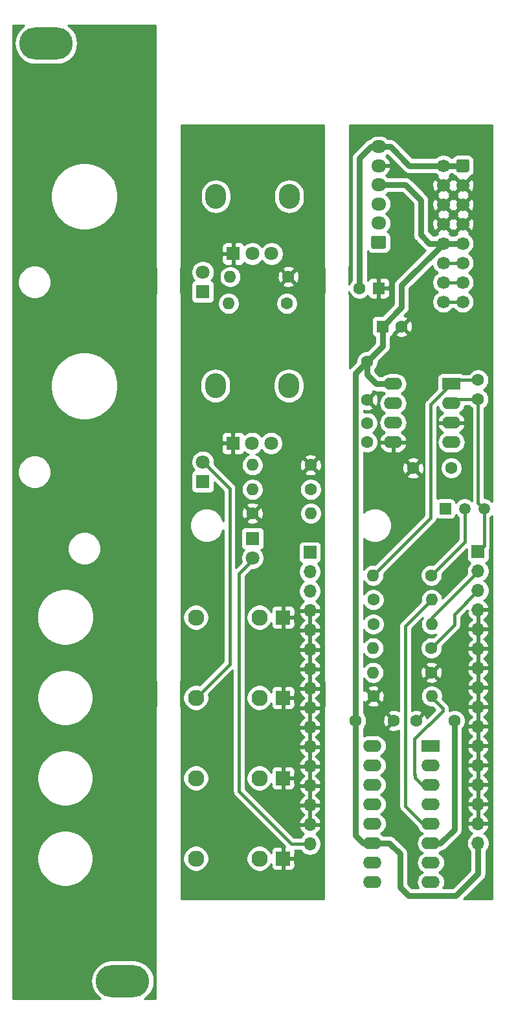
<source format=gbr>
%TF.GenerationSoftware,KiCad,Pcbnew,5.1.9+dfsg1-1~bpo10+1*%
%TF.CreationDate,2021-12-28T01:34:00+08:00*%
%TF.ProjectId,MiniVCA 1.1,4d696e69-5643-4412-9031-2e312e6b6963,rev?*%
%TF.SameCoordinates,Original*%
%TF.FileFunction,Copper,L2,Bot*%
%TF.FilePolarity,Positive*%
%FSLAX46Y46*%
G04 Gerber Fmt 4.6, Leading zero omitted, Abs format (unit mm)*
G04 Created by KiCad (PCBNEW 5.1.9+dfsg1-1~bpo10+1) date 2021-12-28 01:34:00*
%MOMM*%
%LPD*%
G01*
G04 APERTURE LIST*
%TA.AperFunction,ComponentPad*%
%ADD10O,2.400000X1.600000*%
%TD*%
%TA.AperFunction,ComponentPad*%
%ADD11R,2.400000X1.600000*%
%TD*%
%TA.AperFunction,ComponentPad*%
%ADD12O,7.000000X4.200000*%
%TD*%
%TA.AperFunction,ComponentPad*%
%ADD13O,1.600000X1.600000*%
%TD*%
%TA.AperFunction,ComponentPad*%
%ADD14C,1.600000*%
%TD*%
%TA.AperFunction,ComponentPad*%
%ADD15R,1.500000X1.500000*%
%TD*%
%TA.AperFunction,ComponentPad*%
%ADD16C,1.500000*%
%TD*%
%TA.AperFunction,ComponentPad*%
%ADD17R,1.600000X1.600000*%
%TD*%
%TA.AperFunction,ComponentPad*%
%ADD18R,1.800000X1.800000*%
%TD*%
%TA.AperFunction,ComponentPad*%
%ADD19C,1.800000*%
%TD*%
%TA.AperFunction,ComponentPad*%
%ADD20R,1.830000X1.930000*%
%TD*%
%TA.AperFunction,ComponentPad*%
%ADD21C,2.130000*%
%TD*%
%TA.AperFunction,ComponentPad*%
%ADD22O,1.950000X1.700000*%
%TD*%
%TA.AperFunction,ComponentPad*%
%ADD23C,1.700000*%
%TD*%
%TA.AperFunction,ComponentPad*%
%ADD24O,2.720000X3.240000*%
%TD*%
%TA.AperFunction,ComponentPad*%
%ADD25R,1.700000X1.700000*%
%TD*%
%TA.AperFunction,ComponentPad*%
%ADD26O,1.700000X1.700000*%
%TD*%
%TA.AperFunction,Conductor*%
%ADD27C,0.800000*%
%TD*%
%TA.AperFunction,Conductor*%
%ADD28C,0.400000*%
%TD*%
%TA.AperFunction,Conductor*%
%ADD29C,0.254000*%
%TD*%
%TA.AperFunction,Conductor*%
%ADD30C,0.100000*%
%TD*%
%TA.AperFunction,NonConductor*%
%ADD31C,0.254000*%
%TD*%
%TA.AperFunction,NonConductor*%
%ADD32C,0.100000*%
%TD*%
G04 APERTURE END LIST*
D10*
%TO.P,U1,16*%
%TO.N,N/C*%
X97680000Y-134800000D03*
%TO.P,U1,8*%
X105300000Y-152580000D03*
%TO.P,U1,15*%
X97680000Y-137340000D03*
%TO.P,U1,7*%
X105300000Y-150040000D03*
%TO.P,U1,14*%
X97680000Y-139880000D03*
%TO.P,U1,6*%
%TO.N,-12V*%
X105300000Y-147500000D03*
%TO.P,U1,13*%
%TO.N,N/C*%
X97680000Y-142420000D03*
%TO.P,U1,5*%
%TO.N,Net-(C6-Pad2)*%
X105300000Y-144960000D03*
%TO.P,U1,12*%
%TO.N,N/C*%
X97680000Y-144960000D03*
%TO.P,U1,4*%
%TO.N,Net-(R6-Pad1)*%
X105300000Y-142420000D03*
%TO.P,U1,11*%
%TO.N,B2_12V*%
X97680000Y-147500000D03*
%TO.P,U1,3*%
%TO.N,Net-(R5-Pad2)*%
X105300000Y-139880000D03*
%TO.P,U1,10*%
%TO.N,N/C*%
X97680000Y-150040000D03*
%TO.P,U1,2*%
X105300000Y-137340000D03*
%TO.P,U1,9*%
X97680000Y-152580000D03*
D11*
%TO.P,U1,1*%
%TO.N,Net-(Q1-Pad1)*%
X105300000Y-134800000D03*
%TD*%
D12*
%TO.P,REF\u002A\u002A,1*%
%TO.N,N/C*%
X65000000Y-165500000D03*
X55000000Y-43000000D03*
%TD*%
D13*
%TO.P,R10,2*%
%TO.N,Net-(C6-Pad1)*%
X97780000Y-122000000D03*
D14*
%TO.P,R10,1*%
%TO.N,B2_3*%
X105400000Y-122000000D03*
%TD*%
D13*
%TO.P,R5,2*%
%TO.N,Net-(R5-Pad2)*%
X105420000Y-128300000D03*
D14*
%TO.P,R5,1*%
%TO.N,GND2*%
X97800000Y-128300000D03*
%TD*%
%TO.P,C6,1*%
%TO.N,Net-(C6-Pad1)*%
X97000000Y-92600000D03*
%TO.P,C6,2*%
%TO.N,Net-(C6-Pad2)*%
X97000000Y-95100000D03*
%TD*%
D11*
%TO.P,U2,1*%
%TO.N,Net-(C5-Pad1)*%
X108000000Y-87500000D03*
D10*
%TO.P,U2,5*%
%TO.N,GND2*%
X100380000Y-95120000D03*
%TO.P,U2,2*%
%TO.N,B2_1*%
X108000000Y-90040000D03*
%TO.P,U2,6*%
%TO.N,Net-(C6-Pad2)*%
X100380000Y-92580000D03*
%TO.P,U2,3*%
%TO.N,GND2*%
X108000000Y-92580000D03*
%TO.P,U2,7*%
%TO.N,Net-(C6-Pad1)*%
X100380000Y-90040000D03*
%TO.P,U2,4*%
%TO.N,-12V*%
X108000000Y-95120000D03*
%TO.P,U2,8*%
%TO.N,B2_12V*%
X100380000Y-87500000D03*
%TD*%
D15*
%TO.P,Q1,1*%
%TO.N,Net-(Q1-Pad1)*%
X107200000Y-103800000D03*
D16*
%TO.P,Q1,3*%
%TO.N,B2_1*%
X112280000Y-103800000D03*
%TO.P,Q1,2*%
%TO.N,Net-(Q1-Pad2)*%
X109740000Y-103800000D03*
%TD*%
D14*
%TO.P,C1,2*%
%TO.N,GND2*%
X101500000Y-80000000D03*
D17*
%TO.P,C1,1*%
%TO.N,B2_12V*%
X99000000Y-80000000D03*
%TD*%
%TO.P,C2,1*%
%TO.N,GND2*%
X98500000Y-75000000D03*
D14*
%TO.P,C2,2*%
%TO.N,-12V*%
X96000000Y-75000000D03*
%TD*%
%TO.P,C3,1*%
%TO.N,GND2*%
X100500000Y-131500000D03*
%TO.P,C3,2*%
%TO.N,B2_12V*%
X95500000Y-131500000D03*
%TD*%
%TO.P,C4,2*%
%TO.N,-12V*%
X108400000Y-131500000D03*
%TO.P,C4,1*%
%TO.N,GND2*%
X103400000Y-131500000D03*
%TD*%
%TO.P,C5,2*%
%TO.N,B2_1*%
X111500000Y-89500000D03*
%TO.P,C5,1*%
%TO.N,Net-(C5-Pad1)*%
X111500000Y-87000000D03*
%TD*%
%TO.P,C7,2*%
%TO.N,B2_12V*%
X97000000Y-84600000D03*
%TO.P,C7,1*%
%TO.N,GND2*%
X97000000Y-89600000D03*
%TD*%
%TO.P,C8,1*%
%TO.N,GND2*%
X103000000Y-98500000D03*
%TO.P,C8,2*%
%TO.N,-12V*%
X108000000Y-98500000D03*
%TD*%
D18*
%TO.P,D1,1*%
%TO.N,Net-(D1-Pad1)*%
X75500000Y-75450000D03*
D19*
%TO.P,D1,2*%
%TO.N,Net-(D1-Pad2)*%
X75500000Y-72910000D03*
%TD*%
%TO.P,D2,2*%
%TO.N,Net-(D2-Pad2)*%
X75500000Y-97710000D03*
D18*
%TO.P,D2,1*%
%TO.N,Net-(D2-Pad1)*%
X75500000Y-100250000D03*
%TD*%
D20*
%TO.P,J1,S*%
%TO.N,GND1*%
X86000000Y-118000000D03*
D21*
%TO.P,J1,TN*%
%TO.N,N/C*%
X82900000Y-118000000D03*
%TO.P,J1,T*%
%TO.N,Net-(D1-Pad2)*%
X74600000Y-118000000D03*
%TD*%
%TO.P,J2,T*%
%TO.N,Net-(D2-Pad2)*%
X74600000Y-128500000D03*
%TO.P,J2,TN*%
%TO.N,N/C*%
X82900000Y-128500000D03*
D20*
%TO.P,J2,S*%
%TO.N,GND1*%
X86000000Y-128500000D03*
%TD*%
%TO.P,J3,S*%
%TO.N,GND1*%
X86000000Y-139000000D03*
D21*
%TO.P,J3,TN*%
%TO.N,N/C*%
X82900000Y-139000000D03*
%TO.P,J3,T*%
%TO.N,B1_2*%
X74600000Y-139000000D03*
%TD*%
%TO.P,J4,T*%
%TO.N,B1_3*%
X74600000Y-149500000D03*
%TO.P,J4,TN*%
%TO.N,N/C*%
X82900000Y-149500000D03*
D20*
%TO.P,J4,S*%
%TO.N,GND1*%
X86000000Y-149500000D03*
%TD*%
%TO.P,J5,1*%
%TO.N,N/C*%
%TA.AperFunction,ComponentPad*%
G36*
G01*
X99225000Y-69850000D02*
X97775000Y-69850000D01*
G75*
G02*
X97525000Y-69600000I0J250000D01*
G01*
X97525000Y-68400000D01*
G75*
G02*
X97775000Y-68150000I250000J0D01*
G01*
X99225000Y-68150000D01*
G75*
G02*
X99475000Y-68400000I0J-250000D01*
G01*
X99475000Y-69600000D01*
G75*
G02*
X99225000Y-69850000I-250000J0D01*
G01*
G37*
%TD.AperFunction*%
D22*
%TO.P,J5,2*%
X98500000Y-66500000D03*
%TO.P,J5,3*%
X98500000Y-64000000D03*
%TO.P,J5,4*%
%TO.N,B2_12V*%
X98500000Y-61500000D03*
%TO.P,J5,5*%
%TO.N,GND2*%
X98500000Y-59000000D03*
%TO.P,J5,6*%
%TO.N,-12V*%
X98500000Y-56500000D03*
%TD*%
%TO.P,J6,1*%
%TO.N,-12V*%
%TA.AperFunction,ComponentPad*%
G36*
G01*
X110350000Y-58400000D02*
X110350000Y-59600000D01*
G75*
G02*
X110100000Y-59850000I-250000J0D01*
G01*
X108900000Y-59850000D01*
G75*
G02*
X108650000Y-59600000I0J250000D01*
G01*
X108650000Y-58400000D01*
G75*
G02*
X108900000Y-58150000I250000J0D01*
G01*
X110100000Y-58150000D01*
G75*
G02*
X110350000Y-58400000I0J-250000D01*
G01*
G37*
%TD.AperFunction*%
D23*
%TO.P,J6,3*%
%TO.N,GND2*%
X109500000Y-61540000D03*
%TO.P,J6,5*%
X109500000Y-64080000D03*
%TO.P,J6,7*%
X109500000Y-66620000D03*
%TO.P,J6,9*%
%TO.N,B2_12V*%
X109500000Y-69160000D03*
%TO.P,J6,11*%
%TO.N,Net-(J6-Pad11)*%
X109500000Y-71700000D03*
%TO.P,J6,13*%
%TO.N,Net-(J6-Pad13)*%
X109500000Y-74240000D03*
%TO.P,J6,15*%
%TO.N,Net-(J6-Pad15)*%
X109500000Y-76780000D03*
%TO.P,J6,2*%
%TO.N,-12V*%
X106960000Y-59000000D03*
%TO.P,J6,4*%
%TO.N,GND2*%
X106960000Y-61540000D03*
%TO.P,J6,6*%
X106960000Y-64080000D03*
%TO.P,J6,8*%
X106960000Y-66620000D03*
%TO.P,J6,10*%
%TO.N,B2_12V*%
X106960000Y-69160000D03*
%TO.P,J6,12*%
%TO.N,Net-(J6-Pad11)*%
X106960000Y-71700000D03*
%TO.P,J6,14*%
%TO.N,Net-(J6-Pad13)*%
X106960000Y-74240000D03*
%TO.P,J6,16*%
%TO.N,Net-(J6-Pad15)*%
X106960000Y-76780000D03*
%TD*%
D14*
%TO.P,R1,1*%
%TO.N,GND1*%
X86700000Y-73500000D03*
D13*
%TO.P,R1,2*%
%TO.N,Net-(D1-Pad1)*%
X79080000Y-73500000D03*
%TD*%
D14*
%TO.P,R2,1*%
%TO.N,GND1*%
X89600000Y-98100000D03*
D13*
%TO.P,R2,2*%
%TO.N,Net-(D2-Pad1)*%
X81980000Y-98100000D03*
%TD*%
D14*
%TO.P,R3,1*%
%TO.N,B1_1*%
X89600000Y-101300000D03*
D13*
%TO.P,R3,2*%
%TO.N,Net-(R3-Pad2)*%
X81980000Y-101300000D03*
%TD*%
D14*
%TO.P,R4,1*%
%TO.N,B1_1*%
X86500000Y-77000000D03*
D13*
%TO.P,R4,2*%
%TO.N,Net-(R4-Pad2)*%
X78880000Y-77000000D03*
%TD*%
%TO.P,R6,2*%
%TO.N,B2_2*%
X105420000Y-118900000D03*
D14*
%TO.P,R6,1*%
%TO.N,Net-(R6-Pad1)*%
X97800000Y-118900000D03*
%TD*%
D13*
%TO.P,R7,2*%
%TO.N,Net-(R6-Pad1)*%
X97780000Y-125200000D03*
D14*
%TO.P,R7,1*%
%TO.N,GND2*%
X105400000Y-125200000D03*
%TD*%
%TO.P,R8,1*%
%TO.N,Net-(Q1-Pad2)*%
X105400000Y-112500000D03*
D13*
%TO.P,R8,2*%
%TO.N,Net-(C5-Pad1)*%
X97780000Y-112500000D03*
%TD*%
D14*
%TO.P,R9,1*%
%TO.N,Net-(C6-Pad1)*%
X97800000Y-115700000D03*
D13*
%TO.P,R9,2*%
%TO.N,Net-(C6-Pad2)*%
X105420000Y-115700000D03*
%TD*%
D24*
%TO.P,RV1,*%
%TO.N,*%
X77200000Y-63000000D03*
X86800000Y-63000000D03*
D19*
%TO.P,RV1,2*%
%TO.N,Net-(R4-Pad2)*%
X82000000Y-70500000D03*
%TO.P,RV1,3*%
%TO.N,Net-(D1-Pad2)*%
X84500000Y-70500000D03*
D18*
%TO.P,RV1,1*%
%TO.N,GND1*%
X79500000Y-70500000D03*
%TD*%
%TO.P,RV2,1*%
%TO.N,GND1*%
X79450000Y-95250000D03*
D19*
%TO.P,RV2,3*%
%TO.N,Net-(D2-Pad2)*%
X84450000Y-95250000D03*
%TO.P,RV2,2*%
%TO.N,Net-(R3-Pad2)*%
X81950000Y-95250000D03*
D24*
%TO.P,RV2,*%
%TO.N,*%
X86750000Y-87750000D03*
X77150000Y-87750000D03*
%TD*%
D18*
%TO.P,D3,1*%
%TO.N,Net-(D3-Pad1)*%
X82000000Y-107700000D03*
D19*
%TO.P,D3,2*%
%TO.N,B1_12V*%
X82000000Y-110240000D03*
%TD*%
D14*
%TO.P,R11,1*%
%TO.N,GND1*%
X82000000Y-104400000D03*
D13*
%TO.P,R11,2*%
%TO.N,Net-(D3-Pad1)*%
X89620000Y-104400000D03*
%TD*%
D25*
%TO.P,J7,1*%
%TO.N,B1_1*%
X89500000Y-109500000D03*
D26*
%TO.P,J7,2*%
%TO.N,B1_2*%
X89500000Y-112040000D03*
%TO.P,J7,3*%
%TO.N,B1_3*%
X89500000Y-114580000D03*
%TO.P,J7,4*%
%TO.N,GND1*%
X89500000Y-117120000D03*
%TO.P,J7,5*%
X89500000Y-119660000D03*
%TO.P,J7,6*%
X89500000Y-122200000D03*
%TO.P,J7,7*%
X89500000Y-124740000D03*
%TO.P,J7,8*%
X89500000Y-127280000D03*
%TO.P,J7,9*%
X89500000Y-129820000D03*
%TO.P,J7,10*%
X89500000Y-132360000D03*
%TO.P,J7,11*%
X89500000Y-134900000D03*
%TO.P,J7,12*%
X89500000Y-137440000D03*
%TO.P,J7,13*%
X89500000Y-139980000D03*
%TO.P,J7,14*%
X89500000Y-142520000D03*
%TO.P,J7,15*%
X89500000Y-145060000D03*
%TO.P,J7,16*%
%TO.N,B1_12V*%
X89500000Y-147600000D03*
%TD*%
D25*
%TO.P,J8,1*%
%TO.N,B2_1*%
X111500000Y-109400000D03*
D26*
%TO.P,J8,2*%
%TO.N,B2_2*%
X111500000Y-111940000D03*
%TO.P,J8,3*%
%TO.N,B2_3*%
X111500000Y-114480000D03*
%TO.P,J8,4*%
%TO.N,GND2*%
X111500000Y-117020000D03*
%TO.P,J8,5*%
X111500000Y-119560000D03*
%TO.P,J8,6*%
X111500000Y-122100000D03*
%TO.P,J8,7*%
X111500000Y-124640000D03*
%TO.P,J8,8*%
X111500000Y-127180000D03*
%TO.P,J8,9*%
X111500000Y-129720000D03*
%TO.P,J8,10*%
X111500000Y-132260000D03*
%TO.P,J8,11*%
X111500000Y-134800000D03*
%TO.P,J8,12*%
X111500000Y-137340000D03*
%TO.P,J8,13*%
X111500000Y-139880000D03*
%TO.P,J8,14*%
X111500000Y-142420000D03*
%TO.P,J8,15*%
X111500000Y-144960000D03*
%TO.P,J8,16*%
%TO.N,B2_12V*%
X111500000Y-147500000D03*
%TD*%
D27*
%TO.N,-12V*%
X98500000Y-56500000D02*
X97500000Y-56500000D01*
X96000000Y-58000000D02*
X96000000Y-75000000D01*
X97500000Y-56500000D02*
X96000000Y-58000000D01*
X109500000Y-59000000D02*
X106960000Y-59000000D01*
X100000000Y-56500000D02*
X98500000Y-56500000D01*
X106960000Y-59000000D02*
X102500000Y-59000000D01*
X102500000Y-59000000D02*
X100000000Y-56500000D01*
X108400000Y-145700000D02*
X108400000Y-131500000D01*
X105300000Y-147500000D02*
X106600000Y-147500000D01*
X106600000Y-147500000D02*
X108400000Y-145700000D01*
D28*
%TO.N,Net-(C5-Pad1)*%
X108500000Y-87000000D02*
X108000000Y-87500000D01*
X111500000Y-87000000D02*
X108500000Y-87000000D01*
X105300000Y-104980000D02*
X97780000Y-112500000D01*
X108000000Y-87500000D02*
X105300000Y-90200000D01*
X105300000Y-90200000D02*
X105300000Y-104980000D01*
%TO.N,Net-(C6-Pad2)*%
X104480000Y-145160000D02*
X106000000Y-145160000D01*
X101959991Y-142639991D02*
X104480000Y-145160000D01*
X105420000Y-115700000D02*
X101959991Y-119160009D01*
X101959991Y-119160009D02*
X101959991Y-142639991D01*
%TO.N,Net-(D2-Pad2)*%
X74600000Y-128500000D02*
X79000000Y-124100000D01*
X79000000Y-101160000D02*
X75500000Y-97660000D01*
X79000000Y-124100000D02*
X79000000Y-101160000D01*
%TO.N,Net-(J6-Pad11)*%
X106960000Y-71700000D02*
X109500000Y-71700000D01*
%TO.N,Net-(J6-Pad13)*%
X106960000Y-74240000D02*
X109500000Y-74240000D01*
%TO.N,Net-(J6-Pad15)*%
X109500000Y-76780000D02*
X106960000Y-76780000D01*
%TO.N,Net-(Q1-Pad2)*%
X109740000Y-108160000D02*
X105400000Y-112500000D01*
X109740000Y-103800000D02*
X109740000Y-108160000D01*
%TO.N,Net-(R5-Pad2)*%
X105420000Y-128420000D02*
X105420000Y-128300000D01*
X106900000Y-129900000D02*
X105420000Y-128420000D01*
X104380000Y-140080000D02*
X103240010Y-138940010D01*
X103200000Y-133899999D02*
X106900000Y-130200000D01*
X103240010Y-138940010D02*
X103240010Y-138540010D01*
X103240010Y-138540010D02*
X103200000Y-138500000D01*
X106900000Y-130200000D02*
X106900000Y-129900000D01*
X106000000Y-140080000D02*
X104380000Y-140080000D01*
X103200000Y-138500000D02*
X103200000Y-133899999D01*
%TO.N,B2_1*%
X108540000Y-89500000D02*
X108000000Y-90040000D01*
X111500000Y-89500000D02*
X108540000Y-89500000D01*
X111500000Y-103020000D02*
X112280000Y-103800000D01*
X111500000Y-89500000D02*
X111500000Y-103020000D01*
X112280000Y-108620000D02*
X111500000Y-109400000D01*
X112280000Y-103800000D02*
X112280000Y-108620000D01*
%TO.N,B2_3*%
X108400000Y-119000000D02*
X105400000Y-122000000D01*
X111500000Y-114480000D02*
X111500000Y-114500000D01*
X108400000Y-117600000D02*
X108400000Y-119000000D01*
X111500000Y-114500000D02*
X108400000Y-117600000D01*
%TO.N,B1_12V*%
X80250000Y-140750000D02*
X87100000Y-147600000D01*
X80250000Y-112250000D02*
X80250000Y-140750000D01*
X87100000Y-147600000D02*
X89500000Y-147600000D01*
X82000000Y-110540000D02*
X81980000Y-110520000D01*
X81980000Y-110520000D02*
X80250000Y-112250000D01*
%TO.N,B2_2*%
X111500000Y-112000000D02*
X111500000Y-111940000D01*
X105420000Y-118900000D02*
X105420000Y-118080000D01*
X105420000Y-118080000D02*
X111500000Y-112000000D01*
D27*
%TO.N,B2_12V*%
X109500000Y-69160000D02*
X106960000Y-69160000D01*
X102000000Y-61500000D02*
X98500000Y-61500000D01*
X104000000Y-63500000D02*
X102000000Y-61500000D01*
X106960000Y-69160000D02*
X105160000Y-69160000D01*
X104000000Y-68000000D02*
X104000000Y-63500000D01*
X105160000Y-69160000D02*
X104000000Y-68000000D01*
X101500000Y-77500000D02*
X99000000Y-80000000D01*
X106960000Y-69160000D02*
X101500000Y-74620000D01*
X101500000Y-74620000D02*
X101500000Y-77500000D01*
X99000000Y-80000000D02*
X99000000Y-82600000D01*
X99000000Y-82600000D02*
X97000000Y-84600000D01*
X95500000Y-86100000D02*
X95500000Y-131500000D01*
X97000000Y-84600000D02*
X95500000Y-86100000D01*
X97000000Y-86300000D02*
X97000000Y-84600000D01*
X100380000Y-87500000D02*
X98200000Y-87500000D01*
X98200000Y-87500000D02*
X97000000Y-86300000D01*
X99900000Y-147500000D02*
X97680000Y-147500000D01*
X111500000Y-151500000D02*
X108600000Y-154400000D01*
X111500000Y-147500000D02*
X111500000Y-151500000D01*
X108600000Y-154400000D02*
X102400000Y-154400000D01*
X101300000Y-148900000D02*
X99900000Y-147500000D01*
X102400000Y-154400000D02*
X101300000Y-153300000D01*
X101300000Y-153300000D02*
X101300000Y-148900000D01*
X96500000Y-147500000D02*
X97680000Y-147500000D01*
X95500000Y-131500000D02*
X95500000Y-146500000D01*
X95500000Y-146500000D02*
X96500000Y-147500000D01*
%TD*%
D29*
%TO.N,GND1*%
X91315001Y-72033647D02*
X91318366Y-72067812D01*
X91318366Y-72080806D01*
X91319366Y-72090318D01*
X91341121Y-72284268D01*
X91354025Y-72344976D01*
X91366089Y-72405901D01*
X91368917Y-72415038D01*
X91373000Y-72427909D01*
X91373000Y-73122616D01*
X91365000Y-73162835D01*
X91365000Y-73337165D01*
X91373000Y-73377384D01*
X91373000Y-73872616D01*
X91365000Y-73912835D01*
X91365000Y-74087165D01*
X91373000Y-74127384D01*
X91373000Y-74622616D01*
X91365000Y-74662835D01*
X91365000Y-74837165D01*
X91373000Y-74877384D01*
X91373000Y-75575589D01*
X91363281Y-75607780D01*
X91351219Y-75668698D01*
X91338314Y-75729410D01*
X91337314Y-75738922D01*
X91318269Y-75933155D01*
X91318269Y-75933173D01*
X91315001Y-75966353D01*
X91315000Y-126033646D01*
X91318366Y-126067821D01*
X91318366Y-126080806D01*
X91319366Y-126090318D01*
X91341121Y-126284268D01*
X91354025Y-126344976D01*
X91366089Y-126405901D01*
X91368917Y-126415038D01*
X91373000Y-126427909D01*
X91373000Y-127122616D01*
X91365000Y-127162835D01*
X91365000Y-127337165D01*
X91373000Y-127377384D01*
X91373000Y-127872616D01*
X91365000Y-127912835D01*
X91365000Y-128087165D01*
X91373000Y-128127384D01*
X91373000Y-128622616D01*
X91365000Y-128662835D01*
X91365000Y-128837165D01*
X91373000Y-128877384D01*
X91373000Y-129575589D01*
X91363281Y-129607780D01*
X91351219Y-129668698D01*
X91338314Y-129729410D01*
X91337314Y-129738922D01*
X91318269Y-129933155D01*
X91318269Y-129933173D01*
X91315001Y-129966353D01*
X91315000Y-154815000D01*
X72685000Y-154815000D01*
X72685000Y-149332565D01*
X72900000Y-149332565D01*
X72900000Y-149667435D01*
X72965330Y-149995872D01*
X73093479Y-150305252D01*
X73279523Y-150583687D01*
X73516313Y-150820477D01*
X73794748Y-151006521D01*
X74104128Y-151134670D01*
X74432565Y-151200000D01*
X74767435Y-151200000D01*
X75095872Y-151134670D01*
X75405252Y-151006521D01*
X75683687Y-150820477D01*
X75920477Y-150583687D01*
X76106521Y-150305252D01*
X76234670Y-149995872D01*
X76300000Y-149667435D01*
X76300000Y-149332565D01*
X81200000Y-149332565D01*
X81200000Y-149667435D01*
X81265330Y-149995872D01*
X81393479Y-150305252D01*
X81579523Y-150583687D01*
X81816313Y-150820477D01*
X82094748Y-151006521D01*
X82404128Y-151134670D01*
X82732565Y-151200000D01*
X83067435Y-151200000D01*
X83395872Y-151134670D01*
X83705252Y-151006521D01*
X83983687Y-150820477D01*
X84220477Y-150583687D01*
X84406521Y-150305252D01*
X84448105Y-150204860D01*
X84446928Y-150465000D01*
X84459188Y-150589482D01*
X84495498Y-150709180D01*
X84554463Y-150819494D01*
X84633815Y-150916185D01*
X84730506Y-150995537D01*
X84840820Y-151054502D01*
X84960518Y-151090812D01*
X85085000Y-151103072D01*
X85714250Y-151100000D01*
X85873000Y-150941250D01*
X85873000Y-149627000D01*
X86127000Y-149627000D01*
X86127000Y-150941250D01*
X86285750Y-151100000D01*
X86915000Y-151103072D01*
X87039482Y-151090812D01*
X87159180Y-151054502D01*
X87269494Y-150995537D01*
X87366185Y-150916185D01*
X87445537Y-150819494D01*
X87504502Y-150709180D01*
X87540812Y-150589482D01*
X87553072Y-150465000D01*
X87550000Y-149785750D01*
X87391250Y-149627000D01*
X86127000Y-149627000D01*
X85873000Y-149627000D01*
X85853000Y-149627000D01*
X85853000Y-149373000D01*
X85873000Y-149373000D01*
X85873000Y-148058750D01*
X85714250Y-147900000D01*
X85085000Y-147896928D01*
X84960518Y-147909188D01*
X84840820Y-147945498D01*
X84730506Y-148004463D01*
X84633815Y-148083815D01*
X84554463Y-148180506D01*
X84495498Y-148290820D01*
X84459188Y-148410518D01*
X84446928Y-148535000D01*
X84448105Y-148795140D01*
X84406521Y-148694748D01*
X84220477Y-148416313D01*
X83983687Y-148179523D01*
X83705252Y-147993479D01*
X83395872Y-147865330D01*
X83067435Y-147800000D01*
X82732565Y-147800000D01*
X82404128Y-147865330D01*
X82094748Y-147993479D01*
X81816313Y-148179523D01*
X81579523Y-148416313D01*
X81393479Y-148694748D01*
X81265330Y-149004128D01*
X81200000Y-149332565D01*
X76300000Y-149332565D01*
X76234670Y-149004128D01*
X76106521Y-148694748D01*
X75920477Y-148416313D01*
X75683687Y-148179523D01*
X75405252Y-147993479D01*
X75095872Y-147865330D01*
X74767435Y-147800000D01*
X74432565Y-147800000D01*
X74104128Y-147865330D01*
X73794748Y-147993479D01*
X73516313Y-148179523D01*
X73279523Y-148416313D01*
X73093479Y-148694748D01*
X72965330Y-149004128D01*
X72900000Y-149332565D01*
X72685000Y-149332565D01*
X72685000Y-138832565D01*
X72900000Y-138832565D01*
X72900000Y-139167435D01*
X72965330Y-139495872D01*
X73093479Y-139805252D01*
X73279523Y-140083687D01*
X73516313Y-140320477D01*
X73794748Y-140506521D01*
X74104128Y-140634670D01*
X74432565Y-140700000D01*
X74767435Y-140700000D01*
X75095872Y-140634670D01*
X75405252Y-140506521D01*
X75683687Y-140320477D01*
X75920477Y-140083687D01*
X76106521Y-139805252D01*
X76234670Y-139495872D01*
X76300000Y-139167435D01*
X76300000Y-138832565D01*
X76234670Y-138504128D01*
X76106521Y-138194748D01*
X75920477Y-137916313D01*
X75683687Y-137679523D01*
X75405252Y-137493479D01*
X75095872Y-137365330D01*
X74767435Y-137300000D01*
X74432565Y-137300000D01*
X74104128Y-137365330D01*
X73794748Y-137493479D01*
X73516313Y-137679523D01*
X73279523Y-137916313D01*
X73093479Y-138194748D01*
X72965330Y-138504128D01*
X72900000Y-138832565D01*
X72685000Y-138832565D01*
X72685000Y-129966353D01*
X72681633Y-129932169D01*
X72681633Y-129919193D01*
X72680634Y-129909681D01*
X72658879Y-129715732D01*
X72645975Y-129655024D01*
X72633911Y-129594099D01*
X72631083Y-129584962D01*
X72627000Y-129572091D01*
X72627000Y-128877384D01*
X72635000Y-128837165D01*
X72635000Y-128662835D01*
X72627000Y-128622616D01*
X72627000Y-128332565D01*
X72900000Y-128332565D01*
X72900000Y-128667435D01*
X72965330Y-128995872D01*
X73093479Y-129305252D01*
X73279523Y-129583687D01*
X73516313Y-129820477D01*
X73794748Y-130006521D01*
X74104128Y-130134670D01*
X74432565Y-130200000D01*
X74767435Y-130200000D01*
X75095872Y-130134670D01*
X75405252Y-130006521D01*
X75683687Y-129820477D01*
X75920477Y-129583687D01*
X76106521Y-129305252D01*
X76234670Y-128995872D01*
X76300000Y-128667435D01*
X76300000Y-128332565D01*
X76241650Y-128039218D01*
X79415000Y-124865868D01*
X79415001Y-140708971D01*
X79410960Y-140750000D01*
X79427082Y-140913688D01*
X79474828Y-141071086D01*
X79552364Y-141216145D01*
X79552365Y-141216146D01*
X79656710Y-141343291D01*
X79688574Y-141369441D01*
X86252441Y-147933309D01*
X86127000Y-148058750D01*
X86127000Y-149373000D01*
X87391250Y-149373000D01*
X87550000Y-149214250D01*
X87553072Y-148535000D01*
X87543223Y-148435000D01*
X88271935Y-148435000D01*
X88346525Y-148546632D01*
X88553368Y-148753475D01*
X88796589Y-148915990D01*
X89066842Y-149027932D01*
X89353740Y-149085000D01*
X89646260Y-149085000D01*
X89933158Y-149027932D01*
X90203411Y-148915990D01*
X90446632Y-148753475D01*
X90653475Y-148546632D01*
X90815990Y-148303411D01*
X90927932Y-148033158D01*
X90985000Y-147746260D01*
X90985000Y-147453740D01*
X90927932Y-147166842D01*
X90815990Y-146896589D01*
X90653475Y-146653368D01*
X90446632Y-146446525D01*
X90264466Y-146324805D01*
X90381355Y-146255178D01*
X90597588Y-146060269D01*
X90771641Y-145826920D01*
X90896825Y-145564099D01*
X90941476Y-145416890D01*
X90820155Y-145187000D01*
X89627000Y-145187000D01*
X89627000Y-145207000D01*
X89373000Y-145207000D01*
X89373000Y-145187000D01*
X88179845Y-145187000D01*
X88058524Y-145416890D01*
X88103175Y-145564099D01*
X88228359Y-145826920D01*
X88402412Y-146060269D01*
X88618645Y-146255178D01*
X88735534Y-146324805D01*
X88553368Y-146446525D01*
X88346525Y-146653368D01*
X88271935Y-146765000D01*
X87445869Y-146765000D01*
X83557758Y-142876890D01*
X88058524Y-142876890D01*
X88103175Y-143024099D01*
X88228359Y-143286920D01*
X88402412Y-143520269D01*
X88618645Y-143715178D01*
X88744255Y-143790000D01*
X88618645Y-143864822D01*
X88402412Y-144059731D01*
X88228359Y-144293080D01*
X88103175Y-144555901D01*
X88058524Y-144703110D01*
X88179845Y-144933000D01*
X89373000Y-144933000D01*
X89373000Y-142647000D01*
X89627000Y-142647000D01*
X89627000Y-144933000D01*
X90820155Y-144933000D01*
X90941476Y-144703110D01*
X90896825Y-144555901D01*
X90771641Y-144293080D01*
X90597588Y-144059731D01*
X90381355Y-143864822D01*
X90255745Y-143790000D01*
X90381355Y-143715178D01*
X90597588Y-143520269D01*
X90771641Y-143286920D01*
X90896825Y-143024099D01*
X90941476Y-142876890D01*
X90820155Y-142647000D01*
X89627000Y-142647000D01*
X89373000Y-142647000D01*
X88179845Y-142647000D01*
X88058524Y-142876890D01*
X83557758Y-142876890D01*
X81085000Y-140404133D01*
X81085000Y-138832565D01*
X81200000Y-138832565D01*
X81200000Y-139167435D01*
X81265330Y-139495872D01*
X81393479Y-139805252D01*
X81579523Y-140083687D01*
X81816313Y-140320477D01*
X82094748Y-140506521D01*
X82404128Y-140634670D01*
X82732565Y-140700000D01*
X83067435Y-140700000D01*
X83395872Y-140634670D01*
X83705252Y-140506521D01*
X83983687Y-140320477D01*
X84220477Y-140083687D01*
X84406521Y-139805252D01*
X84448105Y-139704860D01*
X84446928Y-139965000D01*
X84459188Y-140089482D01*
X84495498Y-140209180D01*
X84554463Y-140319494D01*
X84633815Y-140416185D01*
X84730506Y-140495537D01*
X84840820Y-140554502D01*
X84960518Y-140590812D01*
X85085000Y-140603072D01*
X85714250Y-140600000D01*
X85873000Y-140441250D01*
X85873000Y-139127000D01*
X86127000Y-139127000D01*
X86127000Y-140441250D01*
X86285750Y-140600000D01*
X86915000Y-140603072D01*
X87039482Y-140590812D01*
X87159180Y-140554502D01*
X87269494Y-140495537D01*
X87366185Y-140416185D01*
X87431260Y-140336890D01*
X88058524Y-140336890D01*
X88103175Y-140484099D01*
X88228359Y-140746920D01*
X88402412Y-140980269D01*
X88618645Y-141175178D01*
X88744255Y-141250000D01*
X88618645Y-141324822D01*
X88402412Y-141519731D01*
X88228359Y-141753080D01*
X88103175Y-142015901D01*
X88058524Y-142163110D01*
X88179845Y-142393000D01*
X89373000Y-142393000D01*
X89373000Y-140107000D01*
X89627000Y-140107000D01*
X89627000Y-142393000D01*
X90820155Y-142393000D01*
X90941476Y-142163110D01*
X90896825Y-142015901D01*
X90771641Y-141753080D01*
X90597588Y-141519731D01*
X90381355Y-141324822D01*
X90255745Y-141250000D01*
X90381355Y-141175178D01*
X90597588Y-140980269D01*
X90771641Y-140746920D01*
X90896825Y-140484099D01*
X90941476Y-140336890D01*
X90820155Y-140107000D01*
X89627000Y-140107000D01*
X89373000Y-140107000D01*
X88179845Y-140107000D01*
X88058524Y-140336890D01*
X87431260Y-140336890D01*
X87445537Y-140319494D01*
X87504502Y-140209180D01*
X87540812Y-140089482D01*
X87553072Y-139965000D01*
X87550000Y-139285750D01*
X87391250Y-139127000D01*
X86127000Y-139127000D01*
X85873000Y-139127000D01*
X85853000Y-139127000D01*
X85853000Y-138873000D01*
X85873000Y-138873000D01*
X85873000Y-137558750D01*
X86127000Y-137558750D01*
X86127000Y-138873000D01*
X87391250Y-138873000D01*
X87550000Y-138714250D01*
X87553072Y-138035000D01*
X87540812Y-137910518D01*
X87506344Y-137796890D01*
X88058524Y-137796890D01*
X88103175Y-137944099D01*
X88228359Y-138206920D01*
X88402412Y-138440269D01*
X88618645Y-138635178D01*
X88744255Y-138710000D01*
X88618645Y-138784822D01*
X88402412Y-138979731D01*
X88228359Y-139213080D01*
X88103175Y-139475901D01*
X88058524Y-139623110D01*
X88179845Y-139853000D01*
X89373000Y-139853000D01*
X89373000Y-137567000D01*
X89627000Y-137567000D01*
X89627000Y-139853000D01*
X90820155Y-139853000D01*
X90941476Y-139623110D01*
X90896825Y-139475901D01*
X90771641Y-139213080D01*
X90597588Y-138979731D01*
X90381355Y-138784822D01*
X90255745Y-138710000D01*
X90381355Y-138635178D01*
X90597588Y-138440269D01*
X90771641Y-138206920D01*
X90896825Y-137944099D01*
X90941476Y-137796890D01*
X90820155Y-137567000D01*
X89627000Y-137567000D01*
X89373000Y-137567000D01*
X88179845Y-137567000D01*
X88058524Y-137796890D01*
X87506344Y-137796890D01*
X87504502Y-137790820D01*
X87445537Y-137680506D01*
X87366185Y-137583815D01*
X87269494Y-137504463D01*
X87159180Y-137445498D01*
X87039482Y-137409188D01*
X86915000Y-137396928D01*
X86285750Y-137400000D01*
X86127000Y-137558750D01*
X85873000Y-137558750D01*
X85714250Y-137400000D01*
X85085000Y-137396928D01*
X84960518Y-137409188D01*
X84840820Y-137445498D01*
X84730506Y-137504463D01*
X84633815Y-137583815D01*
X84554463Y-137680506D01*
X84495498Y-137790820D01*
X84459188Y-137910518D01*
X84446928Y-138035000D01*
X84448105Y-138295140D01*
X84406521Y-138194748D01*
X84220477Y-137916313D01*
X83983687Y-137679523D01*
X83705252Y-137493479D01*
X83395872Y-137365330D01*
X83067435Y-137300000D01*
X82732565Y-137300000D01*
X82404128Y-137365330D01*
X82094748Y-137493479D01*
X81816313Y-137679523D01*
X81579523Y-137916313D01*
X81393479Y-138194748D01*
X81265330Y-138504128D01*
X81200000Y-138832565D01*
X81085000Y-138832565D01*
X81085000Y-135256890D01*
X88058524Y-135256890D01*
X88103175Y-135404099D01*
X88228359Y-135666920D01*
X88402412Y-135900269D01*
X88618645Y-136095178D01*
X88744255Y-136170000D01*
X88618645Y-136244822D01*
X88402412Y-136439731D01*
X88228359Y-136673080D01*
X88103175Y-136935901D01*
X88058524Y-137083110D01*
X88179845Y-137313000D01*
X89373000Y-137313000D01*
X89373000Y-135027000D01*
X89627000Y-135027000D01*
X89627000Y-137313000D01*
X90820155Y-137313000D01*
X90941476Y-137083110D01*
X90896825Y-136935901D01*
X90771641Y-136673080D01*
X90597588Y-136439731D01*
X90381355Y-136244822D01*
X90255745Y-136170000D01*
X90381355Y-136095178D01*
X90597588Y-135900269D01*
X90771641Y-135666920D01*
X90896825Y-135404099D01*
X90941476Y-135256890D01*
X90820155Y-135027000D01*
X89627000Y-135027000D01*
X89373000Y-135027000D01*
X88179845Y-135027000D01*
X88058524Y-135256890D01*
X81085000Y-135256890D01*
X81085000Y-132716890D01*
X88058524Y-132716890D01*
X88103175Y-132864099D01*
X88228359Y-133126920D01*
X88402412Y-133360269D01*
X88618645Y-133555178D01*
X88744255Y-133630000D01*
X88618645Y-133704822D01*
X88402412Y-133899731D01*
X88228359Y-134133080D01*
X88103175Y-134395901D01*
X88058524Y-134543110D01*
X88179845Y-134773000D01*
X89373000Y-134773000D01*
X89373000Y-132487000D01*
X89627000Y-132487000D01*
X89627000Y-134773000D01*
X90820155Y-134773000D01*
X90941476Y-134543110D01*
X90896825Y-134395901D01*
X90771641Y-134133080D01*
X90597588Y-133899731D01*
X90381355Y-133704822D01*
X90255745Y-133630000D01*
X90381355Y-133555178D01*
X90597588Y-133360269D01*
X90771641Y-133126920D01*
X90896825Y-132864099D01*
X90941476Y-132716890D01*
X90820155Y-132487000D01*
X89627000Y-132487000D01*
X89373000Y-132487000D01*
X88179845Y-132487000D01*
X88058524Y-132716890D01*
X81085000Y-132716890D01*
X81085000Y-128332565D01*
X81200000Y-128332565D01*
X81200000Y-128667435D01*
X81265330Y-128995872D01*
X81393479Y-129305252D01*
X81579523Y-129583687D01*
X81816313Y-129820477D01*
X82094748Y-130006521D01*
X82404128Y-130134670D01*
X82732565Y-130200000D01*
X83067435Y-130200000D01*
X83183617Y-130176890D01*
X88058524Y-130176890D01*
X88103175Y-130324099D01*
X88228359Y-130586920D01*
X88402412Y-130820269D01*
X88618645Y-131015178D01*
X88744255Y-131090000D01*
X88618645Y-131164822D01*
X88402412Y-131359731D01*
X88228359Y-131593080D01*
X88103175Y-131855901D01*
X88058524Y-132003110D01*
X88179845Y-132233000D01*
X89373000Y-132233000D01*
X89373000Y-129947000D01*
X89627000Y-129947000D01*
X89627000Y-132233000D01*
X90820155Y-132233000D01*
X90941476Y-132003110D01*
X90896825Y-131855901D01*
X90771641Y-131593080D01*
X90597588Y-131359731D01*
X90381355Y-131164822D01*
X90255745Y-131090000D01*
X90381355Y-131015178D01*
X90597588Y-130820269D01*
X90771641Y-130586920D01*
X90896825Y-130324099D01*
X90941476Y-130176890D01*
X90820155Y-129947000D01*
X89627000Y-129947000D01*
X89373000Y-129947000D01*
X88179845Y-129947000D01*
X88058524Y-130176890D01*
X83183617Y-130176890D01*
X83395872Y-130134670D01*
X83705252Y-130006521D01*
X83983687Y-129820477D01*
X84220477Y-129583687D01*
X84406521Y-129305252D01*
X84448105Y-129204860D01*
X84446928Y-129465000D01*
X84459188Y-129589482D01*
X84495498Y-129709180D01*
X84554463Y-129819494D01*
X84633815Y-129916185D01*
X84730506Y-129995537D01*
X84840820Y-130054502D01*
X84960518Y-130090812D01*
X85085000Y-130103072D01*
X85714250Y-130100000D01*
X85873000Y-129941250D01*
X85873000Y-128627000D01*
X86127000Y-128627000D01*
X86127000Y-129941250D01*
X86285750Y-130100000D01*
X86915000Y-130103072D01*
X87039482Y-130090812D01*
X87159180Y-130054502D01*
X87269494Y-129995537D01*
X87366185Y-129916185D01*
X87445537Y-129819494D01*
X87504502Y-129709180D01*
X87540812Y-129589482D01*
X87553072Y-129465000D01*
X87550000Y-128785750D01*
X87391250Y-128627000D01*
X86127000Y-128627000D01*
X85873000Y-128627000D01*
X85853000Y-128627000D01*
X85853000Y-128373000D01*
X85873000Y-128373000D01*
X85873000Y-127058750D01*
X86127000Y-127058750D01*
X86127000Y-128373000D01*
X87391250Y-128373000D01*
X87550000Y-128214250D01*
X87552611Y-127636890D01*
X88058524Y-127636890D01*
X88103175Y-127784099D01*
X88228359Y-128046920D01*
X88402412Y-128280269D01*
X88618645Y-128475178D01*
X88744255Y-128550000D01*
X88618645Y-128624822D01*
X88402412Y-128819731D01*
X88228359Y-129053080D01*
X88103175Y-129315901D01*
X88058524Y-129463110D01*
X88179845Y-129693000D01*
X89373000Y-129693000D01*
X89373000Y-127407000D01*
X89627000Y-127407000D01*
X89627000Y-129693000D01*
X90820155Y-129693000D01*
X90941476Y-129463110D01*
X90896825Y-129315901D01*
X90771641Y-129053080D01*
X90597588Y-128819731D01*
X90381355Y-128624822D01*
X90255745Y-128550000D01*
X90381355Y-128475178D01*
X90597588Y-128280269D01*
X90771641Y-128046920D01*
X90896825Y-127784099D01*
X90941476Y-127636890D01*
X90820155Y-127407000D01*
X89627000Y-127407000D01*
X89373000Y-127407000D01*
X88179845Y-127407000D01*
X88058524Y-127636890D01*
X87552611Y-127636890D01*
X87553072Y-127535000D01*
X87540812Y-127410518D01*
X87504502Y-127290820D01*
X87445537Y-127180506D01*
X87366185Y-127083815D01*
X87269494Y-127004463D01*
X87159180Y-126945498D01*
X87039482Y-126909188D01*
X86915000Y-126896928D01*
X86285750Y-126900000D01*
X86127000Y-127058750D01*
X85873000Y-127058750D01*
X85714250Y-126900000D01*
X85085000Y-126896928D01*
X84960518Y-126909188D01*
X84840820Y-126945498D01*
X84730506Y-127004463D01*
X84633815Y-127083815D01*
X84554463Y-127180506D01*
X84495498Y-127290820D01*
X84459188Y-127410518D01*
X84446928Y-127535000D01*
X84448105Y-127795140D01*
X84406521Y-127694748D01*
X84220477Y-127416313D01*
X83983687Y-127179523D01*
X83705252Y-126993479D01*
X83395872Y-126865330D01*
X83067435Y-126800000D01*
X82732565Y-126800000D01*
X82404128Y-126865330D01*
X82094748Y-126993479D01*
X81816313Y-127179523D01*
X81579523Y-127416313D01*
X81393479Y-127694748D01*
X81265330Y-128004128D01*
X81200000Y-128332565D01*
X81085000Y-128332565D01*
X81085000Y-125096890D01*
X88058524Y-125096890D01*
X88103175Y-125244099D01*
X88228359Y-125506920D01*
X88402412Y-125740269D01*
X88618645Y-125935178D01*
X88744255Y-126010000D01*
X88618645Y-126084822D01*
X88402412Y-126279731D01*
X88228359Y-126513080D01*
X88103175Y-126775901D01*
X88058524Y-126923110D01*
X88179845Y-127153000D01*
X89373000Y-127153000D01*
X89373000Y-124867000D01*
X89627000Y-124867000D01*
X89627000Y-127153000D01*
X90820155Y-127153000D01*
X90941476Y-126923110D01*
X90896825Y-126775901D01*
X90771641Y-126513080D01*
X90597588Y-126279731D01*
X90381355Y-126084822D01*
X90255745Y-126010000D01*
X90381355Y-125935178D01*
X90597588Y-125740269D01*
X90771641Y-125506920D01*
X90896825Y-125244099D01*
X90941476Y-125096890D01*
X90820155Y-124867000D01*
X89627000Y-124867000D01*
X89373000Y-124867000D01*
X88179845Y-124867000D01*
X88058524Y-125096890D01*
X81085000Y-125096890D01*
X81085000Y-122556890D01*
X88058524Y-122556890D01*
X88103175Y-122704099D01*
X88228359Y-122966920D01*
X88402412Y-123200269D01*
X88618645Y-123395178D01*
X88744255Y-123470000D01*
X88618645Y-123544822D01*
X88402412Y-123739731D01*
X88228359Y-123973080D01*
X88103175Y-124235901D01*
X88058524Y-124383110D01*
X88179845Y-124613000D01*
X89373000Y-124613000D01*
X89373000Y-122327000D01*
X89627000Y-122327000D01*
X89627000Y-124613000D01*
X90820155Y-124613000D01*
X90941476Y-124383110D01*
X90896825Y-124235901D01*
X90771641Y-123973080D01*
X90597588Y-123739731D01*
X90381355Y-123544822D01*
X90255745Y-123470000D01*
X90381355Y-123395178D01*
X90597588Y-123200269D01*
X90771641Y-122966920D01*
X90896825Y-122704099D01*
X90941476Y-122556890D01*
X90820155Y-122327000D01*
X89627000Y-122327000D01*
X89373000Y-122327000D01*
X88179845Y-122327000D01*
X88058524Y-122556890D01*
X81085000Y-122556890D01*
X81085000Y-120016890D01*
X88058524Y-120016890D01*
X88103175Y-120164099D01*
X88228359Y-120426920D01*
X88402412Y-120660269D01*
X88618645Y-120855178D01*
X88744255Y-120930000D01*
X88618645Y-121004822D01*
X88402412Y-121199731D01*
X88228359Y-121433080D01*
X88103175Y-121695901D01*
X88058524Y-121843110D01*
X88179845Y-122073000D01*
X89373000Y-122073000D01*
X89373000Y-119787000D01*
X89627000Y-119787000D01*
X89627000Y-122073000D01*
X90820155Y-122073000D01*
X90941476Y-121843110D01*
X90896825Y-121695901D01*
X90771641Y-121433080D01*
X90597588Y-121199731D01*
X90381355Y-121004822D01*
X90255745Y-120930000D01*
X90381355Y-120855178D01*
X90597588Y-120660269D01*
X90771641Y-120426920D01*
X90896825Y-120164099D01*
X90941476Y-120016890D01*
X90820155Y-119787000D01*
X89627000Y-119787000D01*
X89373000Y-119787000D01*
X88179845Y-119787000D01*
X88058524Y-120016890D01*
X81085000Y-120016890D01*
X81085000Y-117832565D01*
X81200000Y-117832565D01*
X81200000Y-118167435D01*
X81265330Y-118495872D01*
X81393479Y-118805252D01*
X81579523Y-119083687D01*
X81816313Y-119320477D01*
X82094748Y-119506521D01*
X82404128Y-119634670D01*
X82732565Y-119700000D01*
X83067435Y-119700000D01*
X83395872Y-119634670D01*
X83705252Y-119506521D01*
X83983687Y-119320477D01*
X84220477Y-119083687D01*
X84406521Y-118805252D01*
X84448105Y-118704860D01*
X84446928Y-118965000D01*
X84459188Y-119089482D01*
X84495498Y-119209180D01*
X84554463Y-119319494D01*
X84633815Y-119416185D01*
X84730506Y-119495537D01*
X84840820Y-119554502D01*
X84960518Y-119590812D01*
X85085000Y-119603072D01*
X85714250Y-119600000D01*
X85873000Y-119441250D01*
X85873000Y-118127000D01*
X86127000Y-118127000D01*
X86127000Y-119441250D01*
X86285750Y-119600000D01*
X86915000Y-119603072D01*
X87039482Y-119590812D01*
X87159180Y-119554502D01*
X87269494Y-119495537D01*
X87366185Y-119416185D01*
X87445537Y-119319494D01*
X87504502Y-119209180D01*
X87540812Y-119089482D01*
X87553072Y-118965000D01*
X87550000Y-118285750D01*
X87391250Y-118127000D01*
X86127000Y-118127000D01*
X85873000Y-118127000D01*
X85853000Y-118127000D01*
X85853000Y-117873000D01*
X85873000Y-117873000D01*
X85873000Y-116558750D01*
X86127000Y-116558750D01*
X86127000Y-117873000D01*
X87391250Y-117873000D01*
X87550000Y-117714250D01*
X87551073Y-117476890D01*
X88058524Y-117476890D01*
X88103175Y-117624099D01*
X88228359Y-117886920D01*
X88402412Y-118120269D01*
X88618645Y-118315178D01*
X88744255Y-118390000D01*
X88618645Y-118464822D01*
X88402412Y-118659731D01*
X88228359Y-118893080D01*
X88103175Y-119155901D01*
X88058524Y-119303110D01*
X88179845Y-119533000D01*
X89373000Y-119533000D01*
X89373000Y-117247000D01*
X89627000Y-117247000D01*
X89627000Y-119533000D01*
X90820155Y-119533000D01*
X90941476Y-119303110D01*
X90896825Y-119155901D01*
X90771641Y-118893080D01*
X90597588Y-118659731D01*
X90381355Y-118464822D01*
X90255745Y-118390000D01*
X90381355Y-118315178D01*
X90597588Y-118120269D01*
X90771641Y-117886920D01*
X90896825Y-117624099D01*
X90941476Y-117476890D01*
X90820155Y-117247000D01*
X89627000Y-117247000D01*
X89373000Y-117247000D01*
X88179845Y-117247000D01*
X88058524Y-117476890D01*
X87551073Y-117476890D01*
X87553072Y-117035000D01*
X87540812Y-116910518D01*
X87504502Y-116790820D01*
X87445537Y-116680506D01*
X87366185Y-116583815D01*
X87269494Y-116504463D01*
X87159180Y-116445498D01*
X87039482Y-116409188D01*
X86915000Y-116396928D01*
X86285750Y-116400000D01*
X86127000Y-116558750D01*
X85873000Y-116558750D01*
X85714250Y-116400000D01*
X85085000Y-116396928D01*
X84960518Y-116409188D01*
X84840820Y-116445498D01*
X84730506Y-116504463D01*
X84633815Y-116583815D01*
X84554463Y-116680506D01*
X84495498Y-116790820D01*
X84459188Y-116910518D01*
X84446928Y-117035000D01*
X84448105Y-117295140D01*
X84406521Y-117194748D01*
X84220477Y-116916313D01*
X83983687Y-116679523D01*
X83705252Y-116493479D01*
X83395872Y-116365330D01*
X83067435Y-116300000D01*
X82732565Y-116300000D01*
X82404128Y-116365330D01*
X82094748Y-116493479D01*
X81816313Y-116679523D01*
X81579523Y-116916313D01*
X81393479Y-117194748D01*
X81265330Y-117504128D01*
X81200000Y-117832565D01*
X81085000Y-117832565D01*
X81085000Y-112595867D01*
X81905868Y-111775000D01*
X82151184Y-111775000D01*
X82447743Y-111716011D01*
X82727095Y-111600299D01*
X82978505Y-111432312D01*
X83192312Y-111218505D01*
X83360299Y-110967095D01*
X83476011Y-110687743D01*
X83535000Y-110391184D01*
X83535000Y-110088816D01*
X83476011Y-109792257D01*
X83360299Y-109512905D01*
X83192312Y-109261495D01*
X83125873Y-109195056D01*
X83144180Y-109189502D01*
X83254494Y-109130537D01*
X83351185Y-109051185D01*
X83430537Y-108954494D01*
X83489502Y-108844180D01*
X83525812Y-108724482D01*
X83533147Y-108650000D01*
X88011928Y-108650000D01*
X88011928Y-110350000D01*
X88024188Y-110474482D01*
X88060498Y-110594180D01*
X88119463Y-110704494D01*
X88198815Y-110801185D01*
X88295506Y-110880537D01*
X88405820Y-110939502D01*
X88478380Y-110961513D01*
X88346525Y-111093368D01*
X88184010Y-111336589D01*
X88072068Y-111606842D01*
X88015000Y-111893740D01*
X88015000Y-112186260D01*
X88072068Y-112473158D01*
X88184010Y-112743411D01*
X88346525Y-112986632D01*
X88553368Y-113193475D01*
X88727760Y-113310000D01*
X88553368Y-113426525D01*
X88346525Y-113633368D01*
X88184010Y-113876589D01*
X88072068Y-114146842D01*
X88015000Y-114433740D01*
X88015000Y-114726260D01*
X88072068Y-115013158D01*
X88184010Y-115283411D01*
X88346525Y-115526632D01*
X88553368Y-115733475D01*
X88735534Y-115855195D01*
X88618645Y-115924822D01*
X88402412Y-116119731D01*
X88228359Y-116353080D01*
X88103175Y-116615901D01*
X88058524Y-116763110D01*
X88179845Y-116993000D01*
X89373000Y-116993000D01*
X89373000Y-116973000D01*
X89627000Y-116973000D01*
X89627000Y-116993000D01*
X90820155Y-116993000D01*
X90941476Y-116763110D01*
X90896825Y-116615901D01*
X90771641Y-116353080D01*
X90597588Y-116119731D01*
X90381355Y-115924822D01*
X90264466Y-115855195D01*
X90446632Y-115733475D01*
X90653475Y-115526632D01*
X90815990Y-115283411D01*
X90927932Y-115013158D01*
X90985000Y-114726260D01*
X90985000Y-114433740D01*
X90927932Y-114146842D01*
X90815990Y-113876589D01*
X90653475Y-113633368D01*
X90446632Y-113426525D01*
X90272240Y-113310000D01*
X90446632Y-113193475D01*
X90653475Y-112986632D01*
X90815990Y-112743411D01*
X90927932Y-112473158D01*
X90985000Y-112186260D01*
X90985000Y-111893740D01*
X90927932Y-111606842D01*
X90815990Y-111336589D01*
X90653475Y-111093368D01*
X90521620Y-110961513D01*
X90594180Y-110939502D01*
X90704494Y-110880537D01*
X90801185Y-110801185D01*
X90880537Y-110704494D01*
X90939502Y-110594180D01*
X90975812Y-110474482D01*
X90988072Y-110350000D01*
X90988072Y-108650000D01*
X90975812Y-108525518D01*
X90939502Y-108405820D01*
X90880537Y-108295506D01*
X90801185Y-108198815D01*
X90704494Y-108119463D01*
X90594180Y-108060498D01*
X90474482Y-108024188D01*
X90350000Y-108011928D01*
X88650000Y-108011928D01*
X88525518Y-108024188D01*
X88405820Y-108060498D01*
X88295506Y-108119463D01*
X88198815Y-108198815D01*
X88119463Y-108295506D01*
X88060498Y-108405820D01*
X88024188Y-108525518D01*
X88011928Y-108650000D01*
X83533147Y-108650000D01*
X83538072Y-108600000D01*
X83538072Y-106800000D01*
X83525812Y-106675518D01*
X83489502Y-106555820D01*
X83430537Y-106445506D01*
X83351185Y-106348815D01*
X83254494Y-106269463D01*
X83144180Y-106210498D01*
X83024482Y-106174188D01*
X82900000Y-106161928D01*
X81100000Y-106161928D01*
X80975518Y-106174188D01*
X80855820Y-106210498D01*
X80745506Y-106269463D01*
X80648815Y-106348815D01*
X80569463Y-106445506D01*
X80510498Y-106555820D01*
X80474188Y-106675518D01*
X80461928Y-106800000D01*
X80461928Y-108600000D01*
X80474188Y-108724482D01*
X80510498Y-108844180D01*
X80569463Y-108954494D01*
X80648815Y-109051185D01*
X80745506Y-109130537D01*
X80855820Y-109189502D01*
X80874127Y-109195056D01*
X80807688Y-109261495D01*
X80639701Y-109512905D01*
X80523989Y-109792257D01*
X80465000Y-110088816D01*
X80465000Y-110391184D01*
X80523989Y-110687743D01*
X80555446Y-110763686D01*
X79835000Y-111484133D01*
X79835000Y-105392702D01*
X81186903Y-105392702D01*
X81258486Y-105636671D01*
X81513996Y-105757571D01*
X81788184Y-105826300D01*
X82070512Y-105840217D01*
X82350130Y-105798787D01*
X82616292Y-105703603D01*
X82741514Y-105636671D01*
X82813097Y-105392702D01*
X82000000Y-104579605D01*
X81186903Y-105392702D01*
X79835000Y-105392702D01*
X79835000Y-104470512D01*
X80559783Y-104470512D01*
X80601213Y-104750130D01*
X80696397Y-105016292D01*
X80763329Y-105141514D01*
X81007298Y-105213097D01*
X81820395Y-104400000D01*
X82179605Y-104400000D01*
X82992702Y-105213097D01*
X83236671Y-105141514D01*
X83357571Y-104886004D01*
X83426300Y-104611816D01*
X83440217Y-104329488D01*
X83429724Y-104258665D01*
X88185000Y-104258665D01*
X88185000Y-104541335D01*
X88240147Y-104818574D01*
X88348320Y-105079727D01*
X88505363Y-105314759D01*
X88705241Y-105514637D01*
X88940273Y-105671680D01*
X89201426Y-105779853D01*
X89478665Y-105835000D01*
X89761335Y-105835000D01*
X90038574Y-105779853D01*
X90299727Y-105671680D01*
X90534759Y-105514637D01*
X90734637Y-105314759D01*
X90891680Y-105079727D01*
X90999853Y-104818574D01*
X91055000Y-104541335D01*
X91055000Y-104258665D01*
X90999853Y-103981426D01*
X90891680Y-103720273D01*
X90734637Y-103485241D01*
X90534759Y-103285363D01*
X90299727Y-103128320D01*
X90038574Y-103020147D01*
X89761335Y-102965000D01*
X89478665Y-102965000D01*
X89201426Y-103020147D01*
X88940273Y-103128320D01*
X88705241Y-103285363D01*
X88505363Y-103485241D01*
X88348320Y-103720273D01*
X88240147Y-103981426D01*
X88185000Y-104258665D01*
X83429724Y-104258665D01*
X83398787Y-104049870D01*
X83303603Y-103783708D01*
X83236671Y-103658486D01*
X82992702Y-103586903D01*
X82179605Y-104400000D01*
X81820395Y-104400000D01*
X81007298Y-103586903D01*
X80763329Y-103658486D01*
X80642429Y-103913996D01*
X80573700Y-104188184D01*
X80559783Y-104470512D01*
X79835000Y-104470512D01*
X79835000Y-103407298D01*
X81186903Y-103407298D01*
X82000000Y-104220395D01*
X82813097Y-103407298D01*
X82741514Y-103163329D01*
X82486004Y-103042429D01*
X82211816Y-102973700D01*
X81929488Y-102959783D01*
X81649870Y-103001213D01*
X81383708Y-103096397D01*
X81258486Y-103163329D01*
X81186903Y-103407298D01*
X79835000Y-103407298D01*
X79835000Y-101201007D01*
X79839039Y-101159999D01*
X79838908Y-101158665D01*
X80545000Y-101158665D01*
X80545000Y-101441335D01*
X80600147Y-101718574D01*
X80708320Y-101979727D01*
X80865363Y-102214759D01*
X81065241Y-102414637D01*
X81300273Y-102571680D01*
X81561426Y-102679853D01*
X81838665Y-102735000D01*
X82121335Y-102735000D01*
X82398574Y-102679853D01*
X82659727Y-102571680D01*
X82894759Y-102414637D01*
X83094637Y-102214759D01*
X83251680Y-101979727D01*
X83359853Y-101718574D01*
X83415000Y-101441335D01*
X83415000Y-101158665D01*
X88165000Y-101158665D01*
X88165000Y-101441335D01*
X88220147Y-101718574D01*
X88328320Y-101979727D01*
X88485363Y-102214759D01*
X88685241Y-102414637D01*
X88920273Y-102571680D01*
X89181426Y-102679853D01*
X89458665Y-102735000D01*
X89741335Y-102735000D01*
X90018574Y-102679853D01*
X90279727Y-102571680D01*
X90514759Y-102414637D01*
X90714637Y-102214759D01*
X90871680Y-101979727D01*
X90979853Y-101718574D01*
X91035000Y-101441335D01*
X91035000Y-101158665D01*
X90979853Y-100881426D01*
X90871680Y-100620273D01*
X90714637Y-100385241D01*
X90514759Y-100185363D01*
X90279727Y-100028320D01*
X90018574Y-99920147D01*
X89741335Y-99865000D01*
X89458665Y-99865000D01*
X89181426Y-99920147D01*
X88920273Y-100028320D01*
X88685241Y-100185363D01*
X88485363Y-100385241D01*
X88328320Y-100620273D01*
X88220147Y-100881426D01*
X88165000Y-101158665D01*
X83415000Y-101158665D01*
X83359853Y-100881426D01*
X83251680Y-100620273D01*
X83094637Y-100385241D01*
X82894759Y-100185363D01*
X82659727Y-100028320D01*
X82398574Y-99920147D01*
X82121335Y-99865000D01*
X81838665Y-99865000D01*
X81561426Y-99920147D01*
X81300273Y-100028320D01*
X81065241Y-100185363D01*
X80865363Y-100385241D01*
X80708320Y-100620273D01*
X80600147Y-100881426D01*
X80545000Y-101158665D01*
X79838908Y-101158665D01*
X79835000Y-101118991D01*
X79835000Y-101118981D01*
X79822918Y-100996311D01*
X79775172Y-100838913D01*
X79697636Y-100693854D01*
X79593291Y-100566709D01*
X79561427Y-100540559D01*
X77009624Y-97988757D01*
X77035000Y-97861184D01*
X77035000Y-97558816D01*
X76976011Y-97262257D01*
X76860299Y-96982905D01*
X76692312Y-96731495D01*
X76478505Y-96517688D01*
X76227095Y-96349701D01*
X75947743Y-96233989D01*
X75651184Y-96175000D01*
X75348816Y-96175000D01*
X75052257Y-96233989D01*
X74772905Y-96349701D01*
X74521495Y-96517688D01*
X74307688Y-96731495D01*
X74139701Y-96982905D01*
X74023989Y-97262257D01*
X73965000Y-97558816D01*
X73965000Y-97861184D01*
X74023989Y-98157743D01*
X74139701Y-98437095D01*
X74307688Y-98688505D01*
X74374127Y-98754944D01*
X74355820Y-98760498D01*
X74245506Y-98819463D01*
X74148815Y-98898815D01*
X74069463Y-98995506D01*
X74010498Y-99105820D01*
X73974188Y-99225518D01*
X73961928Y-99350000D01*
X73961928Y-101150000D01*
X73974188Y-101274482D01*
X74010498Y-101394180D01*
X74069463Y-101504494D01*
X74148815Y-101601185D01*
X74245506Y-101680537D01*
X74355820Y-101739502D01*
X74475518Y-101775812D01*
X74600000Y-101788072D01*
X76400000Y-101788072D01*
X76524482Y-101775812D01*
X76644180Y-101739502D01*
X76754494Y-101680537D01*
X76851185Y-101601185D01*
X76930537Y-101504494D01*
X76989502Y-101394180D01*
X77025812Y-101274482D01*
X77038072Y-101150000D01*
X77038072Y-100378940D01*
X78165001Y-101505869D01*
X78165001Y-105427963D01*
X78149110Y-105348075D01*
X77980631Y-104941331D01*
X77736038Y-104575271D01*
X77424729Y-104263962D01*
X77058669Y-104019369D01*
X76651925Y-103850890D01*
X76220128Y-103765000D01*
X75779872Y-103765000D01*
X75348075Y-103850890D01*
X74941331Y-104019369D01*
X74575271Y-104263962D01*
X74263962Y-104575271D01*
X74019369Y-104941331D01*
X73850890Y-105348075D01*
X73765000Y-105779872D01*
X73765000Y-106220128D01*
X73850890Y-106651925D01*
X74019369Y-107058669D01*
X74263962Y-107424729D01*
X74575271Y-107736038D01*
X74941331Y-107980631D01*
X75348075Y-108149110D01*
X75779872Y-108235000D01*
X76220128Y-108235000D01*
X76651925Y-108149110D01*
X77058669Y-107980631D01*
X77424729Y-107736038D01*
X77736038Y-107424729D01*
X77980631Y-107058669D01*
X78149110Y-106651925D01*
X78165001Y-106572037D01*
X78165000Y-123754131D01*
X75060782Y-126858350D01*
X74767435Y-126800000D01*
X74432565Y-126800000D01*
X74104128Y-126865330D01*
X73794748Y-126993479D01*
X73516313Y-127179523D01*
X73279523Y-127416313D01*
X73093479Y-127694748D01*
X72965330Y-128004128D01*
X72900000Y-128332565D01*
X72627000Y-128332565D01*
X72627000Y-128127384D01*
X72635000Y-128087165D01*
X72635000Y-127912835D01*
X72627000Y-127872616D01*
X72627000Y-127377384D01*
X72635000Y-127337165D01*
X72635000Y-127162835D01*
X72627000Y-127122616D01*
X72627000Y-126424411D01*
X72636719Y-126392220D01*
X72648780Y-126331310D01*
X72661686Y-126270591D01*
X72662686Y-126261079D01*
X72681731Y-126066845D01*
X72681731Y-126066837D01*
X72685000Y-126033647D01*
X72685000Y-117832565D01*
X72900000Y-117832565D01*
X72900000Y-118167435D01*
X72965330Y-118495872D01*
X73093479Y-118805252D01*
X73279523Y-119083687D01*
X73516313Y-119320477D01*
X73794748Y-119506521D01*
X74104128Y-119634670D01*
X74432565Y-119700000D01*
X74767435Y-119700000D01*
X75095872Y-119634670D01*
X75405252Y-119506521D01*
X75683687Y-119320477D01*
X75920477Y-119083687D01*
X76106521Y-118805252D01*
X76234670Y-118495872D01*
X76300000Y-118167435D01*
X76300000Y-117832565D01*
X76234670Y-117504128D01*
X76106521Y-117194748D01*
X75920477Y-116916313D01*
X75683687Y-116679523D01*
X75405252Y-116493479D01*
X75095872Y-116365330D01*
X74767435Y-116300000D01*
X74432565Y-116300000D01*
X74104128Y-116365330D01*
X73794748Y-116493479D01*
X73516313Y-116679523D01*
X73279523Y-116916313D01*
X73093479Y-117194748D01*
X72965330Y-117504128D01*
X72900000Y-117832565D01*
X72685000Y-117832565D01*
X72685000Y-96150000D01*
X77911928Y-96150000D01*
X77924188Y-96274482D01*
X77960498Y-96394180D01*
X78019463Y-96504494D01*
X78098815Y-96601185D01*
X78195506Y-96680537D01*
X78305820Y-96739502D01*
X78425518Y-96775812D01*
X78550000Y-96788072D01*
X79164250Y-96785000D01*
X79323000Y-96626250D01*
X79323000Y-95377000D01*
X78073750Y-95377000D01*
X77915000Y-95535750D01*
X77911928Y-96150000D01*
X72685000Y-96150000D01*
X72685000Y-94350000D01*
X77911928Y-94350000D01*
X77915000Y-94964250D01*
X78073750Y-95123000D01*
X79323000Y-95123000D01*
X79323000Y-93873750D01*
X79577000Y-93873750D01*
X79577000Y-95123000D01*
X79597000Y-95123000D01*
X79597000Y-95377000D01*
X79577000Y-95377000D01*
X79577000Y-96626250D01*
X79735750Y-96785000D01*
X80350000Y-96788072D01*
X80474482Y-96775812D01*
X80594180Y-96739502D01*
X80704494Y-96680537D01*
X80801185Y-96601185D01*
X80880537Y-96504494D01*
X80933880Y-96404697D01*
X80971495Y-96442312D01*
X81222905Y-96610299D01*
X81502257Y-96726011D01*
X81532666Y-96732060D01*
X81300273Y-96828320D01*
X81065241Y-96985363D01*
X80865363Y-97185241D01*
X80708320Y-97420273D01*
X80600147Y-97681426D01*
X80545000Y-97958665D01*
X80545000Y-98241335D01*
X80600147Y-98518574D01*
X80708320Y-98779727D01*
X80865363Y-99014759D01*
X81065241Y-99214637D01*
X81300273Y-99371680D01*
X81561426Y-99479853D01*
X81838665Y-99535000D01*
X82121335Y-99535000D01*
X82398574Y-99479853D01*
X82659727Y-99371680D01*
X82894759Y-99214637D01*
X83016694Y-99092702D01*
X88786903Y-99092702D01*
X88858486Y-99336671D01*
X89113996Y-99457571D01*
X89388184Y-99526300D01*
X89670512Y-99540217D01*
X89950130Y-99498787D01*
X90216292Y-99403603D01*
X90341514Y-99336671D01*
X90413097Y-99092702D01*
X89600000Y-98279605D01*
X88786903Y-99092702D01*
X83016694Y-99092702D01*
X83094637Y-99014759D01*
X83251680Y-98779727D01*
X83359853Y-98518574D01*
X83415000Y-98241335D01*
X83415000Y-98170512D01*
X88159783Y-98170512D01*
X88201213Y-98450130D01*
X88296397Y-98716292D01*
X88363329Y-98841514D01*
X88607298Y-98913097D01*
X89420395Y-98100000D01*
X89779605Y-98100000D01*
X90592702Y-98913097D01*
X90836671Y-98841514D01*
X90957571Y-98586004D01*
X91026300Y-98311816D01*
X91040217Y-98029488D01*
X90998787Y-97749870D01*
X90903603Y-97483708D01*
X90836671Y-97358486D01*
X90592702Y-97286903D01*
X89779605Y-98100000D01*
X89420395Y-98100000D01*
X88607298Y-97286903D01*
X88363329Y-97358486D01*
X88242429Y-97613996D01*
X88173700Y-97888184D01*
X88159783Y-98170512D01*
X83415000Y-98170512D01*
X83415000Y-97958665D01*
X83359853Y-97681426D01*
X83251680Y-97420273D01*
X83094637Y-97185241D01*
X83016694Y-97107298D01*
X88786903Y-97107298D01*
X89600000Y-97920395D01*
X90413097Y-97107298D01*
X90341514Y-96863329D01*
X90086004Y-96742429D01*
X89811816Y-96673700D01*
X89529488Y-96659783D01*
X89249870Y-96701213D01*
X88983708Y-96796397D01*
X88858486Y-96863329D01*
X88786903Y-97107298D01*
X83016694Y-97107298D01*
X82894759Y-96985363D01*
X82659727Y-96828320D01*
X82405237Y-96722907D01*
X82677095Y-96610299D01*
X82928505Y-96442312D01*
X83142312Y-96228505D01*
X83200000Y-96142169D01*
X83257688Y-96228505D01*
X83471495Y-96442312D01*
X83722905Y-96610299D01*
X84002257Y-96726011D01*
X84298816Y-96785000D01*
X84601184Y-96785000D01*
X84897743Y-96726011D01*
X85177095Y-96610299D01*
X85428505Y-96442312D01*
X85642312Y-96228505D01*
X85810299Y-95977095D01*
X85926011Y-95697743D01*
X85985000Y-95401184D01*
X85985000Y-95098816D01*
X85926011Y-94802257D01*
X85810299Y-94522905D01*
X85642312Y-94271495D01*
X85428505Y-94057688D01*
X85177095Y-93889701D01*
X84897743Y-93773989D01*
X84601184Y-93715000D01*
X84298816Y-93715000D01*
X84002257Y-93773989D01*
X83722905Y-93889701D01*
X83471495Y-94057688D01*
X83257688Y-94271495D01*
X83200000Y-94357831D01*
X83142312Y-94271495D01*
X82928505Y-94057688D01*
X82677095Y-93889701D01*
X82397743Y-93773989D01*
X82101184Y-93715000D01*
X81798816Y-93715000D01*
X81502257Y-93773989D01*
X81222905Y-93889701D01*
X80971495Y-94057688D01*
X80933880Y-94095303D01*
X80880537Y-93995506D01*
X80801185Y-93898815D01*
X80704494Y-93819463D01*
X80594180Y-93760498D01*
X80474482Y-93724188D01*
X80350000Y-93711928D01*
X79735750Y-93715000D01*
X79577000Y-93873750D01*
X79323000Y-93873750D01*
X79164250Y-93715000D01*
X78550000Y-93711928D01*
X78425518Y-93724188D01*
X78305820Y-93760498D01*
X78195506Y-93819463D01*
X78098815Y-93898815D01*
X78019463Y-93995506D01*
X77960498Y-94105820D01*
X77924188Y-94225518D01*
X77911928Y-94350000D01*
X72685000Y-94350000D01*
X72685000Y-87392002D01*
X75155000Y-87392002D01*
X75155000Y-88107997D01*
X75183867Y-88401087D01*
X75297943Y-88777146D01*
X75483193Y-89123725D01*
X75732497Y-89427503D01*
X76036275Y-89676807D01*
X76382853Y-89862057D01*
X76758912Y-89976133D01*
X77150000Y-90014652D01*
X77541087Y-89976133D01*
X77917146Y-89862057D01*
X78263725Y-89676807D01*
X78567503Y-89427503D01*
X78816807Y-89123725D01*
X79002057Y-88777147D01*
X79116133Y-88401088D01*
X79145000Y-88107998D01*
X79145000Y-87392003D01*
X79145000Y-87392002D01*
X84755000Y-87392002D01*
X84755000Y-88107997D01*
X84783867Y-88401087D01*
X84897943Y-88777146D01*
X85083193Y-89123725D01*
X85332497Y-89427503D01*
X85636275Y-89676807D01*
X85982853Y-89862057D01*
X86358912Y-89976133D01*
X86750000Y-90014652D01*
X87141087Y-89976133D01*
X87517146Y-89862057D01*
X87863725Y-89676807D01*
X88167503Y-89427503D01*
X88416807Y-89123725D01*
X88602057Y-88777147D01*
X88716133Y-88401088D01*
X88745000Y-88107998D01*
X88745000Y-87392003D01*
X88716133Y-87098913D01*
X88602057Y-86722853D01*
X88416807Y-86376275D01*
X88167503Y-86072497D01*
X87863725Y-85823193D01*
X87517147Y-85637943D01*
X87141088Y-85523867D01*
X86750000Y-85485348D01*
X86358913Y-85523867D01*
X85982854Y-85637943D01*
X85636276Y-85823193D01*
X85332498Y-86072497D01*
X85083193Y-86376275D01*
X84897943Y-86722853D01*
X84783867Y-87098912D01*
X84755000Y-87392002D01*
X79145000Y-87392002D01*
X79116133Y-87098913D01*
X79002057Y-86722853D01*
X78816807Y-86376275D01*
X78567503Y-86072497D01*
X78263725Y-85823193D01*
X77917147Y-85637943D01*
X77541088Y-85523867D01*
X77150000Y-85485348D01*
X76758913Y-85523867D01*
X76382854Y-85637943D01*
X76036276Y-85823193D01*
X75732498Y-86072497D01*
X75483193Y-86376275D01*
X75297943Y-86722853D01*
X75183867Y-87098912D01*
X75155000Y-87392002D01*
X72685000Y-87392002D01*
X72685000Y-75966353D01*
X72681633Y-75932169D01*
X72681633Y-75919193D01*
X72680634Y-75909681D01*
X72658879Y-75715732D01*
X72645975Y-75655024D01*
X72633911Y-75594099D01*
X72631083Y-75584962D01*
X72627000Y-75572091D01*
X72627000Y-74877384D01*
X72635000Y-74837165D01*
X72635000Y-74662835D01*
X72627000Y-74622616D01*
X72627000Y-74550000D01*
X73961928Y-74550000D01*
X73961928Y-76350000D01*
X73974188Y-76474482D01*
X74010498Y-76594180D01*
X74069463Y-76704494D01*
X74148815Y-76801185D01*
X74245506Y-76880537D01*
X74355820Y-76939502D01*
X74475518Y-76975812D01*
X74600000Y-76988072D01*
X76400000Y-76988072D01*
X76524482Y-76975812D01*
X76644180Y-76939502D01*
X76754494Y-76880537D01*
X76781145Y-76858665D01*
X77445000Y-76858665D01*
X77445000Y-77141335D01*
X77500147Y-77418574D01*
X77608320Y-77679727D01*
X77765363Y-77914759D01*
X77965241Y-78114637D01*
X78200273Y-78271680D01*
X78461426Y-78379853D01*
X78738665Y-78435000D01*
X79021335Y-78435000D01*
X79298574Y-78379853D01*
X79559727Y-78271680D01*
X79794759Y-78114637D01*
X79994637Y-77914759D01*
X80151680Y-77679727D01*
X80259853Y-77418574D01*
X80315000Y-77141335D01*
X80315000Y-76858665D01*
X85065000Y-76858665D01*
X85065000Y-77141335D01*
X85120147Y-77418574D01*
X85228320Y-77679727D01*
X85385363Y-77914759D01*
X85585241Y-78114637D01*
X85820273Y-78271680D01*
X86081426Y-78379853D01*
X86358665Y-78435000D01*
X86641335Y-78435000D01*
X86918574Y-78379853D01*
X87179727Y-78271680D01*
X87414759Y-78114637D01*
X87614637Y-77914759D01*
X87771680Y-77679727D01*
X87879853Y-77418574D01*
X87935000Y-77141335D01*
X87935000Y-76858665D01*
X87879853Y-76581426D01*
X87771680Y-76320273D01*
X87614637Y-76085241D01*
X87414759Y-75885363D01*
X87179727Y-75728320D01*
X86918574Y-75620147D01*
X86641335Y-75565000D01*
X86358665Y-75565000D01*
X86081426Y-75620147D01*
X85820273Y-75728320D01*
X85585241Y-75885363D01*
X85385363Y-76085241D01*
X85228320Y-76320273D01*
X85120147Y-76581426D01*
X85065000Y-76858665D01*
X80315000Y-76858665D01*
X80259853Y-76581426D01*
X80151680Y-76320273D01*
X79994637Y-76085241D01*
X79794759Y-75885363D01*
X79559727Y-75728320D01*
X79298574Y-75620147D01*
X79021335Y-75565000D01*
X78738665Y-75565000D01*
X78461426Y-75620147D01*
X78200273Y-75728320D01*
X77965241Y-75885363D01*
X77765363Y-76085241D01*
X77608320Y-76320273D01*
X77500147Y-76581426D01*
X77445000Y-76858665D01*
X76781145Y-76858665D01*
X76851185Y-76801185D01*
X76930537Y-76704494D01*
X76989502Y-76594180D01*
X77025812Y-76474482D01*
X77038072Y-76350000D01*
X77038072Y-74550000D01*
X77025812Y-74425518D01*
X76989502Y-74305820D01*
X76930537Y-74195506D01*
X76851185Y-74098815D01*
X76754494Y-74019463D01*
X76644180Y-73960498D01*
X76625873Y-73954944D01*
X76692312Y-73888505D01*
X76860299Y-73637095D01*
X76975629Y-73358665D01*
X77645000Y-73358665D01*
X77645000Y-73641335D01*
X77700147Y-73918574D01*
X77808320Y-74179727D01*
X77965363Y-74414759D01*
X78165241Y-74614637D01*
X78400273Y-74771680D01*
X78661426Y-74879853D01*
X78938665Y-74935000D01*
X79221335Y-74935000D01*
X79498574Y-74879853D01*
X79759727Y-74771680D01*
X79994759Y-74614637D01*
X80116694Y-74492702D01*
X85886903Y-74492702D01*
X85958486Y-74736671D01*
X86213996Y-74857571D01*
X86488184Y-74926300D01*
X86770512Y-74940217D01*
X87050130Y-74898787D01*
X87316292Y-74803603D01*
X87441514Y-74736671D01*
X87513097Y-74492702D01*
X86700000Y-73679605D01*
X85886903Y-74492702D01*
X80116694Y-74492702D01*
X80194637Y-74414759D01*
X80351680Y-74179727D01*
X80459853Y-73918574D01*
X80515000Y-73641335D01*
X80515000Y-73570512D01*
X85259783Y-73570512D01*
X85301213Y-73850130D01*
X85396397Y-74116292D01*
X85463329Y-74241514D01*
X85707298Y-74313097D01*
X86520395Y-73500000D01*
X86879605Y-73500000D01*
X87692702Y-74313097D01*
X87936671Y-74241514D01*
X88057571Y-73986004D01*
X88126300Y-73711816D01*
X88140217Y-73429488D01*
X88098787Y-73149870D01*
X88003603Y-72883708D01*
X87936671Y-72758486D01*
X87692702Y-72686903D01*
X86879605Y-73500000D01*
X86520395Y-73500000D01*
X85707298Y-72686903D01*
X85463329Y-72758486D01*
X85342429Y-73013996D01*
X85273700Y-73288184D01*
X85259783Y-73570512D01*
X80515000Y-73570512D01*
X80515000Y-73358665D01*
X80459853Y-73081426D01*
X80351680Y-72820273D01*
X80194637Y-72585241D01*
X80116694Y-72507298D01*
X85886903Y-72507298D01*
X86700000Y-73320395D01*
X87513097Y-72507298D01*
X87441514Y-72263329D01*
X87186004Y-72142429D01*
X86911816Y-72073700D01*
X86629488Y-72059783D01*
X86349870Y-72101213D01*
X86083708Y-72196397D01*
X85958486Y-72263329D01*
X85886903Y-72507298D01*
X80116694Y-72507298D01*
X79994759Y-72385363D01*
X79759727Y-72228320D01*
X79498574Y-72120147D01*
X79221335Y-72065000D01*
X78938665Y-72065000D01*
X78661426Y-72120147D01*
X78400273Y-72228320D01*
X78165241Y-72385363D01*
X77965363Y-72585241D01*
X77808320Y-72820273D01*
X77700147Y-73081426D01*
X77645000Y-73358665D01*
X76975629Y-73358665D01*
X76976011Y-73357743D01*
X77035000Y-73061184D01*
X77035000Y-72758816D01*
X76976011Y-72462257D01*
X76860299Y-72182905D01*
X76692312Y-71931495D01*
X76478505Y-71717688D01*
X76227095Y-71549701D01*
X75947743Y-71433989D01*
X75776869Y-71400000D01*
X77961928Y-71400000D01*
X77974188Y-71524482D01*
X78010498Y-71644180D01*
X78069463Y-71754494D01*
X78148815Y-71851185D01*
X78245506Y-71930537D01*
X78355820Y-71989502D01*
X78475518Y-72025812D01*
X78600000Y-72038072D01*
X79214250Y-72035000D01*
X79373000Y-71876250D01*
X79373000Y-70627000D01*
X78123750Y-70627000D01*
X77965000Y-70785750D01*
X77961928Y-71400000D01*
X75776869Y-71400000D01*
X75651184Y-71375000D01*
X75348816Y-71375000D01*
X75052257Y-71433989D01*
X74772905Y-71549701D01*
X74521495Y-71717688D01*
X74307688Y-71931495D01*
X74139701Y-72182905D01*
X74023989Y-72462257D01*
X73965000Y-72758816D01*
X73965000Y-73061184D01*
X74023989Y-73357743D01*
X74139701Y-73637095D01*
X74307688Y-73888505D01*
X74374127Y-73954944D01*
X74355820Y-73960498D01*
X74245506Y-74019463D01*
X74148815Y-74098815D01*
X74069463Y-74195506D01*
X74010498Y-74305820D01*
X73974188Y-74425518D01*
X73961928Y-74550000D01*
X72627000Y-74550000D01*
X72627000Y-74127384D01*
X72635000Y-74087165D01*
X72635000Y-73912835D01*
X72627000Y-73872616D01*
X72627000Y-73377384D01*
X72635000Y-73337165D01*
X72635000Y-73162835D01*
X72627000Y-73122616D01*
X72627000Y-72424411D01*
X72636719Y-72392220D01*
X72648780Y-72331310D01*
X72661686Y-72270591D01*
X72662686Y-72261079D01*
X72681731Y-72066845D01*
X72681731Y-72066837D01*
X72685000Y-72033647D01*
X72685000Y-69600000D01*
X77961928Y-69600000D01*
X77965000Y-70214250D01*
X78123750Y-70373000D01*
X79373000Y-70373000D01*
X79373000Y-69123750D01*
X79627000Y-69123750D01*
X79627000Y-70373000D01*
X79647000Y-70373000D01*
X79647000Y-70627000D01*
X79627000Y-70627000D01*
X79627000Y-71876250D01*
X79785750Y-72035000D01*
X80400000Y-72038072D01*
X80524482Y-72025812D01*
X80644180Y-71989502D01*
X80754494Y-71930537D01*
X80851185Y-71851185D01*
X80930537Y-71754494D01*
X80983880Y-71654697D01*
X81021495Y-71692312D01*
X81272905Y-71860299D01*
X81552257Y-71976011D01*
X81848816Y-72035000D01*
X82151184Y-72035000D01*
X82447743Y-71976011D01*
X82727095Y-71860299D01*
X82978505Y-71692312D01*
X83192312Y-71478505D01*
X83250000Y-71392169D01*
X83307688Y-71478505D01*
X83521495Y-71692312D01*
X83772905Y-71860299D01*
X84052257Y-71976011D01*
X84348816Y-72035000D01*
X84651184Y-72035000D01*
X84947743Y-71976011D01*
X85227095Y-71860299D01*
X85478505Y-71692312D01*
X85692312Y-71478505D01*
X85860299Y-71227095D01*
X85976011Y-70947743D01*
X86035000Y-70651184D01*
X86035000Y-70348816D01*
X85976011Y-70052257D01*
X85860299Y-69772905D01*
X85692312Y-69521495D01*
X85478505Y-69307688D01*
X85227095Y-69139701D01*
X84947743Y-69023989D01*
X84651184Y-68965000D01*
X84348816Y-68965000D01*
X84052257Y-69023989D01*
X83772905Y-69139701D01*
X83521495Y-69307688D01*
X83307688Y-69521495D01*
X83250000Y-69607831D01*
X83192312Y-69521495D01*
X82978505Y-69307688D01*
X82727095Y-69139701D01*
X82447743Y-69023989D01*
X82151184Y-68965000D01*
X81848816Y-68965000D01*
X81552257Y-69023989D01*
X81272905Y-69139701D01*
X81021495Y-69307688D01*
X80983880Y-69345303D01*
X80930537Y-69245506D01*
X80851185Y-69148815D01*
X80754494Y-69069463D01*
X80644180Y-69010498D01*
X80524482Y-68974188D01*
X80400000Y-68961928D01*
X79785750Y-68965000D01*
X79627000Y-69123750D01*
X79373000Y-69123750D01*
X79214250Y-68965000D01*
X78600000Y-68961928D01*
X78475518Y-68974188D01*
X78355820Y-69010498D01*
X78245506Y-69069463D01*
X78148815Y-69148815D01*
X78069463Y-69245506D01*
X78010498Y-69355820D01*
X77974188Y-69475518D01*
X77961928Y-69600000D01*
X72685000Y-69600000D01*
X72685000Y-62642002D01*
X75205000Y-62642002D01*
X75205000Y-63357997D01*
X75233867Y-63651087D01*
X75347943Y-64027146D01*
X75533193Y-64373725D01*
X75782497Y-64677503D01*
X76086275Y-64926807D01*
X76432853Y-65112057D01*
X76808912Y-65226133D01*
X77200000Y-65264652D01*
X77591087Y-65226133D01*
X77967146Y-65112057D01*
X78313725Y-64926807D01*
X78617503Y-64677503D01*
X78866807Y-64373725D01*
X79052057Y-64027147D01*
X79166133Y-63651088D01*
X79195000Y-63357998D01*
X79195000Y-62642003D01*
X79195000Y-62642002D01*
X84805000Y-62642002D01*
X84805000Y-63357997D01*
X84833867Y-63651087D01*
X84947943Y-64027146D01*
X85133193Y-64373725D01*
X85382497Y-64677503D01*
X85686275Y-64926807D01*
X86032853Y-65112057D01*
X86408912Y-65226133D01*
X86800000Y-65264652D01*
X87191087Y-65226133D01*
X87567146Y-65112057D01*
X87913725Y-64926807D01*
X88217503Y-64677503D01*
X88466807Y-64373725D01*
X88652057Y-64027147D01*
X88766133Y-63651088D01*
X88795000Y-63357998D01*
X88795000Y-62642003D01*
X88766133Y-62348913D01*
X88652057Y-61972853D01*
X88466807Y-61626275D01*
X88217503Y-61322497D01*
X87913725Y-61073193D01*
X87567147Y-60887943D01*
X87191088Y-60773867D01*
X86800000Y-60735348D01*
X86408913Y-60773867D01*
X86032854Y-60887943D01*
X85686276Y-61073193D01*
X85382498Y-61322497D01*
X85133193Y-61626275D01*
X84947943Y-61972853D01*
X84833867Y-62348912D01*
X84805000Y-62642002D01*
X79195000Y-62642002D01*
X79166133Y-62348913D01*
X79052057Y-61972853D01*
X78866807Y-61626275D01*
X78617503Y-61322497D01*
X78313725Y-61073193D01*
X77967147Y-60887943D01*
X77591088Y-60773867D01*
X77200000Y-60735348D01*
X76808913Y-60773867D01*
X76432854Y-60887943D01*
X76086276Y-61073193D01*
X75782498Y-61322497D01*
X75533193Y-61626275D01*
X75347943Y-61972853D01*
X75233867Y-62348912D01*
X75205000Y-62642002D01*
X72685000Y-62642002D01*
X72685000Y-53685000D01*
X91315000Y-53685000D01*
X91315001Y-72033647D01*
%TA.AperFunction,Conductor*%
D30*
G36*
X91315001Y-72033647D02*
G01*
X91318366Y-72067812D01*
X91318366Y-72080806D01*
X91319366Y-72090318D01*
X91341121Y-72284268D01*
X91354025Y-72344976D01*
X91366089Y-72405901D01*
X91368917Y-72415038D01*
X91373000Y-72427909D01*
X91373000Y-73122616D01*
X91365000Y-73162835D01*
X91365000Y-73337165D01*
X91373000Y-73377384D01*
X91373000Y-73872616D01*
X91365000Y-73912835D01*
X91365000Y-74087165D01*
X91373000Y-74127384D01*
X91373000Y-74622616D01*
X91365000Y-74662835D01*
X91365000Y-74837165D01*
X91373000Y-74877384D01*
X91373000Y-75575589D01*
X91363281Y-75607780D01*
X91351219Y-75668698D01*
X91338314Y-75729410D01*
X91337314Y-75738922D01*
X91318269Y-75933155D01*
X91318269Y-75933173D01*
X91315001Y-75966353D01*
X91315000Y-126033646D01*
X91318366Y-126067821D01*
X91318366Y-126080806D01*
X91319366Y-126090318D01*
X91341121Y-126284268D01*
X91354025Y-126344976D01*
X91366089Y-126405901D01*
X91368917Y-126415038D01*
X91373000Y-126427909D01*
X91373000Y-127122616D01*
X91365000Y-127162835D01*
X91365000Y-127337165D01*
X91373000Y-127377384D01*
X91373000Y-127872616D01*
X91365000Y-127912835D01*
X91365000Y-128087165D01*
X91373000Y-128127384D01*
X91373000Y-128622616D01*
X91365000Y-128662835D01*
X91365000Y-128837165D01*
X91373000Y-128877384D01*
X91373000Y-129575589D01*
X91363281Y-129607780D01*
X91351219Y-129668698D01*
X91338314Y-129729410D01*
X91337314Y-129738922D01*
X91318269Y-129933155D01*
X91318269Y-129933173D01*
X91315001Y-129966353D01*
X91315000Y-154815000D01*
X72685000Y-154815000D01*
X72685000Y-149332565D01*
X72900000Y-149332565D01*
X72900000Y-149667435D01*
X72965330Y-149995872D01*
X73093479Y-150305252D01*
X73279523Y-150583687D01*
X73516313Y-150820477D01*
X73794748Y-151006521D01*
X74104128Y-151134670D01*
X74432565Y-151200000D01*
X74767435Y-151200000D01*
X75095872Y-151134670D01*
X75405252Y-151006521D01*
X75683687Y-150820477D01*
X75920477Y-150583687D01*
X76106521Y-150305252D01*
X76234670Y-149995872D01*
X76300000Y-149667435D01*
X76300000Y-149332565D01*
X81200000Y-149332565D01*
X81200000Y-149667435D01*
X81265330Y-149995872D01*
X81393479Y-150305252D01*
X81579523Y-150583687D01*
X81816313Y-150820477D01*
X82094748Y-151006521D01*
X82404128Y-151134670D01*
X82732565Y-151200000D01*
X83067435Y-151200000D01*
X83395872Y-151134670D01*
X83705252Y-151006521D01*
X83983687Y-150820477D01*
X84220477Y-150583687D01*
X84406521Y-150305252D01*
X84448105Y-150204860D01*
X84446928Y-150465000D01*
X84459188Y-150589482D01*
X84495498Y-150709180D01*
X84554463Y-150819494D01*
X84633815Y-150916185D01*
X84730506Y-150995537D01*
X84840820Y-151054502D01*
X84960518Y-151090812D01*
X85085000Y-151103072D01*
X85714250Y-151100000D01*
X85873000Y-150941250D01*
X85873000Y-149627000D01*
X86127000Y-149627000D01*
X86127000Y-150941250D01*
X86285750Y-151100000D01*
X86915000Y-151103072D01*
X87039482Y-151090812D01*
X87159180Y-151054502D01*
X87269494Y-150995537D01*
X87366185Y-150916185D01*
X87445537Y-150819494D01*
X87504502Y-150709180D01*
X87540812Y-150589482D01*
X87553072Y-150465000D01*
X87550000Y-149785750D01*
X87391250Y-149627000D01*
X86127000Y-149627000D01*
X85873000Y-149627000D01*
X85853000Y-149627000D01*
X85853000Y-149373000D01*
X85873000Y-149373000D01*
X85873000Y-148058750D01*
X85714250Y-147900000D01*
X85085000Y-147896928D01*
X84960518Y-147909188D01*
X84840820Y-147945498D01*
X84730506Y-148004463D01*
X84633815Y-148083815D01*
X84554463Y-148180506D01*
X84495498Y-148290820D01*
X84459188Y-148410518D01*
X84446928Y-148535000D01*
X84448105Y-148795140D01*
X84406521Y-148694748D01*
X84220477Y-148416313D01*
X83983687Y-148179523D01*
X83705252Y-147993479D01*
X83395872Y-147865330D01*
X83067435Y-147800000D01*
X82732565Y-147800000D01*
X82404128Y-147865330D01*
X82094748Y-147993479D01*
X81816313Y-148179523D01*
X81579523Y-148416313D01*
X81393479Y-148694748D01*
X81265330Y-149004128D01*
X81200000Y-149332565D01*
X76300000Y-149332565D01*
X76234670Y-149004128D01*
X76106521Y-148694748D01*
X75920477Y-148416313D01*
X75683687Y-148179523D01*
X75405252Y-147993479D01*
X75095872Y-147865330D01*
X74767435Y-147800000D01*
X74432565Y-147800000D01*
X74104128Y-147865330D01*
X73794748Y-147993479D01*
X73516313Y-148179523D01*
X73279523Y-148416313D01*
X73093479Y-148694748D01*
X72965330Y-149004128D01*
X72900000Y-149332565D01*
X72685000Y-149332565D01*
X72685000Y-138832565D01*
X72900000Y-138832565D01*
X72900000Y-139167435D01*
X72965330Y-139495872D01*
X73093479Y-139805252D01*
X73279523Y-140083687D01*
X73516313Y-140320477D01*
X73794748Y-140506521D01*
X74104128Y-140634670D01*
X74432565Y-140700000D01*
X74767435Y-140700000D01*
X75095872Y-140634670D01*
X75405252Y-140506521D01*
X75683687Y-140320477D01*
X75920477Y-140083687D01*
X76106521Y-139805252D01*
X76234670Y-139495872D01*
X76300000Y-139167435D01*
X76300000Y-138832565D01*
X76234670Y-138504128D01*
X76106521Y-138194748D01*
X75920477Y-137916313D01*
X75683687Y-137679523D01*
X75405252Y-137493479D01*
X75095872Y-137365330D01*
X74767435Y-137300000D01*
X74432565Y-137300000D01*
X74104128Y-137365330D01*
X73794748Y-137493479D01*
X73516313Y-137679523D01*
X73279523Y-137916313D01*
X73093479Y-138194748D01*
X72965330Y-138504128D01*
X72900000Y-138832565D01*
X72685000Y-138832565D01*
X72685000Y-129966353D01*
X72681633Y-129932169D01*
X72681633Y-129919193D01*
X72680634Y-129909681D01*
X72658879Y-129715732D01*
X72645975Y-129655024D01*
X72633911Y-129594099D01*
X72631083Y-129584962D01*
X72627000Y-129572091D01*
X72627000Y-128877384D01*
X72635000Y-128837165D01*
X72635000Y-128662835D01*
X72627000Y-128622616D01*
X72627000Y-128332565D01*
X72900000Y-128332565D01*
X72900000Y-128667435D01*
X72965330Y-128995872D01*
X73093479Y-129305252D01*
X73279523Y-129583687D01*
X73516313Y-129820477D01*
X73794748Y-130006521D01*
X74104128Y-130134670D01*
X74432565Y-130200000D01*
X74767435Y-130200000D01*
X75095872Y-130134670D01*
X75405252Y-130006521D01*
X75683687Y-129820477D01*
X75920477Y-129583687D01*
X76106521Y-129305252D01*
X76234670Y-128995872D01*
X76300000Y-128667435D01*
X76300000Y-128332565D01*
X76241650Y-128039218D01*
X79415000Y-124865868D01*
X79415001Y-140708971D01*
X79410960Y-140750000D01*
X79427082Y-140913688D01*
X79474828Y-141071086D01*
X79552364Y-141216145D01*
X79552365Y-141216146D01*
X79656710Y-141343291D01*
X79688574Y-141369441D01*
X86252441Y-147933309D01*
X86127000Y-148058750D01*
X86127000Y-149373000D01*
X87391250Y-149373000D01*
X87550000Y-149214250D01*
X87553072Y-148535000D01*
X87543223Y-148435000D01*
X88271935Y-148435000D01*
X88346525Y-148546632D01*
X88553368Y-148753475D01*
X88796589Y-148915990D01*
X89066842Y-149027932D01*
X89353740Y-149085000D01*
X89646260Y-149085000D01*
X89933158Y-149027932D01*
X90203411Y-148915990D01*
X90446632Y-148753475D01*
X90653475Y-148546632D01*
X90815990Y-148303411D01*
X90927932Y-148033158D01*
X90985000Y-147746260D01*
X90985000Y-147453740D01*
X90927932Y-147166842D01*
X90815990Y-146896589D01*
X90653475Y-146653368D01*
X90446632Y-146446525D01*
X90264466Y-146324805D01*
X90381355Y-146255178D01*
X90597588Y-146060269D01*
X90771641Y-145826920D01*
X90896825Y-145564099D01*
X90941476Y-145416890D01*
X90820155Y-145187000D01*
X89627000Y-145187000D01*
X89627000Y-145207000D01*
X89373000Y-145207000D01*
X89373000Y-145187000D01*
X88179845Y-145187000D01*
X88058524Y-145416890D01*
X88103175Y-145564099D01*
X88228359Y-145826920D01*
X88402412Y-146060269D01*
X88618645Y-146255178D01*
X88735534Y-146324805D01*
X88553368Y-146446525D01*
X88346525Y-146653368D01*
X88271935Y-146765000D01*
X87445869Y-146765000D01*
X83557758Y-142876890D01*
X88058524Y-142876890D01*
X88103175Y-143024099D01*
X88228359Y-143286920D01*
X88402412Y-143520269D01*
X88618645Y-143715178D01*
X88744255Y-143790000D01*
X88618645Y-143864822D01*
X88402412Y-144059731D01*
X88228359Y-144293080D01*
X88103175Y-144555901D01*
X88058524Y-144703110D01*
X88179845Y-144933000D01*
X89373000Y-144933000D01*
X89373000Y-142647000D01*
X89627000Y-142647000D01*
X89627000Y-144933000D01*
X90820155Y-144933000D01*
X90941476Y-144703110D01*
X90896825Y-144555901D01*
X90771641Y-144293080D01*
X90597588Y-144059731D01*
X90381355Y-143864822D01*
X90255745Y-143790000D01*
X90381355Y-143715178D01*
X90597588Y-143520269D01*
X90771641Y-143286920D01*
X90896825Y-143024099D01*
X90941476Y-142876890D01*
X90820155Y-142647000D01*
X89627000Y-142647000D01*
X89373000Y-142647000D01*
X88179845Y-142647000D01*
X88058524Y-142876890D01*
X83557758Y-142876890D01*
X81085000Y-140404133D01*
X81085000Y-138832565D01*
X81200000Y-138832565D01*
X81200000Y-139167435D01*
X81265330Y-139495872D01*
X81393479Y-139805252D01*
X81579523Y-140083687D01*
X81816313Y-140320477D01*
X82094748Y-140506521D01*
X82404128Y-140634670D01*
X82732565Y-140700000D01*
X83067435Y-140700000D01*
X83395872Y-140634670D01*
X83705252Y-140506521D01*
X83983687Y-140320477D01*
X84220477Y-140083687D01*
X84406521Y-139805252D01*
X84448105Y-139704860D01*
X84446928Y-139965000D01*
X84459188Y-140089482D01*
X84495498Y-140209180D01*
X84554463Y-140319494D01*
X84633815Y-140416185D01*
X84730506Y-140495537D01*
X84840820Y-140554502D01*
X84960518Y-140590812D01*
X85085000Y-140603072D01*
X85714250Y-140600000D01*
X85873000Y-140441250D01*
X85873000Y-139127000D01*
X86127000Y-139127000D01*
X86127000Y-140441250D01*
X86285750Y-140600000D01*
X86915000Y-140603072D01*
X87039482Y-140590812D01*
X87159180Y-140554502D01*
X87269494Y-140495537D01*
X87366185Y-140416185D01*
X87431260Y-140336890D01*
X88058524Y-140336890D01*
X88103175Y-140484099D01*
X88228359Y-140746920D01*
X88402412Y-140980269D01*
X88618645Y-141175178D01*
X88744255Y-141250000D01*
X88618645Y-141324822D01*
X88402412Y-141519731D01*
X88228359Y-141753080D01*
X88103175Y-142015901D01*
X88058524Y-142163110D01*
X88179845Y-142393000D01*
X89373000Y-142393000D01*
X89373000Y-140107000D01*
X89627000Y-140107000D01*
X89627000Y-142393000D01*
X90820155Y-142393000D01*
X90941476Y-142163110D01*
X90896825Y-142015901D01*
X90771641Y-141753080D01*
X90597588Y-141519731D01*
X90381355Y-141324822D01*
X90255745Y-141250000D01*
X90381355Y-141175178D01*
X90597588Y-140980269D01*
X90771641Y-140746920D01*
X90896825Y-140484099D01*
X90941476Y-140336890D01*
X90820155Y-140107000D01*
X89627000Y-140107000D01*
X89373000Y-140107000D01*
X88179845Y-140107000D01*
X88058524Y-140336890D01*
X87431260Y-140336890D01*
X87445537Y-140319494D01*
X87504502Y-140209180D01*
X87540812Y-140089482D01*
X87553072Y-139965000D01*
X87550000Y-139285750D01*
X87391250Y-139127000D01*
X86127000Y-139127000D01*
X85873000Y-139127000D01*
X85853000Y-139127000D01*
X85853000Y-138873000D01*
X85873000Y-138873000D01*
X85873000Y-137558750D01*
X86127000Y-137558750D01*
X86127000Y-138873000D01*
X87391250Y-138873000D01*
X87550000Y-138714250D01*
X87553072Y-138035000D01*
X87540812Y-137910518D01*
X87506344Y-137796890D01*
X88058524Y-137796890D01*
X88103175Y-137944099D01*
X88228359Y-138206920D01*
X88402412Y-138440269D01*
X88618645Y-138635178D01*
X88744255Y-138710000D01*
X88618645Y-138784822D01*
X88402412Y-138979731D01*
X88228359Y-139213080D01*
X88103175Y-139475901D01*
X88058524Y-139623110D01*
X88179845Y-139853000D01*
X89373000Y-139853000D01*
X89373000Y-137567000D01*
X89627000Y-137567000D01*
X89627000Y-139853000D01*
X90820155Y-139853000D01*
X90941476Y-139623110D01*
X90896825Y-139475901D01*
X90771641Y-139213080D01*
X90597588Y-138979731D01*
X90381355Y-138784822D01*
X90255745Y-138710000D01*
X90381355Y-138635178D01*
X90597588Y-138440269D01*
X90771641Y-138206920D01*
X90896825Y-137944099D01*
X90941476Y-137796890D01*
X90820155Y-137567000D01*
X89627000Y-137567000D01*
X89373000Y-137567000D01*
X88179845Y-137567000D01*
X88058524Y-137796890D01*
X87506344Y-137796890D01*
X87504502Y-137790820D01*
X87445537Y-137680506D01*
X87366185Y-137583815D01*
X87269494Y-137504463D01*
X87159180Y-137445498D01*
X87039482Y-137409188D01*
X86915000Y-137396928D01*
X86285750Y-137400000D01*
X86127000Y-137558750D01*
X85873000Y-137558750D01*
X85714250Y-137400000D01*
X85085000Y-137396928D01*
X84960518Y-137409188D01*
X84840820Y-137445498D01*
X84730506Y-137504463D01*
X84633815Y-137583815D01*
X84554463Y-137680506D01*
X84495498Y-137790820D01*
X84459188Y-137910518D01*
X84446928Y-138035000D01*
X84448105Y-138295140D01*
X84406521Y-138194748D01*
X84220477Y-137916313D01*
X83983687Y-137679523D01*
X83705252Y-137493479D01*
X83395872Y-137365330D01*
X83067435Y-137300000D01*
X82732565Y-137300000D01*
X82404128Y-137365330D01*
X82094748Y-137493479D01*
X81816313Y-137679523D01*
X81579523Y-137916313D01*
X81393479Y-138194748D01*
X81265330Y-138504128D01*
X81200000Y-138832565D01*
X81085000Y-138832565D01*
X81085000Y-135256890D01*
X88058524Y-135256890D01*
X88103175Y-135404099D01*
X88228359Y-135666920D01*
X88402412Y-135900269D01*
X88618645Y-136095178D01*
X88744255Y-136170000D01*
X88618645Y-136244822D01*
X88402412Y-136439731D01*
X88228359Y-136673080D01*
X88103175Y-136935901D01*
X88058524Y-137083110D01*
X88179845Y-137313000D01*
X89373000Y-137313000D01*
X89373000Y-135027000D01*
X89627000Y-135027000D01*
X89627000Y-137313000D01*
X90820155Y-137313000D01*
X90941476Y-137083110D01*
X90896825Y-136935901D01*
X90771641Y-136673080D01*
X90597588Y-136439731D01*
X90381355Y-136244822D01*
X90255745Y-136170000D01*
X90381355Y-136095178D01*
X90597588Y-135900269D01*
X90771641Y-135666920D01*
X90896825Y-135404099D01*
X90941476Y-135256890D01*
X90820155Y-135027000D01*
X89627000Y-135027000D01*
X89373000Y-135027000D01*
X88179845Y-135027000D01*
X88058524Y-135256890D01*
X81085000Y-135256890D01*
X81085000Y-132716890D01*
X88058524Y-132716890D01*
X88103175Y-132864099D01*
X88228359Y-133126920D01*
X88402412Y-133360269D01*
X88618645Y-133555178D01*
X88744255Y-133630000D01*
X88618645Y-133704822D01*
X88402412Y-133899731D01*
X88228359Y-134133080D01*
X88103175Y-134395901D01*
X88058524Y-134543110D01*
X88179845Y-134773000D01*
X89373000Y-134773000D01*
X89373000Y-132487000D01*
X89627000Y-132487000D01*
X89627000Y-134773000D01*
X90820155Y-134773000D01*
X90941476Y-134543110D01*
X90896825Y-134395901D01*
X90771641Y-134133080D01*
X90597588Y-133899731D01*
X90381355Y-133704822D01*
X90255745Y-133630000D01*
X90381355Y-133555178D01*
X90597588Y-133360269D01*
X90771641Y-133126920D01*
X90896825Y-132864099D01*
X90941476Y-132716890D01*
X90820155Y-132487000D01*
X89627000Y-132487000D01*
X89373000Y-132487000D01*
X88179845Y-132487000D01*
X88058524Y-132716890D01*
X81085000Y-132716890D01*
X81085000Y-128332565D01*
X81200000Y-128332565D01*
X81200000Y-128667435D01*
X81265330Y-128995872D01*
X81393479Y-129305252D01*
X81579523Y-129583687D01*
X81816313Y-129820477D01*
X82094748Y-130006521D01*
X82404128Y-130134670D01*
X82732565Y-130200000D01*
X83067435Y-130200000D01*
X83183617Y-130176890D01*
X88058524Y-130176890D01*
X88103175Y-130324099D01*
X88228359Y-130586920D01*
X88402412Y-130820269D01*
X88618645Y-131015178D01*
X88744255Y-131090000D01*
X88618645Y-131164822D01*
X88402412Y-131359731D01*
X88228359Y-131593080D01*
X88103175Y-131855901D01*
X88058524Y-132003110D01*
X88179845Y-132233000D01*
X89373000Y-132233000D01*
X89373000Y-129947000D01*
X89627000Y-129947000D01*
X89627000Y-132233000D01*
X90820155Y-132233000D01*
X90941476Y-132003110D01*
X90896825Y-131855901D01*
X90771641Y-131593080D01*
X90597588Y-131359731D01*
X90381355Y-131164822D01*
X90255745Y-131090000D01*
X90381355Y-131015178D01*
X90597588Y-130820269D01*
X90771641Y-130586920D01*
X90896825Y-130324099D01*
X90941476Y-130176890D01*
X90820155Y-129947000D01*
X89627000Y-129947000D01*
X89373000Y-129947000D01*
X88179845Y-129947000D01*
X88058524Y-130176890D01*
X83183617Y-130176890D01*
X83395872Y-130134670D01*
X83705252Y-130006521D01*
X83983687Y-129820477D01*
X84220477Y-129583687D01*
X84406521Y-129305252D01*
X84448105Y-129204860D01*
X84446928Y-129465000D01*
X84459188Y-129589482D01*
X84495498Y-129709180D01*
X84554463Y-129819494D01*
X84633815Y-129916185D01*
X84730506Y-129995537D01*
X84840820Y-130054502D01*
X84960518Y-130090812D01*
X85085000Y-130103072D01*
X85714250Y-130100000D01*
X85873000Y-129941250D01*
X85873000Y-128627000D01*
X86127000Y-128627000D01*
X86127000Y-129941250D01*
X86285750Y-130100000D01*
X86915000Y-130103072D01*
X87039482Y-130090812D01*
X87159180Y-130054502D01*
X87269494Y-129995537D01*
X87366185Y-129916185D01*
X87445537Y-129819494D01*
X87504502Y-129709180D01*
X87540812Y-129589482D01*
X87553072Y-129465000D01*
X87550000Y-128785750D01*
X87391250Y-128627000D01*
X86127000Y-128627000D01*
X85873000Y-128627000D01*
X85853000Y-128627000D01*
X85853000Y-128373000D01*
X85873000Y-128373000D01*
X85873000Y-127058750D01*
X86127000Y-127058750D01*
X86127000Y-128373000D01*
X87391250Y-128373000D01*
X87550000Y-128214250D01*
X87552611Y-127636890D01*
X88058524Y-127636890D01*
X88103175Y-127784099D01*
X88228359Y-128046920D01*
X88402412Y-128280269D01*
X88618645Y-128475178D01*
X88744255Y-128550000D01*
X88618645Y-128624822D01*
X88402412Y-128819731D01*
X88228359Y-129053080D01*
X88103175Y-129315901D01*
X88058524Y-129463110D01*
X88179845Y-129693000D01*
X89373000Y-129693000D01*
X89373000Y-127407000D01*
X89627000Y-127407000D01*
X89627000Y-129693000D01*
X90820155Y-129693000D01*
X90941476Y-129463110D01*
X90896825Y-129315901D01*
X90771641Y-129053080D01*
X90597588Y-128819731D01*
X90381355Y-128624822D01*
X90255745Y-128550000D01*
X90381355Y-128475178D01*
X90597588Y-128280269D01*
X90771641Y-128046920D01*
X90896825Y-127784099D01*
X90941476Y-127636890D01*
X90820155Y-127407000D01*
X89627000Y-127407000D01*
X89373000Y-127407000D01*
X88179845Y-127407000D01*
X88058524Y-127636890D01*
X87552611Y-127636890D01*
X87553072Y-127535000D01*
X87540812Y-127410518D01*
X87504502Y-127290820D01*
X87445537Y-127180506D01*
X87366185Y-127083815D01*
X87269494Y-127004463D01*
X87159180Y-126945498D01*
X87039482Y-126909188D01*
X86915000Y-126896928D01*
X86285750Y-126900000D01*
X86127000Y-127058750D01*
X85873000Y-127058750D01*
X85714250Y-126900000D01*
X85085000Y-126896928D01*
X84960518Y-126909188D01*
X84840820Y-126945498D01*
X84730506Y-127004463D01*
X84633815Y-127083815D01*
X84554463Y-127180506D01*
X84495498Y-127290820D01*
X84459188Y-127410518D01*
X84446928Y-127535000D01*
X84448105Y-127795140D01*
X84406521Y-127694748D01*
X84220477Y-127416313D01*
X83983687Y-127179523D01*
X83705252Y-126993479D01*
X83395872Y-126865330D01*
X83067435Y-126800000D01*
X82732565Y-126800000D01*
X82404128Y-126865330D01*
X82094748Y-126993479D01*
X81816313Y-127179523D01*
X81579523Y-127416313D01*
X81393479Y-127694748D01*
X81265330Y-128004128D01*
X81200000Y-128332565D01*
X81085000Y-128332565D01*
X81085000Y-125096890D01*
X88058524Y-125096890D01*
X88103175Y-125244099D01*
X88228359Y-125506920D01*
X88402412Y-125740269D01*
X88618645Y-125935178D01*
X88744255Y-126010000D01*
X88618645Y-126084822D01*
X88402412Y-126279731D01*
X88228359Y-126513080D01*
X88103175Y-126775901D01*
X88058524Y-126923110D01*
X88179845Y-127153000D01*
X89373000Y-127153000D01*
X89373000Y-124867000D01*
X89627000Y-124867000D01*
X89627000Y-127153000D01*
X90820155Y-127153000D01*
X90941476Y-126923110D01*
X90896825Y-126775901D01*
X90771641Y-126513080D01*
X90597588Y-126279731D01*
X90381355Y-126084822D01*
X90255745Y-126010000D01*
X90381355Y-125935178D01*
X90597588Y-125740269D01*
X90771641Y-125506920D01*
X90896825Y-125244099D01*
X90941476Y-125096890D01*
X90820155Y-124867000D01*
X89627000Y-124867000D01*
X89373000Y-124867000D01*
X88179845Y-124867000D01*
X88058524Y-125096890D01*
X81085000Y-125096890D01*
X81085000Y-122556890D01*
X88058524Y-122556890D01*
X88103175Y-122704099D01*
X88228359Y-122966920D01*
X88402412Y-123200269D01*
X88618645Y-123395178D01*
X88744255Y-123470000D01*
X88618645Y-123544822D01*
X88402412Y-123739731D01*
X88228359Y-123973080D01*
X88103175Y-124235901D01*
X88058524Y-124383110D01*
X88179845Y-124613000D01*
X89373000Y-124613000D01*
X89373000Y-122327000D01*
X89627000Y-122327000D01*
X89627000Y-124613000D01*
X90820155Y-124613000D01*
X90941476Y-124383110D01*
X90896825Y-124235901D01*
X90771641Y-123973080D01*
X90597588Y-123739731D01*
X90381355Y-123544822D01*
X90255745Y-123470000D01*
X90381355Y-123395178D01*
X90597588Y-123200269D01*
X90771641Y-122966920D01*
X90896825Y-122704099D01*
X90941476Y-122556890D01*
X90820155Y-122327000D01*
X89627000Y-122327000D01*
X89373000Y-122327000D01*
X88179845Y-122327000D01*
X88058524Y-122556890D01*
X81085000Y-122556890D01*
X81085000Y-120016890D01*
X88058524Y-120016890D01*
X88103175Y-120164099D01*
X88228359Y-120426920D01*
X88402412Y-120660269D01*
X88618645Y-120855178D01*
X88744255Y-120930000D01*
X88618645Y-121004822D01*
X88402412Y-121199731D01*
X88228359Y-121433080D01*
X88103175Y-121695901D01*
X88058524Y-121843110D01*
X88179845Y-122073000D01*
X89373000Y-122073000D01*
X89373000Y-119787000D01*
X89627000Y-119787000D01*
X89627000Y-122073000D01*
X90820155Y-122073000D01*
X90941476Y-121843110D01*
X90896825Y-121695901D01*
X90771641Y-121433080D01*
X90597588Y-121199731D01*
X90381355Y-121004822D01*
X90255745Y-120930000D01*
X90381355Y-120855178D01*
X90597588Y-120660269D01*
X90771641Y-120426920D01*
X90896825Y-120164099D01*
X90941476Y-120016890D01*
X90820155Y-119787000D01*
X89627000Y-119787000D01*
X89373000Y-119787000D01*
X88179845Y-119787000D01*
X88058524Y-120016890D01*
X81085000Y-120016890D01*
X81085000Y-117832565D01*
X81200000Y-117832565D01*
X81200000Y-118167435D01*
X81265330Y-118495872D01*
X81393479Y-118805252D01*
X81579523Y-119083687D01*
X81816313Y-119320477D01*
X82094748Y-119506521D01*
X82404128Y-119634670D01*
X82732565Y-119700000D01*
X83067435Y-119700000D01*
X83395872Y-119634670D01*
X83705252Y-119506521D01*
X83983687Y-119320477D01*
X84220477Y-119083687D01*
X84406521Y-118805252D01*
X84448105Y-118704860D01*
X84446928Y-118965000D01*
X84459188Y-119089482D01*
X84495498Y-119209180D01*
X84554463Y-119319494D01*
X84633815Y-119416185D01*
X84730506Y-119495537D01*
X84840820Y-119554502D01*
X84960518Y-119590812D01*
X85085000Y-119603072D01*
X85714250Y-119600000D01*
X85873000Y-119441250D01*
X85873000Y-118127000D01*
X86127000Y-118127000D01*
X86127000Y-119441250D01*
X86285750Y-119600000D01*
X86915000Y-119603072D01*
X87039482Y-119590812D01*
X87159180Y-119554502D01*
X87269494Y-119495537D01*
X87366185Y-119416185D01*
X87445537Y-119319494D01*
X87504502Y-119209180D01*
X87540812Y-119089482D01*
X87553072Y-118965000D01*
X87550000Y-118285750D01*
X87391250Y-118127000D01*
X86127000Y-118127000D01*
X85873000Y-118127000D01*
X85853000Y-118127000D01*
X85853000Y-117873000D01*
X85873000Y-117873000D01*
X85873000Y-116558750D01*
X86127000Y-116558750D01*
X86127000Y-117873000D01*
X87391250Y-117873000D01*
X87550000Y-117714250D01*
X87551073Y-117476890D01*
X88058524Y-117476890D01*
X88103175Y-117624099D01*
X88228359Y-117886920D01*
X88402412Y-118120269D01*
X88618645Y-118315178D01*
X88744255Y-118390000D01*
X88618645Y-118464822D01*
X88402412Y-118659731D01*
X88228359Y-118893080D01*
X88103175Y-119155901D01*
X88058524Y-119303110D01*
X88179845Y-119533000D01*
X89373000Y-119533000D01*
X89373000Y-117247000D01*
X89627000Y-117247000D01*
X89627000Y-119533000D01*
X90820155Y-119533000D01*
X90941476Y-119303110D01*
X90896825Y-119155901D01*
X90771641Y-118893080D01*
X90597588Y-118659731D01*
X90381355Y-118464822D01*
X90255745Y-118390000D01*
X90381355Y-118315178D01*
X90597588Y-118120269D01*
X90771641Y-117886920D01*
X90896825Y-117624099D01*
X90941476Y-117476890D01*
X90820155Y-117247000D01*
X89627000Y-117247000D01*
X89373000Y-117247000D01*
X88179845Y-117247000D01*
X88058524Y-117476890D01*
X87551073Y-117476890D01*
X87553072Y-117035000D01*
X87540812Y-116910518D01*
X87504502Y-116790820D01*
X87445537Y-116680506D01*
X87366185Y-116583815D01*
X87269494Y-116504463D01*
X87159180Y-116445498D01*
X87039482Y-116409188D01*
X86915000Y-116396928D01*
X86285750Y-116400000D01*
X86127000Y-116558750D01*
X85873000Y-116558750D01*
X85714250Y-116400000D01*
X85085000Y-116396928D01*
X84960518Y-116409188D01*
X84840820Y-116445498D01*
X84730506Y-116504463D01*
X84633815Y-116583815D01*
X84554463Y-116680506D01*
X84495498Y-116790820D01*
X84459188Y-116910518D01*
X84446928Y-117035000D01*
X84448105Y-117295140D01*
X84406521Y-117194748D01*
X84220477Y-116916313D01*
X83983687Y-116679523D01*
X83705252Y-116493479D01*
X83395872Y-116365330D01*
X83067435Y-116300000D01*
X82732565Y-116300000D01*
X82404128Y-116365330D01*
X82094748Y-116493479D01*
X81816313Y-116679523D01*
X81579523Y-116916313D01*
X81393479Y-117194748D01*
X81265330Y-117504128D01*
X81200000Y-117832565D01*
X81085000Y-117832565D01*
X81085000Y-112595867D01*
X81905868Y-111775000D01*
X82151184Y-111775000D01*
X82447743Y-111716011D01*
X82727095Y-111600299D01*
X82978505Y-111432312D01*
X83192312Y-111218505D01*
X83360299Y-110967095D01*
X83476011Y-110687743D01*
X83535000Y-110391184D01*
X83535000Y-110088816D01*
X83476011Y-109792257D01*
X83360299Y-109512905D01*
X83192312Y-109261495D01*
X83125873Y-109195056D01*
X83144180Y-109189502D01*
X83254494Y-109130537D01*
X83351185Y-109051185D01*
X83430537Y-108954494D01*
X83489502Y-108844180D01*
X83525812Y-108724482D01*
X83533147Y-108650000D01*
X88011928Y-108650000D01*
X88011928Y-110350000D01*
X88024188Y-110474482D01*
X88060498Y-110594180D01*
X88119463Y-110704494D01*
X88198815Y-110801185D01*
X88295506Y-110880537D01*
X88405820Y-110939502D01*
X88478380Y-110961513D01*
X88346525Y-111093368D01*
X88184010Y-111336589D01*
X88072068Y-111606842D01*
X88015000Y-111893740D01*
X88015000Y-112186260D01*
X88072068Y-112473158D01*
X88184010Y-112743411D01*
X88346525Y-112986632D01*
X88553368Y-113193475D01*
X88727760Y-113310000D01*
X88553368Y-113426525D01*
X88346525Y-113633368D01*
X88184010Y-113876589D01*
X88072068Y-114146842D01*
X88015000Y-114433740D01*
X88015000Y-114726260D01*
X88072068Y-115013158D01*
X88184010Y-115283411D01*
X88346525Y-115526632D01*
X88553368Y-115733475D01*
X88735534Y-115855195D01*
X88618645Y-115924822D01*
X88402412Y-116119731D01*
X88228359Y-116353080D01*
X88103175Y-116615901D01*
X88058524Y-116763110D01*
X88179845Y-116993000D01*
X89373000Y-116993000D01*
X89373000Y-116973000D01*
X89627000Y-116973000D01*
X89627000Y-116993000D01*
X90820155Y-116993000D01*
X90941476Y-116763110D01*
X90896825Y-116615901D01*
X90771641Y-116353080D01*
X90597588Y-116119731D01*
X90381355Y-115924822D01*
X90264466Y-115855195D01*
X90446632Y-115733475D01*
X90653475Y-115526632D01*
X90815990Y-115283411D01*
X90927932Y-115013158D01*
X90985000Y-114726260D01*
X90985000Y-114433740D01*
X90927932Y-114146842D01*
X90815990Y-113876589D01*
X90653475Y-113633368D01*
X90446632Y-113426525D01*
X90272240Y-113310000D01*
X90446632Y-113193475D01*
X90653475Y-112986632D01*
X90815990Y-112743411D01*
X90927932Y-112473158D01*
X90985000Y-112186260D01*
X90985000Y-111893740D01*
X90927932Y-111606842D01*
X90815990Y-111336589D01*
X90653475Y-111093368D01*
X90521620Y-110961513D01*
X90594180Y-110939502D01*
X90704494Y-110880537D01*
X90801185Y-110801185D01*
X90880537Y-110704494D01*
X90939502Y-110594180D01*
X90975812Y-110474482D01*
X90988072Y-110350000D01*
X90988072Y-108650000D01*
X90975812Y-108525518D01*
X90939502Y-108405820D01*
X90880537Y-108295506D01*
X90801185Y-108198815D01*
X90704494Y-108119463D01*
X90594180Y-108060498D01*
X90474482Y-108024188D01*
X90350000Y-108011928D01*
X88650000Y-108011928D01*
X88525518Y-108024188D01*
X88405820Y-108060498D01*
X88295506Y-108119463D01*
X88198815Y-108198815D01*
X88119463Y-108295506D01*
X88060498Y-108405820D01*
X88024188Y-108525518D01*
X88011928Y-108650000D01*
X83533147Y-108650000D01*
X83538072Y-108600000D01*
X83538072Y-106800000D01*
X83525812Y-106675518D01*
X83489502Y-106555820D01*
X83430537Y-106445506D01*
X83351185Y-106348815D01*
X83254494Y-106269463D01*
X83144180Y-106210498D01*
X83024482Y-106174188D01*
X82900000Y-106161928D01*
X81100000Y-106161928D01*
X80975518Y-106174188D01*
X80855820Y-106210498D01*
X80745506Y-106269463D01*
X80648815Y-106348815D01*
X80569463Y-106445506D01*
X80510498Y-106555820D01*
X80474188Y-106675518D01*
X80461928Y-106800000D01*
X80461928Y-108600000D01*
X80474188Y-108724482D01*
X80510498Y-108844180D01*
X80569463Y-108954494D01*
X80648815Y-109051185D01*
X80745506Y-109130537D01*
X80855820Y-109189502D01*
X80874127Y-109195056D01*
X80807688Y-109261495D01*
X80639701Y-109512905D01*
X80523989Y-109792257D01*
X80465000Y-110088816D01*
X80465000Y-110391184D01*
X80523989Y-110687743D01*
X80555446Y-110763686D01*
X79835000Y-111484133D01*
X79835000Y-105392702D01*
X81186903Y-105392702D01*
X81258486Y-105636671D01*
X81513996Y-105757571D01*
X81788184Y-105826300D01*
X82070512Y-105840217D01*
X82350130Y-105798787D01*
X82616292Y-105703603D01*
X82741514Y-105636671D01*
X82813097Y-105392702D01*
X82000000Y-104579605D01*
X81186903Y-105392702D01*
X79835000Y-105392702D01*
X79835000Y-104470512D01*
X80559783Y-104470512D01*
X80601213Y-104750130D01*
X80696397Y-105016292D01*
X80763329Y-105141514D01*
X81007298Y-105213097D01*
X81820395Y-104400000D01*
X82179605Y-104400000D01*
X82992702Y-105213097D01*
X83236671Y-105141514D01*
X83357571Y-104886004D01*
X83426300Y-104611816D01*
X83440217Y-104329488D01*
X83429724Y-104258665D01*
X88185000Y-104258665D01*
X88185000Y-104541335D01*
X88240147Y-104818574D01*
X88348320Y-105079727D01*
X88505363Y-105314759D01*
X88705241Y-105514637D01*
X88940273Y-105671680D01*
X89201426Y-105779853D01*
X89478665Y-105835000D01*
X89761335Y-105835000D01*
X90038574Y-105779853D01*
X90299727Y-105671680D01*
X90534759Y-105514637D01*
X90734637Y-105314759D01*
X90891680Y-105079727D01*
X90999853Y-104818574D01*
X91055000Y-104541335D01*
X91055000Y-104258665D01*
X90999853Y-103981426D01*
X90891680Y-103720273D01*
X90734637Y-103485241D01*
X90534759Y-103285363D01*
X90299727Y-103128320D01*
X90038574Y-103020147D01*
X89761335Y-102965000D01*
X89478665Y-102965000D01*
X89201426Y-103020147D01*
X88940273Y-103128320D01*
X88705241Y-103285363D01*
X88505363Y-103485241D01*
X88348320Y-103720273D01*
X88240147Y-103981426D01*
X88185000Y-104258665D01*
X83429724Y-104258665D01*
X83398787Y-104049870D01*
X83303603Y-103783708D01*
X83236671Y-103658486D01*
X82992702Y-103586903D01*
X82179605Y-104400000D01*
X81820395Y-104400000D01*
X81007298Y-103586903D01*
X80763329Y-103658486D01*
X80642429Y-103913996D01*
X80573700Y-104188184D01*
X80559783Y-104470512D01*
X79835000Y-104470512D01*
X79835000Y-103407298D01*
X81186903Y-103407298D01*
X82000000Y-104220395D01*
X82813097Y-103407298D01*
X82741514Y-103163329D01*
X82486004Y-103042429D01*
X82211816Y-102973700D01*
X81929488Y-102959783D01*
X81649870Y-103001213D01*
X81383708Y-103096397D01*
X81258486Y-103163329D01*
X81186903Y-103407298D01*
X79835000Y-103407298D01*
X79835000Y-101201007D01*
X79839039Y-101159999D01*
X79838908Y-101158665D01*
X80545000Y-101158665D01*
X80545000Y-101441335D01*
X80600147Y-101718574D01*
X80708320Y-101979727D01*
X80865363Y-102214759D01*
X81065241Y-102414637D01*
X81300273Y-102571680D01*
X81561426Y-102679853D01*
X81838665Y-102735000D01*
X82121335Y-102735000D01*
X82398574Y-102679853D01*
X82659727Y-102571680D01*
X82894759Y-102414637D01*
X83094637Y-102214759D01*
X83251680Y-101979727D01*
X83359853Y-101718574D01*
X83415000Y-101441335D01*
X83415000Y-101158665D01*
X88165000Y-101158665D01*
X88165000Y-101441335D01*
X88220147Y-101718574D01*
X88328320Y-101979727D01*
X88485363Y-102214759D01*
X88685241Y-102414637D01*
X88920273Y-102571680D01*
X89181426Y-102679853D01*
X89458665Y-102735000D01*
X89741335Y-102735000D01*
X90018574Y-102679853D01*
X90279727Y-102571680D01*
X90514759Y-102414637D01*
X90714637Y-102214759D01*
X90871680Y-101979727D01*
X90979853Y-101718574D01*
X91035000Y-101441335D01*
X91035000Y-101158665D01*
X90979853Y-100881426D01*
X90871680Y-100620273D01*
X90714637Y-100385241D01*
X90514759Y-100185363D01*
X90279727Y-100028320D01*
X90018574Y-99920147D01*
X89741335Y-99865000D01*
X89458665Y-99865000D01*
X89181426Y-99920147D01*
X88920273Y-100028320D01*
X88685241Y-100185363D01*
X88485363Y-100385241D01*
X88328320Y-100620273D01*
X88220147Y-100881426D01*
X88165000Y-101158665D01*
X83415000Y-101158665D01*
X83359853Y-100881426D01*
X83251680Y-100620273D01*
X83094637Y-100385241D01*
X82894759Y-100185363D01*
X82659727Y-100028320D01*
X82398574Y-99920147D01*
X82121335Y-99865000D01*
X81838665Y-99865000D01*
X81561426Y-99920147D01*
X81300273Y-100028320D01*
X81065241Y-100185363D01*
X80865363Y-100385241D01*
X80708320Y-100620273D01*
X80600147Y-100881426D01*
X80545000Y-101158665D01*
X79838908Y-101158665D01*
X79835000Y-101118991D01*
X79835000Y-101118981D01*
X79822918Y-100996311D01*
X79775172Y-100838913D01*
X79697636Y-100693854D01*
X79593291Y-100566709D01*
X79561427Y-100540559D01*
X77009624Y-97988757D01*
X77035000Y-97861184D01*
X77035000Y-97558816D01*
X76976011Y-97262257D01*
X76860299Y-96982905D01*
X76692312Y-96731495D01*
X76478505Y-96517688D01*
X76227095Y-96349701D01*
X75947743Y-96233989D01*
X75651184Y-96175000D01*
X75348816Y-96175000D01*
X75052257Y-96233989D01*
X74772905Y-96349701D01*
X74521495Y-96517688D01*
X74307688Y-96731495D01*
X74139701Y-96982905D01*
X74023989Y-97262257D01*
X73965000Y-97558816D01*
X73965000Y-97861184D01*
X74023989Y-98157743D01*
X74139701Y-98437095D01*
X74307688Y-98688505D01*
X74374127Y-98754944D01*
X74355820Y-98760498D01*
X74245506Y-98819463D01*
X74148815Y-98898815D01*
X74069463Y-98995506D01*
X74010498Y-99105820D01*
X73974188Y-99225518D01*
X73961928Y-99350000D01*
X73961928Y-101150000D01*
X73974188Y-101274482D01*
X74010498Y-101394180D01*
X74069463Y-101504494D01*
X74148815Y-101601185D01*
X74245506Y-101680537D01*
X74355820Y-101739502D01*
X74475518Y-101775812D01*
X74600000Y-101788072D01*
X76400000Y-101788072D01*
X76524482Y-101775812D01*
X76644180Y-101739502D01*
X76754494Y-101680537D01*
X76851185Y-101601185D01*
X76930537Y-101504494D01*
X76989502Y-101394180D01*
X77025812Y-101274482D01*
X77038072Y-101150000D01*
X77038072Y-100378940D01*
X78165001Y-101505869D01*
X78165001Y-105427963D01*
X78149110Y-105348075D01*
X77980631Y-104941331D01*
X77736038Y-104575271D01*
X77424729Y-104263962D01*
X77058669Y-104019369D01*
X76651925Y-103850890D01*
X76220128Y-103765000D01*
X75779872Y-103765000D01*
X75348075Y-103850890D01*
X74941331Y-104019369D01*
X74575271Y-104263962D01*
X74263962Y-104575271D01*
X74019369Y-104941331D01*
X73850890Y-105348075D01*
X73765000Y-105779872D01*
X73765000Y-106220128D01*
X73850890Y-106651925D01*
X74019369Y-107058669D01*
X74263962Y-107424729D01*
X74575271Y-107736038D01*
X74941331Y-107980631D01*
X75348075Y-108149110D01*
X75779872Y-108235000D01*
X76220128Y-108235000D01*
X76651925Y-108149110D01*
X77058669Y-107980631D01*
X77424729Y-107736038D01*
X77736038Y-107424729D01*
X77980631Y-107058669D01*
X78149110Y-106651925D01*
X78165001Y-106572037D01*
X78165000Y-123754131D01*
X75060782Y-126858350D01*
X74767435Y-126800000D01*
X74432565Y-126800000D01*
X74104128Y-126865330D01*
X73794748Y-126993479D01*
X73516313Y-127179523D01*
X73279523Y-127416313D01*
X73093479Y-127694748D01*
X72965330Y-128004128D01*
X72900000Y-128332565D01*
X72627000Y-128332565D01*
X72627000Y-128127384D01*
X72635000Y-128087165D01*
X72635000Y-127912835D01*
X72627000Y-127872616D01*
X72627000Y-127377384D01*
X72635000Y-127337165D01*
X72635000Y-127162835D01*
X72627000Y-127122616D01*
X72627000Y-126424411D01*
X72636719Y-126392220D01*
X72648780Y-126331310D01*
X72661686Y-126270591D01*
X72662686Y-126261079D01*
X72681731Y-126066845D01*
X72681731Y-126066837D01*
X72685000Y-126033647D01*
X72685000Y-117832565D01*
X72900000Y-117832565D01*
X72900000Y-118167435D01*
X72965330Y-118495872D01*
X73093479Y-118805252D01*
X73279523Y-119083687D01*
X73516313Y-119320477D01*
X73794748Y-119506521D01*
X74104128Y-119634670D01*
X74432565Y-119700000D01*
X74767435Y-119700000D01*
X75095872Y-119634670D01*
X75405252Y-119506521D01*
X75683687Y-119320477D01*
X75920477Y-119083687D01*
X76106521Y-118805252D01*
X76234670Y-118495872D01*
X76300000Y-118167435D01*
X76300000Y-117832565D01*
X76234670Y-117504128D01*
X76106521Y-117194748D01*
X75920477Y-116916313D01*
X75683687Y-116679523D01*
X75405252Y-116493479D01*
X75095872Y-116365330D01*
X74767435Y-116300000D01*
X74432565Y-116300000D01*
X74104128Y-116365330D01*
X73794748Y-116493479D01*
X73516313Y-116679523D01*
X73279523Y-116916313D01*
X73093479Y-117194748D01*
X72965330Y-117504128D01*
X72900000Y-117832565D01*
X72685000Y-117832565D01*
X72685000Y-96150000D01*
X77911928Y-96150000D01*
X77924188Y-96274482D01*
X77960498Y-96394180D01*
X78019463Y-96504494D01*
X78098815Y-96601185D01*
X78195506Y-96680537D01*
X78305820Y-96739502D01*
X78425518Y-96775812D01*
X78550000Y-96788072D01*
X79164250Y-96785000D01*
X79323000Y-96626250D01*
X79323000Y-95377000D01*
X78073750Y-95377000D01*
X77915000Y-95535750D01*
X77911928Y-96150000D01*
X72685000Y-96150000D01*
X72685000Y-94350000D01*
X77911928Y-94350000D01*
X77915000Y-94964250D01*
X78073750Y-95123000D01*
X79323000Y-95123000D01*
X79323000Y-93873750D01*
X79577000Y-93873750D01*
X79577000Y-95123000D01*
X79597000Y-95123000D01*
X79597000Y-95377000D01*
X79577000Y-95377000D01*
X79577000Y-96626250D01*
X79735750Y-96785000D01*
X80350000Y-96788072D01*
X80474482Y-96775812D01*
X80594180Y-96739502D01*
X80704494Y-96680537D01*
X80801185Y-96601185D01*
X80880537Y-96504494D01*
X80933880Y-96404697D01*
X80971495Y-96442312D01*
X81222905Y-96610299D01*
X81502257Y-96726011D01*
X81532666Y-96732060D01*
X81300273Y-96828320D01*
X81065241Y-96985363D01*
X80865363Y-97185241D01*
X80708320Y-97420273D01*
X80600147Y-97681426D01*
X80545000Y-97958665D01*
X80545000Y-98241335D01*
X80600147Y-98518574D01*
X80708320Y-98779727D01*
X80865363Y-99014759D01*
X81065241Y-99214637D01*
X81300273Y-99371680D01*
X81561426Y-99479853D01*
X81838665Y-99535000D01*
X82121335Y-99535000D01*
X82398574Y-99479853D01*
X82659727Y-99371680D01*
X82894759Y-99214637D01*
X83016694Y-99092702D01*
X88786903Y-99092702D01*
X88858486Y-99336671D01*
X89113996Y-99457571D01*
X89388184Y-99526300D01*
X89670512Y-99540217D01*
X89950130Y-99498787D01*
X90216292Y-99403603D01*
X90341514Y-99336671D01*
X90413097Y-99092702D01*
X89600000Y-98279605D01*
X88786903Y-99092702D01*
X83016694Y-99092702D01*
X83094637Y-99014759D01*
X83251680Y-98779727D01*
X83359853Y-98518574D01*
X83415000Y-98241335D01*
X83415000Y-98170512D01*
X88159783Y-98170512D01*
X88201213Y-98450130D01*
X88296397Y-98716292D01*
X88363329Y-98841514D01*
X88607298Y-98913097D01*
X89420395Y-98100000D01*
X89779605Y-98100000D01*
X90592702Y-98913097D01*
X90836671Y-98841514D01*
X90957571Y-98586004D01*
X91026300Y-98311816D01*
X91040217Y-98029488D01*
X90998787Y-97749870D01*
X90903603Y-97483708D01*
X90836671Y-97358486D01*
X90592702Y-97286903D01*
X89779605Y-98100000D01*
X89420395Y-98100000D01*
X88607298Y-97286903D01*
X88363329Y-97358486D01*
X88242429Y-97613996D01*
X88173700Y-97888184D01*
X88159783Y-98170512D01*
X83415000Y-98170512D01*
X83415000Y-97958665D01*
X83359853Y-97681426D01*
X83251680Y-97420273D01*
X83094637Y-97185241D01*
X83016694Y-97107298D01*
X88786903Y-97107298D01*
X89600000Y-97920395D01*
X90413097Y-97107298D01*
X90341514Y-96863329D01*
X90086004Y-96742429D01*
X89811816Y-96673700D01*
X89529488Y-96659783D01*
X89249870Y-96701213D01*
X88983708Y-96796397D01*
X88858486Y-96863329D01*
X88786903Y-97107298D01*
X83016694Y-97107298D01*
X82894759Y-96985363D01*
X82659727Y-96828320D01*
X82405237Y-96722907D01*
X82677095Y-96610299D01*
X82928505Y-96442312D01*
X83142312Y-96228505D01*
X83200000Y-96142169D01*
X83257688Y-96228505D01*
X83471495Y-96442312D01*
X83722905Y-96610299D01*
X84002257Y-96726011D01*
X84298816Y-96785000D01*
X84601184Y-96785000D01*
X84897743Y-96726011D01*
X85177095Y-96610299D01*
X85428505Y-96442312D01*
X85642312Y-96228505D01*
X85810299Y-95977095D01*
X85926011Y-95697743D01*
X85985000Y-95401184D01*
X85985000Y-95098816D01*
X85926011Y-94802257D01*
X85810299Y-94522905D01*
X85642312Y-94271495D01*
X85428505Y-94057688D01*
X85177095Y-93889701D01*
X84897743Y-93773989D01*
X84601184Y-93715000D01*
X84298816Y-93715000D01*
X84002257Y-93773989D01*
X83722905Y-93889701D01*
X83471495Y-94057688D01*
X83257688Y-94271495D01*
X83200000Y-94357831D01*
X83142312Y-94271495D01*
X82928505Y-94057688D01*
X82677095Y-93889701D01*
X82397743Y-93773989D01*
X82101184Y-93715000D01*
X81798816Y-93715000D01*
X81502257Y-93773989D01*
X81222905Y-93889701D01*
X80971495Y-94057688D01*
X80933880Y-94095303D01*
X80880537Y-93995506D01*
X80801185Y-93898815D01*
X80704494Y-93819463D01*
X80594180Y-93760498D01*
X80474482Y-93724188D01*
X80350000Y-93711928D01*
X79735750Y-93715000D01*
X79577000Y-93873750D01*
X79323000Y-93873750D01*
X79164250Y-93715000D01*
X78550000Y-93711928D01*
X78425518Y-93724188D01*
X78305820Y-93760498D01*
X78195506Y-93819463D01*
X78098815Y-93898815D01*
X78019463Y-93995506D01*
X77960498Y-94105820D01*
X77924188Y-94225518D01*
X77911928Y-94350000D01*
X72685000Y-94350000D01*
X72685000Y-87392002D01*
X75155000Y-87392002D01*
X75155000Y-88107997D01*
X75183867Y-88401087D01*
X75297943Y-88777146D01*
X75483193Y-89123725D01*
X75732497Y-89427503D01*
X76036275Y-89676807D01*
X76382853Y-89862057D01*
X76758912Y-89976133D01*
X77150000Y-90014652D01*
X77541087Y-89976133D01*
X77917146Y-89862057D01*
X78263725Y-89676807D01*
X78567503Y-89427503D01*
X78816807Y-89123725D01*
X79002057Y-88777147D01*
X79116133Y-88401088D01*
X79145000Y-88107998D01*
X79145000Y-87392003D01*
X79145000Y-87392002D01*
X84755000Y-87392002D01*
X84755000Y-88107997D01*
X84783867Y-88401087D01*
X84897943Y-88777146D01*
X85083193Y-89123725D01*
X85332497Y-89427503D01*
X85636275Y-89676807D01*
X85982853Y-89862057D01*
X86358912Y-89976133D01*
X86750000Y-90014652D01*
X87141087Y-89976133D01*
X87517146Y-89862057D01*
X87863725Y-89676807D01*
X88167503Y-89427503D01*
X88416807Y-89123725D01*
X88602057Y-88777147D01*
X88716133Y-88401088D01*
X88745000Y-88107998D01*
X88745000Y-87392003D01*
X88716133Y-87098913D01*
X88602057Y-86722853D01*
X88416807Y-86376275D01*
X88167503Y-86072497D01*
X87863725Y-85823193D01*
X87517147Y-85637943D01*
X87141088Y-85523867D01*
X86750000Y-85485348D01*
X86358913Y-85523867D01*
X85982854Y-85637943D01*
X85636276Y-85823193D01*
X85332498Y-86072497D01*
X85083193Y-86376275D01*
X84897943Y-86722853D01*
X84783867Y-87098912D01*
X84755000Y-87392002D01*
X79145000Y-87392002D01*
X79116133Y-87098913D01*
X79002057Y-86722853D01*
X78816807Y-86376275D01*
X78567503Y-86072497D01*
X78263725Y-85823193D01*
X77917147Y-85637943D01*
X77541088Y-85523867D01*
X77150000Y-85485348D01*
X76758913Y-85523867D01*
X76382854Y-85637943D01*
X76036276Y-85823193D01*
X75732498Y-86072497D01*
X75483193Y-86376275D01*
X75297943Y-86722853D01*
X75183867Y-87098912D01*
X75155000Y-87392002D01*
X72685000Y-87392002D01*
X72685000Y-75966353D01*
X72681633Y-75932169D01*
X72681633Y-75919193D01*
X72680634Y-75909681D01*
X72658879Y-75715732D01*
X72645975Y-75655024D01*
X72633911Y-75594099D01*
X72631083Y-75584962D01*
X72627000Y-75572091D01*
X72627000Y-74877384D01*
X72635000Y-74837165D01*
X72635000Y-74662835D01*
X72627000Y-74622616D01*
X72627000Y-74550000D01*
X73961928Y-74550000D01*
X73961928Y-76350000D01*
X73974188Y-76474482D01*
X74010498Y-76594180D01*
X74069463Y-76704494D01*
X74148815Y-76801185D01*
X74245506Y-76880537D01*
X74355820Y-76939502D01*
X74475518Y-76975812D01*
X74600000Y-76988072D01*
X76400000Y-76988072D01*
X76524482Y-76975812D01*
X76644180Y-76939502D01*
X76754494Y-76880537D01*
X76781145Y-76858665D01*
X77445000Y-76858665D01*
X77445000Y-77141335D01*
X77500147Y-77418574D01*
X77608320Y-77679727D01*
X77765363Y-77914759D01*
X77965241Y-78114637D01*
X78200273Y-78271680D01*
X78461426Y-78379853D01*
X78738665Y-78435000D01*
X79021335Y-78435000D01*
X79298574Y-78379853D01*
X79559727Y-78271680D01*
X79794759Y-78114637D01*
X79994637Y-77914759D01*
X80151680Y-77679727D01*
X80259853Y-77418574D01*
X80315000Y-77141335D01*
X80315000Y-76858665D01*
X85065000Y-76858665D01*
X85065000Y-77141335D01*
X85120147Y-77418574D01*
X85228320Y-77679727D01*
X85385363Y-77914759D01*
X85585241Y-78114637D01*
X85820273Y-78271680D01*
X86081426Y-78379853D01*
X86358665Y-78435000D01*
X86641335Y-78435000D01*
X86918574Y-78379853D01*
X87179727Y-78271680D01*
X87414759Y-78114637D01*
X87614637Y-77914759D01*
X87771680Y-77679727D01*
X87879853Y-77418574D01*
X87935000Y-77141335D01*
X87935000Y-76858665D01*
X87879853Y-76581426D01*
X87771680Y-76320273D01*
X87614637Y-76085241D01*
X87414759Y-75885363D01*
X87179727Y-75728320D01*
X86918574Y-75620147D01*
X86641335Y-75565000D01*
X86358665Y-75565000D01*
X86081426Y-75620147D01*
X85820273Y-75728320D01*
X85585241Y-75885363D01*
X85385363Y-76085241D01*
X85228320Y-76320273D01*
X85120147Y-76581426D01*
X85065000Y-76858665D01*
X80315000Y-76858665D01*
X80259853Y-76581426D01*
X80151680Y-76320273D01*
X79994637Y-76085241D01*
X79794759Y-75885363D01*
X79559727Y-75728320D01*
X79298574Y-75620147D01*
X79021335Y-75565000D01*
X78738665Y-75565000D01*
X78461426Y-75620147D01*
X78200273Y-75728320D01*
X77965241Y-75885363D01*
X77765363Y-76085241D01*
X77608320Y-76320273D01*
X77500147Y-76581426D01*
X77445000Y-76858665D01*
X76781145Y-76858665D01*
X76851185Y-76801185D01*
X76930537Y-76704494D01*
X76989502Y-76594180D01*
X77025812Y-76474482D01*
X77038072Y-76350000D01*
X77038072Y-74550000D01*
X77025812Y-74425518D01*
X76989502Y-74305820D01*
X76930537Y-74195506D01*
X76851185Y-74098815D01*
X76754494Y-74019463D01*
X76644180Y-73960498D01*
X76625873Y-73954944D01*
X76692312Y-73888505D01*
X76860299Y-73637095D01*
X76975629Y-73358665D01*
X77645000Y-73358665D01*
X77645000Y-73641335D01*
X77700147Y-73918574D01*
X77808320Y-74179727D01*
X77965363Y-74414759D01*
X78165241Y-74614637D01*
X78400273Y-74771680D01*
X78661426Y-74879853D01*
X78938665Y-74935000D01*
X79221335Y-74935000D01*
X79498574Y-74879853D01*
X79759727Y-74771680D01*
X79994759Y-74614637D01*
X80116694Y-74492702D01*
X85886903Y-74492702D01*
X85958486Y-74736671D01*
X86213996Y-74857571D01*
X86488184Y-74926300D01*
X86770512Y-74940217D01*
X87050130Y-74898787D01*
X87316292Y-74803603D01*
X87441514Y-74736671D01*
X87513097Y-74492702D01*
X86700000Y-73679605D01*
X85886903Y-74492702D01*
X80116694Y-74492702D01*
X80194637Y-74414759D01*
X80351680Y-74179727D01*
X80459853Y-73918574D01*
X80515000Y-73641335D01*
X80515000Y-73570512D01*
X85259783Y-73570512D01*
X85301213Y-73850130D01*
X85396397Y-74116292D01*
X85463329Y-74241514D01*
X85707298Y-74313097D01*
X86520395Y-73500000D01*
X86879605Y-73500000D01*
X87692702Y-74313097D01*
X87936671Y-74241514D01*
X88057571Y-73986004D01*
X88126300Y-73711816D01*
X88140217Y-73429488D01*
X88098787Y-73149870D01*
X88003603Y-72883708D01*
X87936671Y-72758486D01*
X87692702Y-72686903D01*
X86879605Y-73500000D01*
X86520395Y-73500000D01*
X85707298Y-72686903D01*
X85463329Y-72758486D01*
X85342429Y-73013996D01*
X85273700Y-73288184D01*
X85259783Y-73570512D01*
X80515000Y-73570512D01*
X80515000Y-73358665D01*
X80459853Y-73081426D01*
X80351680Y-72820273D01*
X80194637Y-72585241D01*
X80116694Y-72507298D01*
X85886903Y-72507298D01*
X86700000Y-73320395D01*
X87513097Y-72507298D01*
X87441514Y-72263329D01*
X87186004Y-72142429D01*
X86911816Y-72073700D01*
X86629488Y-72059783D01*
X86349870Y-72101213D01*
X86083708Y-72196397D01*
X85958486Y-72263329D01*
X85886903Y-72507298D01*
X80116694Y-72507298D01*
X79994759Y-72385363D01*
X79759727Y-72228320D01*
X79498574Y-72120147D01*
X79221335Y-72065000D01*
X78938665Y-72065000D01*
X78661426Y-72120147D01*
X78400273Y-72228320D01*
X78165241Y-72385363D01*
X77965363Y-72585241D01*
X77808320Y-72820273D01*
X77700147Y-73081426D01*
X77645000Y-73358665D01*
X76975629Y-73358665D01*
X76976011Y-73357743D01*
X77035000Y-73061184D01*
X77035000Y-72758816D01*
X76976011Y-72462257D01*
X76860299Y-72182905D01*
X76692312Y-71931495D01*
X76478505Y-71717688D01*
X76227095Y-71549701D01*
X75947743Y-71433989D01*
X75776869Y-71400000D01*
X77961928Y-71400000D01*
X77974188Y-71524482D01*
X78010498Y-71644180D01*
X78069463Y-71754494D01*
X78148815Y-71851185D01*
X78245506Y-71930537D01*
X78355820Y-71989502D01*
X78475518Y-72025812D01*
X78600000Y-72038072D01*
X79214250Y-72035000D01*
X79373000Y-71876250D01*
X79373000Y-70627000D01*
X78123750Y-70627000D01*
X77965000Y-70785750D01*
X77961928Y-71400000D01*
X75776869Y-71400000D01*
X75651184Y-71375000D01*
X75348816Y-71375000D01*
X75052257Y-71433989D01*
X74772905Y-71549701D01*
X74521495Y-71717688D01*
X74307688Y-71931495D01*
X74139701Y-72182905D01*
X74023989Y-72462257D01*
X73965000Y-72758816D01*
X73965000Y-73061184D01*
X74023989Y-73357743D01*
X74139701Y-73637095D01*
X74307688Y-73888505D01*
X74374127Y-73954944D01*
X74355820Y-73960498D01*
X74245506Y-74019463D01*
X74148815Y-74098815D01*
X74069463Y-74195506D01*
X74010498Y-74305820D01*
X73974188Y-74425518D01*
X73961928Y-74550000D01*
X72627000Y-74550000D01*
X72627000Y-74127384D01*
X72635000Y-74087165D01*
X72635000Y-73912835D01*
X72627000Y-73872616D01*
X72627000Y-73377384D01*
X72635000Y-73337165D01*
X72635000Y-73162835D01*
X72627000Y-73122616D01*
X72627000Y-72424411D01*
X72636719Y-72392220D01*
X72648780Y-72331310D01*
X72661686Y-72270591D01*
X72662686Y-72261079D01*
X72681731Y-72066845D01*
X72681731Y-72066837D01*
X72685000Y-72033647D01*
X72685000Y-69600000D01*
X77961928Y-69600000D01*
X77965000Y-70214250D01*
X78123750Y-70373000D01*
X79373000Y-70373000D01*
X79373000Y-69123750D01*
X79627000Y-69123750D01*
X79627000Y-70373000D01*
X79647000Y-70373000D01*
X79647000Y-70627000D01*
X79627000Y-70627000D01*
X79627000Y-71876250D01*
X79785750Y-72035000D01*
X80400000Y-72038072D01*
X80524482Y-72025812D01*
X80644180Y-71989502D01*
X80754494Y-71930537D01*
X80851185Y-71851185D01*
X80930537Y-71754494D01*
X80983880Y-71654697D01*
X81021495Y-71692312D01*
X81272905Y-71860299D01*
X81552257Y-71976011D01*
X81848816Y-72035000D01*
X82151184Y-72035000D01*
X82447743Y-71976011D01*
X82727095Y-71860299D01*
X82978505Y-71692312D01*
X83192312Y-71478505D01*
X83250000Y-71392169D01*
X83307688Y-71478505D01*
X83521495Y-71692312D01*
X83772905Y-71860299D01*
X84052257Y-71976011D01*
X84348816Y-72035000D01*
X84651184Y-72035000D01*
X84947743Y-71976011D01*
X85227095Y-71860299D01*
X85478505Y-71692312D01*
X85692312Y-71478505D01*
X85860299Y-71227095D01*
X85976011Y-70947743D01*
X86035000Y-70651184D01*
X86035000Y-70348816D01*
X85976011Y-70052257D01*
X85860299Y-69772905D01*
X85692312Y-69521495D01*
X85478505Y-69307688D01*
X85227095Y-69139701D01*
X84947743Y-69023989D01*
X84651184Y-68965000D01*
X84348816Y-68965000D01*
X84052257Y-69023989D01*
X83772905Y-69139701D01*
X83521495Y-69307688D01*
X83307688Y-69521495D01*
X83250000Y-69607831D01*
X83192312Y-69521495D01*
X82978505Y-69307688D01*
X82727095Y-69139701D01*
X82447743Y-69023989D01*
X82151184Y-68965000D01*
X81848816Y-68965000D01*
X81552257Y-69023989D01*
X81272905Y-69139701D01*
X81021495Y-69307688D01*
X80983880Y-69345303D01*
X80930537Y-69245506D01*
X80851185Y-69148815D01*
X80754494Y-69069463D01*
X80644180Y-69010498D01*
X80524482Y-68974188D01*
X80400000Y-68961928D01*
X79785750Y-68965000D01*
X79627000Y-69123750D01*
X79373000Y-69123750D01*
X79214250Y-68965000D01*
X78600000Y-68961928D01*
X78475518Y-68974188D01*
X78355820Y-69010498D01*
X78245506Y-69069463D01*
X78148815Y-69148815D01*
X78069463Y-69245506D01*
X78010498Y-69355820D01*
X77974188Y-69475518D01*
X77961928Y-69600000D01*
X72685000Y-69600000D01*
X72685000Y-62642002D01*
X75205000Y-62642002D01*
X75205000Y-63357997D01*
X75233867Y-63651087D01*
X75347943Y-64027146D01*
X75533193Y-64373725D01*
X75782497Y-64677503D01*
X76086275Y-64926807D01*
X76432853Y-65112057D01*
X76808912Y-65226133D01*
X77200000Y-65264652D01*
X77591087Y-65226133D01*
X77967146Y-65112057D01*
X78313725Y-64926807D01*
X78617503Y-64677503D01*
X78866807Y-64373725D01*
X79052057Y-64027147D01*
X79166133Y-63651088D01*
X79195000Y-63357998D01*
X79195000Y-62642003D01*
X79195000Y-62642002D01*
X84805000Y-62642002D01*
X84805000Y-63357997D01*
X84833867Y-63651087D01*
X84947943Y-64027146D01*
X85133193Y-64373725D01*
X85382497Y-64677503D01*
X85686275Y-64926807D01*
X86032853Y-65112057D01*
X86408912Y-65226133D01*
X86800000Y-65264652D01*
X87191087Y-65226133D01*
X87567146Y-65112057D01*
X87913725Y-64926807D01*
X88217503Y-64677503D01*
X88466807Y-64373725D01*
X88652057Y-64027147D01*
X88766133Y-63651088D01*
X88795000Y-63357998D01*
X88795000Y-62642003D01*
X88766133Y-62348913D01*
X88652057Y-61972853D01*
X88466807Y-61626275D01*
X88217503Y-61322497D01*
X87913725Y-61073193D01*
X87567147Y-60887943D01*
X87191088Y-60773867D01*
X86800000Y-60735348D01*
X86408913Y-60773867D01*
X86032854Y-60887943D01*
X85686276Y-61073193D01*
X85382498Y-61322497D01*
X85133193Y-61626275D01*
X84947943Y-61972853D01*
X84833867Y-62348912D01*
X84805000Y-62642002D01*
X79195000Y-62642002D01*
X79166133Y-62348913D01*
X79052057Y-61972853D01*
X78866807Y-61626275D01*
X78617503Y-61322497D01*
X78313725Y-61073193D01*
X77967147Y-60887943D01*
X77591088Y-60773867D01*
X77200000Y-60735348D01*
X76808913Y-60773867D01*
X76432854Y-60887943D01*
X76086276Y-61073193D01*
X75782498Y-61322497D01*
X75533193Y-61626275D01*
X75347943Y-61972853D01*
X75233867Y-62348912D01*
X75205000Y-62642002D01*
X72685000Y-62642002D01*
X72685000Y-53685000D01*
X91315000Y-53685000D01*
X91315001Y-72033647D01*
G37*
%TD.AperFunction*%
%TD*%
D29*
%TO.N,GND2*%
X113315000Y-154815000D02*
X109648710Y-154815000D01*
X112195908Y-152267803D01*
X112235396Y-152235396D01*
X112267803Y-152195908D01*
X112364734Y-152077798D01*
X112460840Y-151897994D01*
X112460841Y-151897993D01*
X112520024Y-151702895D01*
X112535000Y-151550838D01*
X112535000Y-151550829D01*
X112540006Y-151500001D01*
X112535000Y-151449173D01*
X112535000Y-148565107D01*
X112653475Y-148446632D01*
X112815990Y-148203411D01*
X112927932Y-147933158D01*
X112985000Y-147646260D01*
X112985000Y-147353740D01*
X112927932Y-147066842D01*
X112815990Y-146796589D01*
X112653475Y-146553368D01*
X112446632Y-146346525D01*
X112264466Y-146224805D01*
X112381355Y-146155178D01*
X112597588Y-145960269D01*
X112771641Y-145726920D01*
X112896825Y-145464099D01*
X112941476Y-145316890D01*
X112820155Y-145087000D01*
X111627000Y-145087000D01*
X111627000Y-145107000D01*
X111373000Y-145107000D01*
X111373000Y-145087000D01*
X110179845Y-145087000D01*
X110058524Y-145316890D01*
X110103175Y-145464099D01*
X110228359Y-145726920D01*
X110402412Y-145960269D01*
X110618645Y-146155178D01*
X110735534Y-146224805D01*
X110553368Y-146346525D01*
X110346525Y-146553368D01*
X110184010Y-146796589D01*
X110072068Y-147066842D01*
X110015000Y-147353740D01*
X110015000Y-147646260D01*
X110072068Y-147933158D01*
X110184010Y-148203411D01*
X110346525Y-148446632D01*
X110465000Y-148565107D01*
X110465001Y-151071288D01*
X108171290Y-153365000D01*
X106907538Y-153365000D01*
X107032182Y-153131808D01*
X107114236Y-152861309D01*
X107141943Y-152580000D01*
X107114236Y-152298691D01*
X107032182Y-152028192D01*
X106898932Y-151778899D01*
X106719608Y-151560392D01*
X106501101Y-151381068D01*
X106368142Y-151310000D01*
X106501101Y-151238932D01*
X106719608Y-151059608D01*
X106898932Y-150841101D01*
X107032182Y-150591808D01*
X107114236Y-150321309D01*
X107141943Y-150040000D01*
X107114236Y-149758691D01*
X107032182Y-149488192D01*
X106898932Y-149238899D01*
X106719608Y-149020392D01*
X106501101Y-148841068D01*
X106368142Y-148770000D01*
X106501101Y-148698932D01*
X106707674Y-148529402D01*
X106802895Y-148520024D01*
X106997993Y-148460841D01*
X107177797Y-148364734D01*
X107335396Y-148235396D01*
X107367807Y-148195903D01*
X109095908Y-146467803D01*
X109135396Y-146435396D01*
X109185589Y-146374236D01*
X109264734Y-146277798D01*
X109323519Y-146167818D01*
X109360841Y-146097993D01*
X109420024Y-145902895D01*
X109435000Y-145750838D01*
X109435000Y-145750829D01*
X109440006Y-145700001D01*
X109435000Y-145649173D01*
X109435000Y-142776890D01*
X110058524Y-142776890D01*
X110103175Y-142924099D01*
X110228359Y-143186920D01*
X110402412Y-143420269D01*
X110618645Y-143615178D01*
X110744255Y-143690000D01*
X110618645Y-143764822D01*
X110402412Y-143959731D01*
X110228359Y-144193080D01*
X110103175Y-144455901D01*
X110058524Y-144603110D01*
X110179845Y-144833000D01*
X111373000Y-144833000D01*
X111373000Y-142547000D01*
X111627000Y-142547000D01*
X111627000Y-144833000D01*
X112820155Y-144833000D01*
X112941476Y-144603110D01*
X112896825Y-144455901D01*
X112771641Y-144193080D01*
X112597588Y-143959731D01*
X112381355Y-143764822D01*
X112255745Y-143690000D01*
X112381355Y-143615178D01*
X112597588Y-143420269D01*
X112771641Y-143186920D01*
X112896825Y-142924099D01*
X112941476Y-142776890D01*
X112820155Y-142547000D01*
X111627000Y-142547000D01*
X111373000Y-142547000D01*
X110179845Y-142547000D01*
X110058524Y-142776890D01*
X109435000Y-142776890D01*
X109435000Y-140236890D01*
X110058524Y-140236890D01*
X110103175Y-140384099D01*
X110228359Y-140646920D01*
X110402412Y-140880269D01*
X110618645Y-141075178D01*
X110744255Y-141150000D01*
X110618645Y-141224822D01*
X110402412Y-141419731D01*
X110228359Y-141653080D01*
X110103175Y-141915901D01*
X110058524Y-142063110D01*
X110179845Y-142293000D01*
X111373000Y-142293000D01*
X111373000Y-140007000D01*
X111627000Y-140007000D01*
X111627000Y-142293000D01*
X112820155Y-142293000D01*
X112941476Y-142063110D01*
X112896825Y-141915901D01*
X112771641Y-141653080D01*
X112597588Y-141419731D01*
X112381355Y-141224822D01*
X112255745Y-141150000D01*
X112381355Y-141075178D01*
X112597588Y-140880269D01*
X112771641Y-140646920D01*
X112896825Y-140384099D01*
X112941476Y-140236890D01*
X112820155Y-140007000D01*
X111627000Y-140007000D01*
X111373000Y-140007000D01*
X110179845Y-140007000D01*
X110058524Y-140236890D01*
X109435000Y-140236890D01*
X109435000Y-137696890D01*
X110058524Y-137696890D01*
X110103175Y-137844099D01*
X110228359Y-138106920D01*
X110402412Y-138340269D01*
X110618645Y-138535178D01*
X110744255Y-138610000D01*
X110618645Y-138684822D01*
X110402412Y-138879731D01*
X110228359Y-139113080D01*
X110103175Y-139375901D01*
X110058524Y-139523110D01*
X110179845Y-139753000D01*
X111373000Y-139753000D01*
X111373000Y-137467000D01*
X111627000Y-137467000D01*
X111627000Y-139753000D01*
X112820155Y-139753000D01*
X112941476Y-139523110D01*
X112896825Y-139375901D01*
X112771641Y-139113080D01*
X112597588Y-138879731D01*
X112381355Y-138684822D01*
X112255745Y-138610000D01*
X112381355Y-138535178D01*
X112597588Y-138340269D01*
X112771641Y-138106920D01*
X112896825Y-137844099D01*
X112941476Y-137696890D01*
X112820155Y-137467000D01*
X111627000Y-137467000D01*
X111373000Y-137467000D01*
X110179845Y-137467000D01*
X110058524Y-137696890D01*
X109435000Y-137696890D01*
X109435000Y-135156890D01*
X110058524Y-135156890D01*
X110103175Y-135304099D01*
X110228359Y-135566920D01*
X110402412Y-135800269D01*
X110618645Y-135995178D01*
X110744255Y-136070000D01*
X110618645Y-136144822D01*
X110402412Y-136339731D01*
X110228359Y-136573080D01*
X110103175Y-136835901D01*
X110058524Y-136983110D01*
X110179845Y-137213000D01*
X111373000Y-137213000D01*
X111373000Y-134927000D01*
X111627000Y-134927000D01*
X111627000Y-137213000D01*
X112820155Y-137213000D01*
X112941476Y-136983110D01*
X112896825Y-136835901D01*
X112771641Y-136573080D01*
X112597588Y-136339731D01*
X112381355Y-136144822D01*
X112255745Y-136070000D01*
X112381355Y-135995178D01*
X112597588Y-135800269D01*
X112771641Y-135566920D01*
X112896825Y-135304099D01*
X112941476Y-135156890D01*
X112820155Y-134927000D01*
X111627000Y-134927000D01*
X111373000Y-134927000D01*
X110179845Y-134927000D01*
X110058524Y-135156890D01*
X109435000Y-135156890D01*
X109435000Y-132616890D01*
X110058524Y-132616890D01*
X110103175Y-132764099D01*
X110228359Y-133026920D01*
X110402412Y-133260269D01*
X110618645Y-133455178D01*
X110744255Y-133530000D01*
X110618645Y-133604822D01*
X110402412Y-133799731D01*
X110228359Y-134033080D01*
X110103175Y-134295901D01*
X110058524Y-134443110D01*
X110179845Y-134673000D01*
X111373000Y-134673000D01*
X111373000Y-132387000D01*
X111627000Y-132387000D01*
X111627000Y-134673000D01*
X112820155Y-134673000D01*
X112941476Y-134443110D01*
X112896825Y-134295901D01*
X112771641Y-134033080D01*
X112597588Y-133799731D01*
X112381355Y-133604822D01*
X112255745Y-133530000D01*
X112381355Y-133455178D01*
X112597588Y-133260269D01*
X112771641Y-133026920D01*
X112896825Y-132764099D01*
X112941476Y-132616890D01*
X112820155Y-132387000D01*
X111627000Y-132387000D01*
X111373000Y-132387000D01*
X110179845Y-132387000D01*
X110058524Y-132616890D01*
X109435000Y-132616890D01*
X109435000Y-132494396D01*
X109514637Y-132414759D01*
X109671680Y-132179727D01*
X109779853Y-131918574D01*
X109835000Y-131641335D01*
X109835000Y-131358665D01*
X109779853Y-131081426D01*
X109671680Y-130820273D01*
X109514637Y-130585241D01*
X109314759Y-130385363D01*
X109079727Y-130228320D01*
X108818574Y-130120147D01*
X108601110Y-130076890D01*
X110058524Y-130076890D01*
X110103175Y-130224099D01*
X110228359Y-130486920D01*
X110402412Y-130720269D01*
X110618645Y-130915178D01*
X110744255Y-130990000D01*
X110618645Y-131064822D01*
X110402412Y-131259731D01*
X110228359Y-131493080D01*
X110103175Y-131755901D01*
X110058524Y-131903110D01*
X110179845Y-132133000D01*
X111373000Y-132133000D01*
X111373000Y-129847000D01*
X111627000Y-129847000D01*
X111627000Y-132133000D01*
X112820155Y-132133000D01*
X112941476Y-131903110D01*
X112896825Y-131755901D01*
X112771641Y-131493080D01*
X112597588Y-131259731D01*
X112381355Y-131064822D01*
X112255745Y-130990000D01*
X112381355Y-130915178D01*
X112597588Y-130720269D01*
X112771641Y-130486920D01*
X112896825Y-130224099D01*
X112941476Y-130076890D01*
X112820155Y-129847000D01*
X111627000Y-129847000D01*
X111373000Y-129847000D01*
X110179845Y-129847000D01*
X110058524Y-130076890D01*
X108601110Y-130076890D01*
X108541335Y-130065000D01*
X108258665Y-130065000D01*
X107981426Y-130120147D01*
X107736929Y-130221421D01*
X107739039Y-130200001D01*
X107735000Y-130158993D01*
X107735000Y-129941018D01*
X107739040Y-129899999D01*
X107722918Y-129736311D01*
X107675172Y-129578913D01*
X107597636Y-129433854D01*
X107581865Y-129414637D01*
X107493291Y-129306709D01*
X107461426Y-129280559D01*
X106816376Y-128635508D01*
X106855000Y-128441335D01*
X106855000Y-128158665D01*
X106799853Y-127881426D01*
X106691680Y-127620273D01*
X106635966Y-127536890D01*
X110058524Y-127536890D01*
X110103175Y-127684099D01*
X110228359Y-127946920D01*
X110402412Y-128180269D01*
X110618645Y-128375178D01*
X110744255Y-128450000D01*
X110618645Y-128524822D01*
X110402412Y-128719731D01*
X110228359Y-128953080D01*
X110103175Y-129215901D01*
X110058524Y-129363110D01*
X110179845Y-129593000D01*
X111373000Y-129593000D01*
X111373000Y-127307000D01*
X111627000Y-127307000D01*
X111627000Y-129593000D01*
X112820155Y-129593000D01*
X112941476Y-129363110D01*
X112896825Y-129215901D01*
X112771641Y-128953080D01*
X112597588Y-128719731D01*
X112381355Y-128524822D01*
X112255745Y-128450000D01*
X112381355Y-128375178D01*
X112597588Y-128180269D01*
X112771641Y-127946920D01*
X112896825Y-127684099D01*
X112941476Y-127536890D01*
X112820155Y-127307000D01*
X111627000Y-127307000D01*
X111373000Y-127307000D01*
X110179845Y-127307000D01*
X110058524Y-127536890D01*
X106635966Y-127536890D01*
X106534637Y-127385241D01*
X106334759Y-127185363D01*
X106099727Y-127028320D01*
X105838574Y-126920147D01*
X105561335Y-126865000D01*
X105278665Y-126865000D01*
X105001426Y-126920147D01*
X104740273Y-127028320D01*
X104505241Y-127185363D01*
X104305363Y-127385241D01*
X104148320Y-127620273D01*
X104040147Y-127881426D01*
X103985000Y-128158665D01*
X103985000Y-128441335D01*
X104040147Y-128718574D01*
X104148320Y-128979727D01*
X104305363Y-129214759D01*
X104505241Y-129414637D01*
X104740273Y-129571680D01*
X105001426Y-129679853D01*
X105278665Y-129735000D01*
X105554133Y-129735000D01*
X105869132Y-130050000D01*
X104791010Y-131128122D01*
X104703603Y-130883708D01*
X104636671Y-130758486D01*
X104392702Y-130686903D01*
X103579605Y-131500000D01*
X103593748Y-131514143D01*
X103414143Y-131693748D01*
X103400000Y-131679605D01*
X103385858Y-131693748D01*
X103206253Y-131514143D01*
X103220395Y-131500000D01*
X103206253Y-131485858D01*
X103385858Y-131306253D01*
X103400000Y-131320395D01*
X104213097Y-130507298D01*
X104141514Y-130263329D01*
X103886004Y-130142429D01*
X103611816Y-130073700D01*
X103329488Y-130059783D01*
X103049870Y-130101213D01*
X102794991Y-130192362D01*
X102794991Y-126192702D01*
X104586903Y-126192702D01*
X104658486Y-126436671D01*
X104913996Y-126557571D01*
X105188184Y-126626300D01*
X105470512Y-126640217D01*
X105750130Y-126598787D01*
X106016292Y-126503603D01*
X106141514Y-126436671D01*
X106213097Y-126192702D01*
X105400000Y-125379605D01*
X104586903Y-126192702D01*
X102794991Y-126192702D01*
X102794991Y-125270512D01*
X103959783Y-125270512D01*
X104001213Y-125550130D01*
X104096397Y-125816292D01*
X104163329Y-125941514D01*
X104407298Y-126013097D01*
X105220395Y-125200000D01*
X105579605Y-125200000D01*
X106392702Y-126013097D01*
X106636671Y-125941514D01*
X106757571Y-125686004D01*
X106826300Y-125411816D01*
X106840217Y-125129488D01*
X106820571Y-124996890D01*
X110058524Y-124996890D01*
X110103175Y-125144099D01*
X110228359Y-125406920D01*
X110402412Y-125640269D01*
X110618645Y-125835178D01*
X110744255Y-125910000D01*
X110618645Y-125984822D01*
X110402412Y-126179731D01*
X110228359Y-126413080D01*
X110103175Y-126675901D01*
X110058524Y-126823110D01*
X110179845Y-127053000D01*
X111373000Y-127053000D01*
X111373000Y-124767000D01*
X111627000Y-124767000D01*
X111627000Y-127053000D01*
X112820155Y-127053000D01*
X112941476Y-126823110D01*
X112896825Y-126675901D01*
X112771641Y-126413080D01*
X112597588Y-126179731D01*
X112381355Y-125984822D01*
X112255745Y-125910000D01*
X112381355Y-125835178D01*
X112597588Y-125640269D01*
X112771641Y-125406920D01*
X112896825Y-125144099D01*
X112941476Y-124996890D01*
X112820155Y-124767000D01*
X111627000Y-124767000D01*
X111373000Y-124767000D01*
X110179845Y-124767000D01*
X110058524Y-124996890D01*
X106820571Y-124996890D01*
X106798787Y-124849870D01*
X106703603Y-124583708D01*
X106636671Y-124458486D01*
X106392702Y-124386903D01*
X105579605Y-125200000D01*
X105220395Y-125200000D01*
X104407298Y-124386903D01*
X104163329Y-124458486D01*
X104042429Y-124713996D01*
X103973700Y-124988184D01*
X103959783Y-125270512D01*
X102794991Y-125270512D01*
X102794991Y-124207298D01*
X104586903Y-124207298D01*
X105400000Y-125020395D01*
X106213097Y-124207298D01*
X106141514Y-123963329D01*
X105886004Y-123842429D01*
X105611816Y-123773700D01*
X105329488Y-123759783D01*
X105049870Y-123801213D01*
X104783708Y-123896397D01*
X104658486Y-123963329D01*
X104586903Y-124207298D01*
X102794991Y-124207298D01*
X102794991Y-119505876D01*
X104284695Y-118016173D01*
X104148320Y-118220273D01*
X104040147Y-118481426D01*
X103985000Y-118758665D01*
X103985000Y-119041335D01*
X104040147Y-119318574D01*
X104148320Y-119579727D01*
X104305363Y-119814759D01*
X104505241Y-120014637D01*
X104740273Y-120171680D01*
X105001426Y-120279853D01*
X105278665Y-120335000D01*
X105561335Y-120335000D01*
X105838574Y-120279853D01*
X106010488Y-120208644D01*
X105635418Y-120583715D01*
X105541335Y-120565000D01*
X105258665Y-120565000D01*
X104981426Y-120620147D01*
X104720273Y-120728320D01*
X104485241Y-120885363D01*
X104285363Y-121085241D01*
X104128320Y-121320273D01*
X104020147Y-121581426D01*
X103965000Y-121858665D01*
X103965000Y-122141335D01*
X104020147Y-122418574D01*
X104128320Y-122679727D01*
X104285363Y-122914759D01*
X104485241Y-123114637D01*
X104720273Y-123271680D01*
X104981426Y-123379853D01*
X105258665Y-123435000D01*
X105541335Y-123435000D01*
X105818574Y-123379853D01*
X106079727Y-123271680D01*
X106314759Y-123114637D01*
X106514637Y-122914759D01*
X106671680Y-122679727D01*
X106763982Y-122456890D01*
X110058524Y-122456890D01*
X110103175Y-122604099D01*
X110228359Y-122866920D01*
X110402412Y-123100269D01*
X110618645Y-123295178D01*
X110744255Y-123370000D01*
X110618645Y-123444822D01*
X110402412Y-123639731D01*
X110228359Y-123873080D01*
X110103175Y-124135901D01*
X110058524Y-124283110D01*
X110179845Y-124513000D01*
X111373000Y-124513000D01*
X111373000Y-122227000D01*
X111627000Y-122227000D01*
X111627000Y-124513000D01*
X112820155Y-124513000D01*
X112941476Y-124283110D01*
X112896825Y-124135901D01*
X112771641Y-123873080D01*
X112597588Y-123639731D01*
X112381355Y-123444822D01*
X112255745Y-123370000D01*
X112381355Y-123295178D01*
X112597588Y-123100269D01*
X112771641Y-122866920D01*
X112896825Y-122604099D01*
X112941476Y-122456890D01*
X112820155Y-122227000D01*
X111627000Y-122227000D01*
X111373000Y-122227000D01*
X110179845Y-122227000D01*
X110058524Y-122456890D01*
X106763982Y-122456890D01*
X106779853Y-122418574D01*
X106835000Y-122141335D01*
X106835000Y-121858665D01*
X106816285Y-121764582D01*
X108663978Y-119916890D01*
X110058524Y-119916890D01*
X110103175Y-120064099D01*
X110228359Y-120326920D01*
X110402412Y-120560269D01*
X110618645Y-120755178D01*
X110744255Y-120830000D01*
X110618645Y-120904822D01*
X110402412Y-121099731D01*
X110228359Y-121333080D01*
X110103175Y-121595901D01*
X110058524Y-121743110D01*
X110179845Y-121973000D01*
X111373000Y-121973000D01*
X111373000Y-119687000D01*
X111627000Y-119687000D01*
X111627000Y-121973000D01*
X112820155Y-121973000D01*
X112941476Y-121743110D01*
X112896825Y-121595901D01*
X112771641Y-121333080D01*
X112597588Y-121099731D01*
X112381355Y-120904822D01*
X112255745Y-120830000D01*
X112381355Y-120755178D01*
X112597588Y-120560269D01*
X112771641Y-120326920D01*
X112896825Y-120064099D01*
X112941476Y-119916890D01*
X112820155Y-119687000D01*
X111627000Y-119687000D01*
X111373000Y-119687000D01*
X110179845Y-119687000D01*
X110058524Y-119916890D01*
X108663978Y-119916890D01*
X108961432Y-119619437D01*
X108993291Y-119593291D01*
X109097636Y-119466146D01*
X109175172Y-119321087D01*
X109222918Y-119163689D01*
X109235000Y-119041019D01*
X109235000Y-119041018D01*
X109239040Y-119000000D01*
X109235000Y-118958982D01*
X109235000Y-117945867D01*
X110033865Y-117147002D01*
X110179844Y-117147002D01*
X110058524Y-117376890D01*
X110103175Y-117524099D01*
X110228359Y-117786920D01*
X110402412Y-118020269D01*
X110618645Y-118215178D01*
X110744255Y-118290000D01*
X110618645Y-118364822D01*
X110402412Y-118559731D01*
X110228359Y-118793080D01*
X110103175Y-119055901D01*
X110058524Y-119203110D01*
X110179845Y-119433000D01*
X111373000Y-119433000D01*
X111373000Y-117147000D01*
X111627000Y-117147000D01*
X111627000Y-119433000D01*
X112820155Y-119433000D01*
X112941476Y-119203110D01*
X112896825Y-119055901D01*
X112771641Y-118793080D01*
X112597588Y-118559731D01*
X112381355Y-118364822D01*
X112255745Y-118290000D01*
X112381355Y-118215178D01*
X112597588Y-118020269D01*
X112771641Y-117786920D01*
X112896825Y-117524099D01*
X112941476Y-117376890D01*
X112820155Y-117147000D01*
X111627000Y-117147000D01*
X111373000Y-117147000D01*
X111353000Y-117147000D01*
X111353000Y-116893000D01*
X111373000Y-116893000D01*
X111373000Y-116873000D01*
X111627000Y-116873000D01*
X111627000Y-116893000D01*
X112820155Y-116893000D01*
X112941476Y-116663110D01*
X112896825Y-116515901D01*
X112771641Y-116253080D01*
X112597588Y-116019731D01*
X112381355Y-115824822D01*
X112264466Y-115755195D01*
X112446632Y-115633475D01*
X112653475Y-115426632D01*
X112815990Y-115183411D01*
X112927932Y-114913158D01*
X112985000Y-114626260D01*
X112985000Y-114333740D01*
X112927932Y-114046842D01*
X112815990Y-113776589D01*
X112653475Y-113533368D01*
X112446632Y-113326525D01*
X112272240Y-113210000D01*
X112446632Y-113093475D01*
X112653475Y-112886632D01*
X112815990Y-112643411D01*
X112927932Y-112373158D01*
X112985000Y-112086260D01*
X112985000Y-111793740D01*
X112927932Y-111506842D01*
X112815990Y-111236589D01*
X112653475Y-110993368D01*
X112521620Y-110861513D01*
X112594180Y-110839502D01*
X112704494Y-110780537D01*
X112801185Y-110701185D01*
X112880537Y-110604494D01*
X112939502Y-110494180D01*
X112975812Y-110374482D01*
X112988072Y-110250000D01*
X112988072Y-109066622D01*
X113055172Y-108941087D01*
X113102918Y-108783689D01*
X113115000Y-108661019D01*
X113115000Y-108661018D01*
X113119040Y-108620000D01*
X113115000Y-108578982D01*
X113115000Y-104907795D01*
X113162886Y-104875799D01*
X113315000Y-104723685D01*
X113315000Y-154815000D01*
%TA.AperFunction,Conductor*%
D30*
G36*
X113315000Y-154815000D02*
G01*
X109648710Y-154815000D01*
X112195908Y-152267803D01*
X112235396Y-152235396D01*
X112267803Y-152195908D01*
X112364734Y-152077798D01*
X112460840Y-151897994D01*
X112460841Y-151897993D01*
X112520024Y-151702895D01*
X112535000Y-151550838D01*
X112535000Y-151550829D01*
X112540006Y-151500001D01*
X112535000Y-151449173D01*
X112535000Y-148565107D01*
X112653475Y-148446632D01*
X112815990Y-148203411D01*
X112927932Y-147933158D01*
X112985000Y-147646260D01*
X112985000Y-147353740D01*
X112927932Y-147066842D01*
X112815990Y-146796589D01*
X112653475Y-146553368D01*
X112446632Y-146346525D01*
X112264466Y-146224805D01*
X112381355Y-146155178D01*
X112597588Y-145960269D01*
X112771641Y-145726920D01*
X112896825Y-145464099D01*
X112941476Y-145316890D01*
X112820155Y-145087000D01*
X111627000Y-145087000D01*
X111627000Y-145107000D01*
X111373000Y-145107000D01*
X111373000Y-145087000D01*
X110179845Y-145087000D01*
X110058524Y-145316890D01*
X110103175Y-145464099D01*
X110228359Y-145726920D01*
X110402412Y-145960269D01*
X110618645Y-146155178D01*
X110735534Y-146224805D01*
X110553368Y-146346525D01*
X110346525Y-146553368D01*
X110184010Y-146796589D01*
X110072068Y-147066842D01*
X110015000Y-147353740D01*
X110015000Y-147646260D01*
X110072068Y-147933158D01*
X110184010Y-148203411D01*
X110346525Y-148446632D01*
X110465000Y-148565107D01*
X110465001Y-151071288D01*
X108171290Y-153365000D01*
X106907538Y-153365000D01*
X107032182Y-153131808D01*
X107114236Y-152861309D01*
X107141943Y-152580000D01*
X107114236Y-152298691D01*
X107032182Y-152028192D01*
X106898932Y-151778899D01*
X106719608Y-151560392D01*
X106501101Y-151381068D01*
X106368142Y-151310000D01*
X106501101Y-151238932D01*
X106719608Y-151059608D01*
X106898932Y-150841101D01*
X107032182Y-150591808D01*
X107114236Y-150321309D01*
X107141943Y-150040000D01*
X107114236Y-149758691D01*
X107032182Y-149488192D01*
X106898932Y-149238899D01*
X106719608Y-149020392D01*
X106501101Y-148841068D01*
X106368142Y-148770000D01*
X106501101Y-148698932D01*
X106707674Y-148529402D01*
X106802895Y-148520024D01*
X106997993Y-148460841D01*
X107177797Y-148364734D01*
X107335396Y-148235396D01*
X107367807Y-148195903D01*
X109095908Y-146467803D01*
X109135396Y-146435396D01*
X109185589Y-146374236D01*
X109264734Y-146277798D01*
X109323519Y-146167818D01*
X109360841Y-146097993D01*
X109420024Y-145902895D01*
X109435000Y-145750838D01*
X109435000Y-145750829D01*
X109440006Y-145700001D01*
X109435000Y-145649173D01*
X109435000Y-142776890D01*
X110058524Y-142776890D01*
X110103175Y-142924099D01*
X110228359Y-143186920D01*
X110402412Y-143420269D01*
X110618645Y-143615178D01*
X110744255Y-143690000D01*
X110618645Y-143764822D01*
X110402412Y-143959731D01*
X110228359Y-144193080D01*
X110103175Y-144455901D01*
X110058524Y-144603110D01*
X110179845Y-144833000D01*
X111373000Y-144833000D01*
X111373000Y-142547000D01*
X111627000Y-142547000D01*
X111627000Y-144833000D01*
X112820155Y-144833000D01*
X112941476Y-144603110D01*
X112896825Y-144455901D01*
X112771641Y-144193080D01*
X112597588Y-143959731D01*
X112381355Y-143764822D01*
X112255745Y-143690000D01*
X112381355Y-143615178D01*
X112597588Y-143420269D01*
X112771641Y-143186920D01*
X112896825Y-142924099D01*
X112941476Y-142776890D01*
X112820155Y-142547000D01*
X111627000Y-142547000D01*
X111373000Y-142547000D01*
X110179845Y-142547000D01*
X110058524Y-142776890D01*
X109435000Y-142776890D01*
X109435000Y-140236890D01*
X110058524Y-140236890D01*
X110103175Y-140384099D01*
X110228359Y-140646920D01*
X110402412Y-140880269D01*
X110618645Y-141075178D01*
X110744255Y-141150000D01*
X110618645Y-141224822D01*
X110402412Y-141419731D01*
X110228359Y-141653080D01*
X110103175Y-141915901D01*
X110058524Y-142063110D01*
X110179845Y-142293000D01*
X111373000Y-142293000D01*
X111373000Y-140007000D01*
X111627000Y-140007000D01*
X111627000Y-142293000D01*
X112820155Y-142293000D01*
X112941476Y-142063110D01*
X112896825Y-141915901D01*
X112771641Y-141653080D01*
X112597588Y-141419731D01*
X112381355Y-141224822D01*
X112255745Y-141150000D01*
X112381355Y-141075178D01*
X112597588Y-140880269D01*
X112771641Y-140646920D01*
X112896825Y-140384099D01*
X112941476Y-140236890D01*
X112820155Y-140007000D01*
X111627000Y-140007000D01*
X111373000Y-140007000D01*
X110179845Y-140007000D01*
X110058524Y-140236890D01*
X109435000Y-140236890D01*
X109435000Y-137696890D01*
X110058524Y-137696890D01*
X110103175Y-137844099D01*
X110228359Y-138106920D01*
X110402412Y-138340269D01*
X110618645Y-138535178D01*
X110744255Y-138610000D01*
X110618645Y-138684822D01*
X110402412Y-138879731D01*
X110228359Y-139113080D01*
X110103175Y-139375901D01*
X110058524Y-139523110D01*
X110179845Y-139753000D01*
X111373000Y-139753000D01*
X111373000Y-137467000D01*
X111627000Y-137467000D01*
X111627000Y-139753000D01*
X112820155Y-139753000D01*
X112941476Y-139523110D01*
X112896825Y-139375901D01*
X112771641Y-139113080D01*
X112597588Y-138879731D01*
X112381355Y-138684822D01*
X112255745Y-138610000D01*
X112381355Y-138535178D01*
X112597588Y-138340269D01*
X112771641Y-138106920D01*
X112896825Y-137844099D01*
X112941476Y-137696890D01*
X112820155Y-137467000D01*
X111627000Y-137467000D01*
X111373000Y-137467000D01*
X110179845Y-137467000D01*
X110058524Y-137696890D01*
X109435000Y-137696890D01*
X109435000Y-135156890D01*
X110058524Y-135156890D01*
X110103175Y-135304099D01*
X110228359Y-135566920D01*
X110402412Y-135800269D01*
X110618645Y-135995178D01*
X110744255Y-136070000D01*
X110618645Y-136144822D01*
X110402412Y-136339731D01*
X110228359Y-136573080D01*
X110103175Y-136835901D01*
X110058524Y-136983110D01*
X110179845Y-137213000D01*
X111373000Y-137213000D01*
X111373000Y-134927000D01*
X111627000Y-134927000D01*
X111627000Y-137213000D01*
X112820155Y-137213000D01*
X112941476Y-136983110D01*
X112896825Y-136835901D01*
X112771641Y-136573080D01*
X112597588Y-136339731D01*
X112381355Y-136144822D01*
X112255745Y-136070000D01*
X112381355Y-135995178D01*
X112597588Y-135800269D01*
X112771641Y-135566920D01*
X112896825Y-135304099D01*
X112941476Y-135156890D01*
X112820155Y-134927000D01*
X111627000Y-134927000D01*
X111373000Y-134927000D01*
X110179845Y-134927000D01*
X110058524Y-135156890D01*
X109435000Y-135156890D01*
X109435000Y-132616890D01*
X110058524Y-132616890D01*
X110103175Y-132764099D01*
X110228359Y-133026920D01*
X110402412Y-133260269D01*
X110618645Y-133455178D01*
X110744255Y-133530000D01*
X110618645Y-133604822D01*
X110402412Y-133799731D01*
X110228359Y-134033080D01*
X110103175Y-134295901D01*
X110058524Y-134443110D01*
X110179845Y-134673000D01*
X111373000Y-134673000D01*
X111373000Y-132387000D01*
X111627000Y-132387000D01*
X111627000Y-134673000D01*
X112820155Y-134673000D01*
X112941476Y-134443110D01*
X112896825Y-134295901D01*
X112771641Y-134033080D01*
X112597588Y-133799731D01*
X112381355Y-133604822D01*
X112255745Y-133530000D01*
X112381355Y-133455178D01*
X112597588Y-133260269D01*
X112771641Y-133026920D01*
X112896825Y-132764099D01*
X112941476Y-132616890D01*
X112820155Y-132387000D01*
X111627000Y-132387000D01*
X111373000Y-132387000D01*
X110179845Y-132387000D01*
X110058524Y-132616890D01*
X109435000Y-132616890D01*
X109435000Y-132494396D01*
X109514637Y-132414759D01*
X109671680Y-132179727D01*
X109779853Y-131918574D01*
X109835000Y-131641335D01*
X109835000Y-131358665D01*
X109779853Y-131081426D01*
X109671680Y-130820273D01*
X109514637Y-130585241D01*
X109314759Y-130385363D01*
X109079727Y-130228320D01*
X108818574Y-130120147D01*
X108601110Y-130076890D01*
X110058524Y-130076890D01*
X110103175Y-130224099D01*
X110228359Y-130486920D01*
X110402412Y-130720269D01*
X110618645Y-130915178D01*
X110744255Y-130990000D01*
X110618645Y-131064822D01*
X110402412Y-131259731D01*
X110228359Y-131493080D01*
X110103175Y-131755901D01*
X110058524Y-131903110D01*
X110179845Y-132133000D01*
X111373000Y-132133000D01*
X111373000Y-129847000D01*
X111627000Y-129847000D01*
X111627000Y-132133000D01*
X112820155Y-132133000D01*
X112941476Y-131903110D01*
X112896825Y-131755901D01*
X112771641Y-131493080D01*
X112597588Y-131259731D01*
X112381355Y-131064822D01*
X112255745Y-130990000D01*
X112381355Y-130915178D01*
X112597588Y-130720269D01*
X112771641Y-130486920D01*
X112896825Y-130224099D01*
X112941476Y-130076890D01*
X112820155Y-129847000D01*
X111627000Y-129847000D01*
X111373000Y-129847000D01*
X110179845Y-129847000D01*
X110058524Y-130076890D01*
X108601110Y-130076890D01*
X108541335Y-130065000D01*
X108258665Y-130065000D01*
X107981426Y-130120147D01*
X107736929Y-130221421D01*
X107739039Y-130200001D01*
X107735000Y-130158993D01*
X107735000Y-129941018D01*
X107739040Y-129899999D01*
X107722918Y-129736311D01*
X107675172Y-129578913D01*
X107597636Y-129433854D01*
X107581865Y-129414637D01*
X107493291Y-129306709D01*
X107461426Y-129280559D01*
X106816376Y-128635508D01*
X106855000Y-128441335D01*
X106855000Y-128158665D01*
X106799853Y-127881426D01*
X106691680Y-127620273D01*
X106635966Y-127536890D01*
X110058524Y-127536890D01*
X110103175Y-127684099D01*
X110228359Y-127946920D01*
X110402412Y-128180269D01*
X110618645Y-128375178D01*
X110744255Y-128450000D01*
X110618645Y-128524822D01*
X110402412Y-128719731D01*
X110228359Y-128953080D01*
X110103175Y-129215901D01*
X110058524Y-129363110D01*
X110179845Y-129593000D01*
X111373000Y-129593000D01*
X111373000Y-127307000D01*
X111627000Y-127307000D01*
X111627000Y-129593000D01*
X112820155Y-129593000D01*
X112941476Y-129363110D01*
X112896825Y-129215901D01*
X112771641Y-128953080D01*
X112597588Y-128719731D01*
X112381355Y-128524822D01*
X112255745Y-128450000D01*
X112381355Y-128375178D01*
X112597588Y-128180269D01*
X112771641Y-127946920D01*
X112896825Y-127684099D01*
X112941476Y-127536890D01*
X112820155Y-127307000D01*
X111627000Y-127307000D01*
X111373000Y-127307000D01*
X110179845Y-127307000D01*
X110058524Y-127536890D01*
X106635966Y-127536890D01*
X106534637Y-127385241D01*
X106334759Y-127185363D01*
X106099727Y-127028320D01*
X105838574Y-126920147D01*
X105561335Y-126865000D01*
X105278665Y-126865000D01*
X105001426Y-126920147D01*
X104740273Y-127028320D01*
X104505241Y-127185363D01*
X104305363Y-127385241D01*
X104148320Y-127620273D01*
X104040147Y-127881426D01*
X103985000Y-128158665D01*
X103985000Y-128441335D01*
X104040147Y-128718574D01*
X104148320Y-128979727D01*
X104305363Y-129214759D01*
X104505241Y-129414637D01*
X104740273Y-129571680D01*
X105001426Y-129679853D01*
X105278665Y-129735000D01*
X105554133Y-129735000D01*
X105869132Y-130050000D01*
X104791010Y-131128122D01*
X104703603Y-130883708D01*
X104636671Y-130758486D01*
X104392702Y-130686903D01*
X103579605Y-131500000D01*
X103593748Y-131514143D01*
X103414143Y-131693748D01*
X103400000Y-131679605D01*
X103385858Y-131693748D01*
X103206253Y-131514143D01*
X103220395Y-131500000D01*
X103206253Y-131485858D01*
X103385858Y-131306253D01*
X103400000Y-131320395D01*
X104213097Y-130507298D01*
X104141514Y-130263329D01*
X103886004Y-130142429D01*
X103611816Y-130073700D01*
X103329488Y-130059783D01*
X103049870Y-130101213D01*
X102794991Y-130192362D01*
X102794991Y-126192702D01*
X104586903Y-126192702D01*
X104658486Y-126436671D01*
X104913996Y-126557571D01*
X105188184Y-126626300D01*
X105470512Y-126640217D01*
X105750130Y-126598787D01*
X106016292Y-126503603D01*
X106141514Y-126436671D01*
X106213097Y-126192702D01*
X105400000Y-125379605D01*
X104586903Y-126192702D01*
X102794991Y-126192702D01*
X102794991Y-125270512D01*
X103959783Y-125270512D01*
X104001213Y-125550130D01*
X104096397Y-125816292D01*
X104163329Y-125941514D01*
X104407298Y-126013097D01*
X105220395Y-125200000D01*
X105579605Y-125200000D01*
X106392702Y-126013097D01*
X106636671Y-125941514D01*
X106757571Y-125686004D01*
X106826300Y-125411816D01*
X106840217Y-125129488D01*
X106820571Y-124996890D01*
X110058524Y-124996890D01*
X110103175Y-125144099D01*
X110228359Y-125406920D01*
X110402412Y-125640269D01*
X110618645Y-125835178D01*
X110744255Y-125910000D01*
X110618645Y-125984822D01*
X110402412Y-126179731D01*
X110228359Y-126413080D01*
X110103175Y-126675901D01*
X110058524Y-126823110D01*
X110179845Y-127053000D01*
X111373000Y-127053000D01*
X111373000Y-124767000D01*
X111627000Y-124767000D01*
X111627000Y-127053000D01*
X112820155Y-127053000D01*
X112941476Y-126823110D01*
X112896825Y-126675901D01*
X112771641Y-126413080D01*
X112597588Y-126179731D01*
X112381355Y-125984822D01*
X112255745Y-125910000D01*
X112381355Y-125835178D01*
X112597588Y-125640269D01*
X112771641Y-125406920D01*
X112896825Y-125144099D01*
X112941476Y-124996890D01*
X112820155Y-124767000D01*
X111627000Y-124767000D01*
X111373000Y-124767000D01*
X110179845Y-124767000D01*
X110058524Y-124996890D01*
X106820571Y-124996890D01*
X106798787Y-124849870D01*
X106703603Y-124583708D01*
X106636671Y-124458486D01*
X106392702Y-124386903D01*
X105579605Y-125200000D01*
X105220395Y-125200000D01*
X104407298Y-124386903D01*
X104163329Y-124458486D01*
X104042429Y-124713996D01*
X103973700Y-124988184D01*
X103959783Y-125270512D01*
X102794991Y-125270512D01*
X102794991Y-124207298D01*
X104586903Y-124207298D01*
X105400000Y-125020395D01*
X106213097Y-124207298D01*
X106141514Y-123963329D01*
X105886004Y-123842429D01*
X105611816Y-123773700D01*
X105329488Y-123759783D01*
X105049870Y-123801213D01*
X104783708Y-123896397D01*
X104658486Y-123963329D01*
X104586903Y-124207298D01*
X102794991Y-124207298D01*
X102794991Y-119505876D01*
X104284695Y-118016173D01*
X104148320Y-118220273D01*
X104040147Y-118481426D01*
X103985000Y-118758665D01*
X103985000Y-119041335D01*
X104040147Y-119318574D01*
X104148320Y-119579727D01*
X104305363Y-119814759D01*
X104505241Y-120014637D01*
X104740273Y-120171680D01*
X105001426Y-120279853D01*
X105278665Y-120335000D01*
X105561335Y-120335000D01*
X105838574Y-120279853D01*
X106010488Y-120208644D01*
X105635418Y-120583715D01*
X105541335Y-120565000D01*
X105258665Y-120565000D01*
X104981426Y-120620147D01*
X104720273Y-120728320D01*
X104485241Y-120885363D01*
X104285363Y-121085241D01*
X104128320Y-121320273D01*
X104020147Y-121581426D01*
X103965000Y-121858665D01*
X103965000Y-122141335D01*
X104020147Y-122418574D01*
X104128320Y-122679727D01*
X104285363Y-122914759D01*
X104485241Y-123114637D01*
X104720273Y-123271680D01*
X104981426Y-123379853D01*
X105258665Y-123435000D01*
X105541335Y-123435000D01*
X105818574Y-123379853D01*
X106079727Y-123271680D01*
X106314759Y-123114637D01*
X106514637Y-122914759D01*
X106671680Y-122679727D01*
X106763982Y-122456890D01*
X110058524Y-122456890D01*
X110103175Y-122604099D01*
X110228359Y-122866920D01*
X110402412Y-123100269D01*
X110618645Y-123295178D01*
X110744255Y-123370000D01*
X110618645Y-123444822D01*
X110402412Y-123639731D01*
X110228359Y-123873080D01*
X110103175Y-124135901D01*
X110058524Y-124283110D01*
X110179845Y-124513000D01*
X111373000Y-124513000D01*
X111373000Y-122227000D01*
X111627000Y-122227000D01*
X111627000Y-124513000D01*
X112820155Y-124513000D01*
X112941476Y-124283110D01*
X112896825Y-124135901D01*
X112771641Y-123873080D01*
X112597588Y-123639731D01*
X112381355Y-123444822D01*
X112255745Y-123370000D01*
X112381355Y-123295178D01*
X112597588Y-123100269D01*
X112771641Y-122866920D01*
X112896825Y-122604099D01*
X112941476Y-122456890D01*
X112820155Y-122227000D01*
X111627000Y-122227000D01*
X111373000Y-122227000D01*
X110179845Y-122227000D01*
X110058524Y-122456890D01*
X106763982Y-122456890D01*
X106779853Y-122418574D01*
X106835000Y-122141335D01*
X106835000Y-121858665D01*
X106816285Y-121764582D01*
X108663978Y-119916890D01*
X110058524Y-119916890D01*
X110103175Y-120064099D01*
X110228359Y-120326920D01*
X110402412Y-120560269D01*
X110618645Y-120755178D01*
X110744255Y-120830000D01*
X110618645Y-120904822D01*
X110402412Y-121099731D01*
X110228359Y-121333080D01*
X110103175Y-121595901D01*
X110058524Y-121743110D01*
X110179845Y-121973000D01*
X111373000Y-121973000D01*
X111373000Y-119687000D01*
X111627000Y-119687000D01*
X111627000Y-121973000D01*
X112820155Y-121973000D01*
X112941476Y-121743110D01*
X112896825Y-121595901D01*
X112771641Y-121333080D01*
X112597588Y-121099731D01*
X112381355Y-120904822D01*
X112255745Y-120830000D01*
X112381355Y-120755178D01*
X112597588Y-120560269D01*
X112771641Y-120326920D01*
X112896825Y-120064099D01*
X112941476Y-119916890D01*
X112820155Y-119687000D01*
X111627000Y-119687000D01*
X111373000Y-119687000D01*
X110179845Y-119687000D01*
X110058524Y-119916890D01*
X108663978Y-119916890D01*
X108961432Y-119619437D01*
X108993291Y-119593291D01*
X109097636Y-119466146D01*
X109175172Y-119321087D01*
X109222918Y-119163689D01*
X109235000Y-119041019D01*
X109235000Y-119041018D01*
X109239040Y-119000000D01*
X109235000Y-118958982D01*
X109235000Y-117945867D01*
X110033865Y-117147002D01*
X110179844Y-117147002D01*
X110058524Y-117376890D01*
X110103175Y-117524099D01*
X110228359Y-117786920D01*
X110402412Y-118020269D01*
X110618645Y-118215178D01*
X110744255Y-118290000D01*
X110618645Y-118364822D01*
X110402412Y-118559731D01*
X110228359Y-118793080D01*
X110103175Y-119055901D01*
X110058524Y-119203110D01*
X110179845Y-119433000D01*
X111373000Y-119433000D01*
X111373000Y-117147000D01*
X111627000Y-117147000D01*
X111627000Y-119433000D01*
X112820155Y-119433000D01*
X112941476Y-119203110D01*
X112896825Y-119055901D01*
X112771641Y-118793080D01*
X112597588Y-118559731D01*
X112381355Y-118364822D01*
X112255745Y-118290000D01*
X112381355Y-118215178D01*
X112597588Y-118020269D01*
X112771641Y-117786920D01*
X112896825Y-117524099D01*
X112941476Y-117376890D01*
X112820155Y-117147000D01*
X111627000Y-117147000D01*
X111373000Y-117147000D01*
X111353000Y-117147000D01*
X111353000Y-116893000D01*
X111373000Y-116893000D01*
X111373000Y-116873000D01*
X111627000Y-116873000D01*
X111627000Y-116893000D01*
X112820155Y-116893000D01*
X112941476Y-116663110D01*
X112896825Y-116515901D01*
X112771641Y-116253080D01*
X112597588Y-116019731D01*
X112381355Y-115824822D01*
X112264466Y-115755195D01*
X112446632Y-115633475D01*
X112653475Y-115426632D01*
X112815990Y-115183411D01*
X112927932Y-114913158D01*
X112985000Y-114626260D01*
X112985000Y-114333740D01*
X112927932Y-114046842D01*
X112815990Y-113776589D01*
X112653475Y-113533368D01*
X112446632Y-113326525D01*
X112272240Y-113210000D01*
X112446632Y-113093475D01*
X112653475Y-112886632D01*
X112815990Y-112643411D01*
X112927932Y-112373158D01*
X112985000Y-112086260D01*
X112985000Y-111793740D01*
X112927932Y-111506842D01*
X112815990Y-111236589D01*
X112653475Y-110993368D01*
X112521620Y-110861513D01*
X112594180Y-110839502D01*
X112704494Y-110780537D01*
X112801185Y-110701185D01*
X112880537Y-110604494D01*
X112939502Y-110494180D01*
X112975812Y-110374482D01*
X112988072Y-110250000D01*
X112988072Y-109066622D01*
X113055172Y-108941087D01*
X113102918Y-108783689D01*
X113115000Y-108661019D01*
X113115000Y-108661018D01*
X113119040Y-108620000D01*
X113115000Y-108578982D01*
X113115000Y-104907795D01*
X113162886Y-104875799D01*
X113315000Y-104723685D01*
X113315000Y-154815000D01*
G37*
%TD.AperFunction*%
D29*
X108664201Y-104682886D02*
X108857114Y-104875799D01*
X108905000Y-104907796D01*
X108905001Y-107814130D01*
X105635418Y-111083715D01*
X105541335Y-111065000D01*
X105258665Y-111065000D01*
X104981426Y-111120147D01*
X104720273Y-111228320D01*
X104485241Y-111385363D01*
X104285363Y-111585241D01*
X104128320Y-111820273D01*
X104020147Y-112081426D01*
X103965000Y-112358665D01*
X103965000Y-112641335D01*
X104020147Y-112918574D01*
X104128320Y-113179727D01*
X104285363Y-113414759D01*
X104485241Y-113614637D01*
X104720273Y-113771680D01*
X104981426Y-113879853D01*
X105258665Y-113935000D01*
X105541335Y-113935000D01*
X105818574Y-113879853D01*
X106079727Y-113771680D01*
X106314759Y-113614637D01*
X106514637Y-113414759D01*
X106671680Y-113179727D01*
X106779853Y-112918574D01*
X106835000Y-112641335D01*
X106835000Y-112358665D01*
X106816285Y-112264582D01*
X110011928Y-109068941D01*
X110011928Y-110250000D01*
X110024188Y-110374482D01*
X110060498Y-110494180D01*
X110119463Y-110604494D01*
X110198815Y-110701185D01*
X110295506Y-110780537D01*
X110405820Y-110839502D01*
X110478380Y-110861513D01*
X110346525Y-110993368D01*
X110184010Y-111236589D01*
X110072068Y-111506842D01*
X110015000Y-111793740D01*
X110015000Y-112086260D01*
X110051148Y-112267985D01*
X106839316Y-115479817D01*
X106799853Y-115281426D01*
X106691680Y-115020273D01*
X106534637Y-114785241D01*
X106334759Y-114585363D01*
X106099727Y-114428320D01*
X105838574Y-114320147D01*
X105561335Y-114265000D01*
X105278665Y-114265000D01*
X105001426Y-114320147D01*
X104740273Y-114428320D01*
X104505241Y-114585363D01*
X104305363Y-114785241D01*
X104148320Y-115020273D01*
X104040147Y-115281426D01*
X103985000Y-115558665D01*
X103985000Y-115841335D01*
X104003714Y-115935417D01*
X101398570Y-118540563D01*
X101366700Y-118566718D01*
X101274624Y-118678914D01*
X101262355Y-118693864D01*
X101184819Y-118838923D01*
X101137073Y-118996321D01*
X101120951Y-119160009D01*
X101124991Y-119201027D01*
X101124991Y-130208194D01*
X100986004Y-130142429D01*
X100711816Y-130073700D01*
X100429488Y-130059783D01*
X100149870Y-130101213D01*
X99883708Y-130196397D01*
X99758486Y-130263329D01*
X99686903Y-130507298D01*
X100500000Y-131320395D01*
X100514143Y-131306253D01*
X100693748Y-131485858D01*
X100679605Y-131500000D01*
X100693748Y-131514143D01*
X100514143Y-131693748D01*
X100500000Y-131679605D01*
X99686903Y-132492702D01*
X99758486Y-132736671D01*
X100013996Y-132857571D01*
X100288184Y-132926300D01*
X100570512Y-132940217D01*
X100850130Y-132898787D01*
X101116292Y-132803603D01*
X101124992Y-132798953D01*
X101124992Y-142598962D01*
X101120951Y-142639991D01*
X101137073Y-142803679D01*
X101184819Y-142961077D01*
X101184820Y-142961078D01*
X101262356Y-143106137D01*
X101366701Y-143233282D01*
X101398565Y-143259432D01*
X103531625Y-145392493D01*
X103567818Y-145511808D01*
X103701068Y-145761101D01*
X103880392Y-145979608D01*
X104098899Y-146158932D01*
X104231858Y-146230000D01*
X104098899Y-146301068D01*
X103880392Y-146480392D01*
X103701068Y-146698899D01*
X103567818Y-146948192D01*
X103485764Y-147218691D01*
X103458057Y-147500000D01*
X103485764Y-147781309D01*
X103567818Y-148051808D01*
X103701068Y-148301101D01*
X103880392Y-148519608D01*
X104098899Y-148698932D01*
X104231858Y-148770000D01*
X104098899Y-148841068D01*
X103880392Y-149020392D01*
X103701068Y-149238899D01*
X103567818Y-149488192D01*
X103485764Y-149758691D01*
X103458057Y-150040000D01*
X103485764Y-150321309D01*
X103567818Y-150591808D01*
X103701068Y-150841101D01*
X103880392Y-151059608D01*
X104098899Y-151238932D01*
X104231858Y-151310000D01*
X104098899Y-151381068D01*
X103880392Y-151560392D01*
X103701068Y-151778899D01*
X103567818Y-152028192D01*
X103485764Y-152298691D01*
X103458057Y-152580000D01*
X103485764Y-152861309D01*
X103567818Y-153131808D01*
X103692462Y-153365000D01*
X102828711Y-153365000D01*
X102335000Y-152871290D01*
X102335000Y-148950835D01*
X102340007Y-148900000D01*
X102334203Y-148841068D01*
X102320024Y-148697105D01*
X102260841Y-148502007D01*
X102216104Y-148418309D01*
X102164734Y-148322202D01*
X102067803Y-148204092D01*
X102035396Y-148164604D01*
X101995908Y-148132197D01*
X100667807Y-146804097D01*
X100635396Y-146764604D01*
X100477797Y-146635266D01*
X100297993Y-146539159D01*
X100102895Y-146479976D01*
X99950838Y-146465000D01*
X99950828Y-146465000D01*
X99900000Y-146459994D01*
X99849172Y-146465000D01*
X99080853Y-146465000D01*
X98881101Y-146301068D01*
X98748142Y-146230000D01*
X98881101Y-146158932D01*
X99099608Y-145979608D01*
X99278932Y-145761101D01*
X99412182Y-145511808D01*
X99494236Y-145241309D01*
X99521943Y-144960000D01*
X99494236Y-144678691D01*
X99412182Y-144408192D01*
X99278932Y-144158899D01*
X99099608Y-143940392D01*
X98881101Y-143761068D01*
X98748142Y-143690000D01*
X98881101Y-143618932D01*
X99099608Y-143439608D01*
X99278932Y-143221101D01*
X99412182Y-142971808D01*
X99494236Y-142701309D01*
X99521943Y-142420000D01*
X99494236Y-142138691D01*
X99412182Y-141868192D01*
X99278932Y-141618899D01*
X99099608Y-141400392D01*
X98881101Y-141221068D01*
X98748142Y-141150000D01*
X98881101Y-141078932D01*
X99099608Y-140899608D01*
X99278932Y-140681101D01*
X99412182Y-140431808D01*
X99494236Y-140161309D01*
X99521943Y-139880000D01*
X99494236Y-139598691D01*
X99412182Y-139328192D01*
X99278932Y-139078899D01*
X99099608Y-138860392D01*
X98881101Y-138681068D01*
X98748142Y-138610000D01*
X98881101Y-138538932D01*
X99099608Y-138359608D01*
X99278932Y-138141101D01*
X99412182Y-137891808D01*
X99494236Y-137621309D01*
X99521943Y-137340000D01*
X99494236Y-137058691D01*
X99412182Y-136788192D01*
X99278932Y-136538899D01*
X99099608Y-136320392D01*
X98881101Y-136141068D01*
X98748142Y-136070000D01*
X98881101Y-135998932D01*
X99099608Y-135819608D01*
X99278932Y-135601101D01*
X99412182Y-135351808D01*
X99494236Y-135081309D01*
X99521943Y-134800000D01*
X99494236Y-134518691D01*
X99412182Y-134248192D01*
X99278932Y-133998899D01*
X99099608Y-133780392D01*
X98881101Y-133601068D01*
X98631808Y-133467818D01*
X98361309Y-133385764D01*
X98150492Y-133365000D01*
X97209508Y-133365000D01*
X96998691Y-133385764D01*
X96728192Y-133467818D01*
X96535000Y-133571081D01*
X96535000Y-132494396D01*
X96614637Y-132414759D01*
X96771680Y-132179727D01*
X96879853Y-131918574D01*
X96935000Y-131641335D01*
X96935000Y-131570512D01*
X99059783Y-131570512D01*
X99101213Y-131850130D01*
X99196397Y-132116292D01*
X99263329Y-132241514D01*
X99507298Y-132313097D01*
X100320395Y-131500000D01*
X99507298Y-130686903D01*
X99263329Y-130758486D01*
X99142429Y-131013996D01*
X99073700Y-131288184D01*
X99059783Y-131570512D01*
X96935000Y-131570512D01*
X96935000Y-131358665D01*
X96879853Y-131081426D01*
X96771680Y-130820273D01*
X96614637Y-130585241D01*
X96535000Y-130505604D01*
X96535000Y-129292702D01*
X96986903Y-129292702D01*
X97058486Y-129536671D01*
X97313996Y-129657571D01*
X97588184Y-129726300D01*
X97870512Y-129740217D01*
X98150130Y-129698787D01*
X98416292Y-129603603D01*
X98541514Y-129536671D01*
X98613097Y-129292702D01*
X97800000Y-128479605D01*
X96986903Y-129292702D01*
X96535000Y-129292702D01*
X96535000Y-128988514D01*
X96563329Y-129041514D01*
X96807298Y-129113097D01*
X97620395Y-128300000D01*
X97979605Y-128300000D01*
X98792702Y-129113097D01*
X99036671Y-129041514D01*
X99157571Y-128786004D01*
X99226300Y-128511816D01*
X99240217Y-128229488D01*
X99198787Y-127949870D01*
X99103603Y-127683708D01*
X99036671Y-127558486D01*
X98792702Y-127486903D01*
X97979605Y-128300000D01*
X97620395Y-128300000D01*
X96807298Y-127486903D01*
X96563329Y-127558486D01*
X96535000Y-127618356D01*
X96535000Y-127307298D01*
X96986903Y-127307298D01*
X97800000Y-128120395D01*
X98613097Y-127307298D01*
X98541514Y-127063329D01*
X98286004Y-126942429D01*
X98011816Y-126873700D01*
X97729488Y-126859783D01*
X97449870Y-126901213D01*
X97183708Y-126996397D01*
X97058486Y-127063329D01*
X96986903Y-127307298D01*
X96535000Y-127307298D01*
X96535000Y-125919657D01*
X96665363Y-126114759D01*
X96865241Y-126314637D01*
X97100273Y-126471680D01*
X97361426Y-126579853D01*
X97638665Y-126635000D01*
X97921335Y-126635000D01*
X98198574Y-126579853D01*
X98459727Y-126471680D01*
X98694759Y-126314637D01*
X98894637Y-126114759D01*
X99051680Y-125879727D01*
X99159853Y-125618574D01*
X99215000Y-125341335D01*
X99215000Y-125058665D01*
X99159853Y-124781426D01*
X99051680Y-124520273D01*
X98894637Y-124285241D01*
X98694759Y-124085363D01*
X98459727Y-123928320D01*
X98198574Y-123820147D01*
X97921335Y-123765000D01*
X97638665Y-123765000D01*
X97361426Y-123820147D01*
X97100273Y-123928320D01*
X96865241Y-124085363D01*
X96665363Y-124285241D01*
X96535000Y-124480343D01*
X96535000Y-122719657D01*
X96665363Y-122914759D01*
X96865241Y-123114637D01*
X97100273Y-123271680D01*
X97361426Y-123379853D01*
X97638665Y-123435000D01*
X97921335Y-123435000D01*
X98198574Y-123379853D01*
X98459727Y-123271680D01*
X98694759Y-123114637D01*
X98894637Y-122914759D01*
X99051680Y-122679727D01*
X99159853Y-122418574D01*
X99215000Y-122141335D01*
X99215000Y-121858665D01*
X99159853Y-121581426D01*
X99051680Y-121320273D01*
X98894637Y-121085241D01*
X98694759Y-120885363D01*
X98459727Y-120728320D01*
X98198574Y-120620147D01*
X97921335Y-120565000D01*
X97638665Y-120565000D01*
X97361426Y-120620147D01*
X97100273Y-120728320D01*
X96865241Y-120885363D01*
X96665363Y-121085241D01*
X96535000Y-121280343D01*
X96535000Y-119589724D01*
X96685363Y-119814759D01*
X96885241Y-120014637D01*
X97120273Y-120171680D01*
X97381426Y-120279853D01*
X97658665Y-120335000D01*
X97941335Y-120335000D01*
X98218574Y-120279853D01*
X98479727Y-120171680D01*
X98714759Y-120014637D01*
X98914637Y-119814759D01*
X99071680Y-119579727D01*
X99179853Y-119318574D01*
X99235000Y-119041335D01*
X99235000Y-118758665D01*
X99179853Y-118481426D01*
X99071680Y-118220273D01*
X98914637Y-117985241D01*
X98714759Y-117785363D01*
X98479727Y-117628320D01*
X98218574Y-117520147D01*
X97941335Y-117465000D01*
X97658665Y-117465000D01*
X97381426Y-117520147D01*
X97120273Y-117628320D01*
X96885241Y-117785363D01*
X96685363Y-117985241D01*
X96535000Y-118210276D01*
X96535000Y-116389724D01*
X96685363Y-116614759D01*
X96885241Y-116814637D01*
X97120273Y-116971680D01*
X97381426Y-117079853D01*
X97658665Y-117135000D01*
X97941335Y-117135000D01*
X98218574Y-117079853D01*
X98479727Y-116971680D01*
X98714759Y-116814637D01*
X98914637Y-116614759D01*
X99071680Y-116379727D01*
X99179853Y-116118574D01*
X99235000Y-115841335D01*
X99235000Y-115558665D01*
X99179853Y-115281426D01*
X99071680Y-115020273D01*
X98914637Y-114785241D01*
X98714759Y-114585363D01*
X98479727Y-114428320D01*
X98218574Y-114320147D01*
X97941335Y-114265000D01*
X97658665Y-114265000D01*
X97381426Y-114320147D01*
X97120273Y-114428320D01*
X96885241Y-114585363D01*
X96685363Y-114785241D01*
X96535000Y-115010276D01*
X96535000Y-113219657D01*
X96665363Y-113414759D01*
X96865241Y-113614637D01*
X97100273Y-113771680D01*
X97361426Y-113879853D01*
X97638665Y-113935000D01*
X97921335Y-113935000D01*
X98198574Y-113879853D01*
X98459727Y-113771680D01*
X98694759Y-113614637D01*
X98894637Y-113414759D01*
X99051680Y-113179727D01*
X99159853Y-112918574D01*
X99215000Y-112641335D01*
X99215000Y-112358665D01*
X99196285Y-112264582D01*
X105861427Y-105599441D01*
X105893291Y-105573291D01*
X105997636Y-105446146D01*
X106075172Y-105301087D01*
X106122918Y-105143689D01*
X106127456Y-105097615D01*
X106205820Y-105139502D01*
X106325518Y-105175812D01*
X106450000Y-105188072D01*
X107950000Y-105188072D01*
X108074482Y-105175812D01*
X108194180Y-105139502D01*
X108304494Y-105080537D01*
X108401185Y-105001185D01*
X108480537Y-104904494D01*
X108539502Y-104794180D01*
X108575812Y-104674482D01*
X108586445Y-104566517D01*
X108664201Y-104682886D01*
%TA.AperFunction,Conductor*%
D30*
G36*
X108664201Y-104682886D02*
G01*
X108857114Y-104875799D01*
X108905000Y-104907796D01*
X108905001Y-107814130D01*
X105635418Y-111083715D01*
X105541335Y-111065000D01*
X105258665Y-111065000D01*
X104981426Y-111120147D01*
X104720273Y-111228320D01*
X104485241Y-111385363D01*
X104285363Y-111585241D01*
X104128320Y-111820273D01*
X104020147Y-112081426D01*
X103965000Y-112358665D01*
X103965000Y-112641335D01*
X104020147Y-112918574D01*
X104128320Y-113179727D01*
X104285363Y-113414759D01*
X104485241Y-113614637D01*
X104720273Y-113771680D01*
X104981426Y-113879853D01*
X105258665Y-113935000D01*
X105541335Y-113935000D01*
X105818574Y-113879853D01*
X106079727Y-113771680D01*
X106314759Y-113614637D01*
X106514637Y-113414759D01*
X106671680Y-113179727D01*
X106779853Y-112918574D01*
X106835000Y-112641335D01*
X106835000Y-112358665D01*
X106816285Y-112264582D01*
X110011928Y-109068941D01*
X110011928Y-110250000D01*
X110024188Y-110374482D01*
X110060498Y-110494180D01*
X110119463Y-110604494D01*
X110198815Y-110701185D01*
X110295506Y-110780537D01*
X110405820Y-110839502D01*
X110478380Y-110861513D01*
X110346525Y-110993368D01*
X110184010Y-111236589D01*
X110072068Y-111506842D01*
X110015000Y-111793740D01*
X110015000Y-112086260D01*
X110051148Y-112267985D01*
X106839316Y-115479817D01*
X106799853Y-115281426D01*
X106691680Y-115020273D01*
X106534637Y-114785241D01*
X106334759Y-114585363D01*
X106099727Y-114428320D01*
X105838574Y-114320147D01*
X105561335Y-114265000D01*
X105278665Y-114265000D01*
X105001426Y-114320147D01*
X104740273Y-114428320D01*
X104505241Y-114585363D01*
X104305363Y-114785241D01*
X104148320Y-115020273D01*
X104040147Y-115281426D01*
X103985000Y-115558665D01*
X103985000Y-115841335D01*
X104003714Y-115935417D01*
X101398570Y-118540563D01*
X101366700Y-118566718D01*
X101274624Y-118678914D01*
X101262355Y-118693864D01*
X101184819Y-118838923D01*
X101137073Y-118996321D01*
X101120951Y-119160009D01*
X101124991Y-119201027D01*
X101124991Y-130208194D01*
X100986004Y-130142429D01*
X100711816Y-130073700D01*
X100429488Y-130059783D01*
X100149870Y-130101213D01*
X99883708Y-130196397D01*
X99758486Y-130263329D01*
X99686903Y-130507298D01*
X100500000Y-131320395D01*
X100514143Y-131306253D01*
X100693748Y-131485858D01*
X100679605Y-131500000D01*
X100693748Y-131514143D01*
X100514143Y-131693748D01*
X100500000Y-131679605D01*
X99686903Y-132492702D01*
X99758486Y-132736671D01*
X100013996Y-132857571D01*
X100288184Y-132926300D01*
X100570512Y-132940217D01*
X100850130Y-132898787D01*
X101116292Y-132803603D01*
X101124992Y-132798953D01*
X101124992Y-142598962D01*
X101120951Y-142639991D01*
X101137073Y-142803679D01*
X101184819Y-142961077D01*
X101184820Y-142961078D01*
X101262356Y-143106137D01*
X101366701Y-143233282D01*
X101398565Y-143259432D01*
X103531625Y-145392493D01*
X103567818Y-145511808D01*
X103701068Y-145761101D01*
X103880392Y-145979608D01*
X104098899Y-146158932D01*
X104231858Y-146230000D01*
X104098899Y-146301068D01*
X103880392Y-146480392D01*
X103701068Y-146698899D01*
X103567818Y-146948192D01*
X103485764Y-147218691D01*
X103458057Y-147500000D01*
X103485764Y-147781309D01*
X103567818Y-148051808D01*
X103701068Y-148301101D01*
X103880392Y-148519608D01*
X104098899Y-148698932D01*
X104231858Y-148770000D01*
X104098899Y-148841068D01*
X103880392Y-149020392D01*
X103701068Y-149238899D01*
X103567818Y-149488192D01*
X103485764Y-149758691D01*
X103458057Y-150040000D01*
X103485764Y-150321309D01*
X103567818Y-150591808D01*
X103701068Y-150841101D01*
X103880392Y-151059608D01*
X104098899Y-151238932D01*
X104231858Y-151310000D01*
X104098899Y-151381068D01*
X103880392Y-151560392D01*
X103701068Y-151778899D01*
X103567818Y-152028192D01*
X103485764Y-152298691D01*
X103458057Y-152580000D01*
X103485764Y-152861309D01*
X103567818Y-153131808D01*
X103692462Y-153365000D01*
X102828711Y-153365000D01*
X102335000Y-152871290D01*
X102335000Y-148950835D01*
X102340007Y-148900000D01*
X102334203Y-148841068D01*
X102320024Y-148697105D01*
X102260841Y-148502007D01*
X102216104Y-148418309D01*
X102164734Y-148322202D01*
X102067803Y-148204092D01*
X102035396Y-148164604D01*
X101995908Y-148132197D01*
X100667807Y-146804097D01*
X100635396Y-146764604D01*
X100477797Y-146635266D01*
X100297993Y-146539159D01*
X100102895Y-146479976D01*
X99950838Y-146465000D01*
X99950828Y-146465000D01*
X99900000Y-146459994D01*
X99849172Y-146465000D01*
X99080853Y-146465000D01*
X98881101Y-146301068D01*
X98748142Y-146230000D01*
X98881101Y-146158932D01*
X99099608Y-145979608D01*
X99278932Y-145761101D01*
X99412182Y-145511808D01*
X99494236Y-145241309D01*
X99521943Y-144960000D01*
X99494236Y-144678691D01*
X99412182Y-144408192D01*
X99278932Y-144158899D01*
X99099608Y-143940392D01*
X98881101Y-143761068D01*
X98748142Y-143690000D01*
X98881101Y-143618932D01*
X99099608Y-143439608D01*
X99278932Y-143221101D01*
X99412182Y-142971808D01*
X99494236Y-142701309D01*
X99521943Y-142420000D01*
X99494236Y-142138691D01*
X99412182Y-141868192D01*
X99278932Y-141618899D01*
X99099608Y-141400392D01*
X98881101Y-141221068D01*
X98748142Y-141150000D01*
X98881101Y-141078932D01*
X99099608Y-140899608D01*
X99278932Y-140681101D01*
X99412182Y-140431808D01*
X99494236Y-140161309D01*
X99521943Y-139880000D01*
X99494236Y-139598691D01*
X99412182Y-139328192D01*
X99278932Y-139078899D01*
X99099608Y-138860392D01*
X98881101Y-138681068D01*
X98748142Y-138610000D01*
X98881101Y-138538932D01*
X99099608Y-138359608D01*
X99278932Y-138141101D01*
X99412182Y-137891808D01*
X99494236Y-137621309D01*
X99521943Y-137340000D01*
X99494236Y-137058691D01*
X99412182Y-136788192D01*
X99278932Y-136538899D01*
X99099608Y-136320392D01*
X98881101Y-136141068D01*
X98748142Y-136070000D01*
X98881101Y-135998932D01*
X99099608Y-135819608D01*
X99278932Y-135601101D01*
X99412182Y-135351808D01*
X99494236Y-135081309D01*
X99521943Y-134800000D01*
X99494236Y-134518691D01*
X99412182Y-134248192D01*
X99278932Y-133998899D01*
X99099608Y-133780392D01*
X98881101Y-133601068D01*
X98631808Y-133467818D01*
X98361309Y-133385764D01*
X98150492Y-133365000D01*
X97209508Y-133365000D01*
X96998691Y-133385764D01*
X96728192Y-133467818D01*
X96535000Y-133571081D01*
X96535000Y-132494396D01*
X96614637Y-132414759D01*
X96771680Y-132179727D01*
X96879853Y-131918574D01*
X96935000Y-131641335D01*
X96935000Y-131570512D01*
X99059783Y-131570512D01*
X99101213Y-131850130D01*
X99196397Y-132116292D01*
X99263329Y-132241514D01*
X99507298Y-132313097D01*
X100320395Y-131500000D01*
X99507298Y-130686903D01*
X99263329Y-130758486D01*
X99142429Y-131013996D01*
X99073700Y-131288184D01*
X99059783Y-131570512D01*
X96935000Y-131570512D01*
X96935000Y-131358665D01*
X96879853Y-131081426D01*
X96771680Y-130820273D01*
X96614637Y-130585241D01*
X96535000Y-130505604D01*
X96535000Y-129292702D01*
X96986903Y-129292702D01*
X97058486Y-129536671D01*
X97313996Y-129657571D01*
X97588184Y-129726300D01*
X97870512Y-129740217D01*
X98150130Y-129698787D01*
X98416292Y-129603603D01*
X98541514Y-129536671D01*
X98613097Y-129292702D01*
X97800000Y-128479605D01*
X96986903Y-129292702D01*
X96535000Y-129292702D01*
X96535000Y-128988514D01*
X96563329Y-129041514D01*
X96807298Y-129113097D01*
X97620395Y-128300000D01*
X97979605Y-128300000D01*
X98792702Y-129113097D01*
X99036671Y-129041514D01*
X99157571Y-128786004D01*
X99226300Y-128511816D01*
X99240217Y-128229488D01*
X99198787Y-127949870D01*
X99103603Y-127683708D01*
X99036671Y-127558486D01*
X98792702Y-127486903D01*
X97979605Y-128300000D01*
X97620395Y-128300000D01*
X96807298Y-127486903D01*
X96563329Y-127558486D01*
X96535000Y-127618356D01*
X96535000Y-127307298D01*
X96986903Y-127307298D01*
X97800000Y-128120395D01*
X98613097Y-127307298D01*
X98541514Y-127063329D01*
X98286004Y-126942429D01*
X98011816Y-126873700D01*
X97729488Y-126859783D01*
X97449870Y-126901213D01*
X97183708Y-126996397D01*
X97058486Y-127063329D01*
X96986903Y-127307298D01*
X96535000Y-127307298D01*
X96535000Y-125919657D01*
X96665363Y-126114759D01*
X96865241Y-126314637D01*
X97100273Y-126471680D01*
X97361426Y-126579853D01*
X97638665Y-126635000D01*
X97921335Y-126635000D01*
X98198574Y-126579853D01*
X98459727Y-126471680D01*
X98694759Y-126314637D01*
X98894637Y-126114759D01*
X99051680Y-125879727D01*
X99159853Y-125618574D01*
X99215000Y-125341335D01*
X99215000Y-125058665D01*
X99159853Y-124781426D01*
X99051680Y-124520273D01*
X98894637Y-124285241D01*
X98694759Y-124085363D01*
X98459727Y-123928320D01*
X98198574Y-123820147D01*
X97921335Y-123765000D01*
X97638665Y-123765000D01*
X97361426Y-123820147D01*
X97100273Y-123928320D01*
X96865241Y-124085363D01*
X96665363Y-124285241D01*
X96535000Y-124480343D01*
X96535000Y-122719657D01*
X96665363Y-122914759D01*
X96865241Y-123114637D01*
X97100273Y-123271680D01*
X97361426Y-123379853D01*
X97638665Y-123435000D01*
X97921335Y-123435000D01*
X98198574Y-123379853D01*
X98459727Y-123271680D01*
X98694759Y-123114637D01*
X98894637Y-122914759D01*
X99051680Y-122679727D01*
X99159853Y-122418574D01*
X99215000Y-122141335D01*
X99215000Y-121858665D01*
X99159853Y-121581426D01*
X99051680Y-121320273D01*
X98894637Y-121085241D01*
X98694759Y-120885363D01*
X98459727Y-120728320D01*
X98198574Y-120620147D01*
X97921335Y-120565000D01*
X97638665Y-120565000D01*
X97361426Y-120620147D01*
X97100273Y-120728320D01*
X96865241Y-120885363D01*
X96665363Y-121085241D01*
X96535000Y-121280343D01*
X96535000Y-119589724D01*
X96685363Y-119814759D01*
X96885241Y-120014637D01*
X97120273Y-120171680D01*
X97381426Y-120279853D01*
X97658665Y-120335000D01*
X97941335Y-120335000D01*
X98218574Y-120279853D01*
X98479727Y-120171680D01*
X98714759Y-120014637D01*
X98914637Y-119814759D01*
X99071680Y-119579727D01*
X99179853Y-119318574D01*
X99235000Y-119041335D01*
X99235000Y-118758665D01*
X99179853Y-118481426D01*
X99071680Y-118220273D01*
X98914637Y-117985241D01*
X98714759Y-117785363D01*
X98479727Y-117628320D01*
X98218574Y-117520147D01*
X97941335Y-117465000D01*
X97658665Y-117465000D01*
X97381426Y-117520147D01*
X97120273Y-117628320D01*
X96885241Y-117785363D01*
X96685363Y-117985241D01*
X96535000Y-118210276D01*
X96535000Y-116389724D01*
X96685363Y-116614759D01*
X96885241Y-116814637D01*
X97120273Y-116971680D01*
X97381426Y-117079853D01*
X97658665Y-117135000D01*
X97941335Y-117135000D01*
X98218574Y-117079853D01*
X98479727Y-116971680D01*
X98714759Y-116814637D01*
X98914637Y-116614759D01*
X99071680Y-116379727D01*
X99179853Y-116118574D01*
X99235000Y-115841335D01*
X99235000Y-115558665D01*
X99179853Y-115281426D01*
X99071680Y-115020273D01*
X98914637Y-114785241D01*
X98714759Y-114585363D01*
X98479727Y-114428320D01*
X98218574Y-114320147D01*
X97941335Y-114265000D01*
X97658665Y-114265000D01*
X97381426Y-114320147D01*
X97120273Y-114428320D01*
X96885241Y-114585363D01*
X96685363Y-114785241D01*
X96535000Y-115010276D01*
X96535000Y-113219657D01*
X96665363Y-113414759D01*
X96865241Y-113614637D01*
X97100273Y-113771680D01*
X97361426Y-113879853D01*
X97638665Y-113935000D01*
X97921335Y-113935000D01*
X98198574Y-113879853D01*
X98459727Y-113771680D01*
X98694759Y-113614637D01*
X98894637Y-113414759D01*
X99051680Y-113179727D01*
X99159853Y-112918574D01*
X99215000Y-112641335D01*
X99215000Y-112358665D01*
X99196285Y-112264582D01*
X105861427Y-105599441D01*
X105893291Y-105573291D01*
X105997636Y-105446146D01*
X106075172Y-105301087D01*
X106122918Y-105143689D01*
X106127456Y-105097615D01*
X106205820Y-105139502D01*
X106325518Y-105175812D01*
X106450000Y-105188072D01*
X107950000Y-105188072D01*
X108074482Y-105175812D01*
X108194180Y-105139502D01*
X108304494Y-105080537D01*
X108401185Y-105001185D01*
X108480537Y-104904494D01*
X108539502Y-104794180D01*
X108575812Y-104674482D01*
X108586445Y-104566517D01*
X108664201Y-104682886D01*
G37*
%TD.AperFunction*%
D29*
X113315001Y-102876316D02*
X113162886Y-102724201D01*
X112936043Y-102572629D01*
X112683989Y-102468225D01*
X112416411Y-102415000D01*
X112335000Y-102415000D01*
X112335000Y-90667930D01*
X112414759Y-90614637D01*
X112614637Y-90414759D01*
X112771680Y-90179727D01*
X112879853Y-89918574D01*
X112935000Y-89641335D01*
X112935000Y-89358665D01*
X112879853Y-89081426D01*
X112771680Y-88820273D01*
X112614637Y-88585241D01*
X112414759Y-88385363D01*
X112212173Y-88250000D01*
X112414759Y-88114637D01*
X112614637Y-87914759D01*
X112771680Y-87679727D01*
X112879853Y-87418574D01*
X112935000Y-87141335D01*
X112935000Y-86858665D01*
X112879853Y-86581426D01*
X112771680Y-86320273D01*
X112614637Y-86085241D01*
X112414759Y-85885363D01*
X112179727Y-85728320D01*
X111918574Y-85620147D01*
X111641335Y-85565000D01*
X111358665Y-85565000D01*
X111081426Y-85620147D01*
X110820273Y-85728320D01*
X110585241Y-85885363D01*
X110385363Y-86085241D01*
X110332070Y-86165000D01*
X109546144Y-86165000D01*
X109444180Y-86110498D01*
X109324482Y-86074188D01*
X109200000Y-86061928D01*
X106800000Y-86061928D01*
X106675518Y-86074188D01*
X106555820Y-86110498D01*
X106445506Y-86169463D01*
X106348815Y-86248815D01*
X106269463Y-86345506D01*
X106210498Y-86455820D01*
X106174188Y-86575518D01*
X106161928Y-86700000D01*
X106161928Y-88157204D01*
X104738579Y-89580554D01*
X104706709Y-89606709D01*
X104614626Y-89718914D01*
X104602364Y-89733855D01*
X104524828Y-89878914D01*
X104477082Y-90036312D01*
X104460960Y-90200000D01*
X104465000Y-90241019D01*
X104465001Y-104634131D01*
X98015418Y-111083715D01*
X97921335Y-111065000D01*
X97638665Y-111065000D01*
X97361426Y-111120147D01*
X97100273Y-111228320D01*
X96865241Y-111385363D01*
X96665363Y-111585241D01*
X96535000Y-111780343D01*
X96535000Y-107695767D01*
X96575271Y-107736038D01*
X96941331Y-107980631D01*
X97348075Y-108149110D01*
X97779872Y-108235000D01*
X98220128Y-108235000D01*
X98651925Y-108149110D01*
X99058669Y-107980631D01*
X99424729Y-107736038D01*
X99736038Y-107424729D01*
X99980631Y-107058669D01*
X100149110Y-106651925D01*
X100235000Y-106220128D01*
X100235000Y-105779872D01*
X100149110Y-105348075D01*
X99980631Y-104941331D01*
X99736038Y-104575271D01*
X99424729Y-104263962D01*
X99058669Y-104019369D01*
X98651925Y-103850890D01*
X98220128Y-103765000D01*
X97779872Y-103765000D01*
X97348075Y-103850890D01*
X96941331Y-104019369D01*
X96575271Y-104263962D01*
X96535000Y-104304233D01*
X96535000Y-99492702D01*
X102186903Y-99492702D01*
X102258486Y-99736671D01*
X102513996Y-99857571D01*
X102788184Y-99926300D01*
X103070512Y-99940217D01*
X103350130Y-99898787D01*
X103616292Y-99803603D01*
X103741514Y-99736671D01*
X103813097Y-99492702D01*
X103000000Y-98679605D01*
X102186903Y-99492702D01*
X96535000Y-99492702D01*
X96535000Y-98570512D01*
X101559783Y-98570512D01*
X101601213Y-98850130D01*
X101696397Y-99116292D01*
X101763329Y-99241514D01*
X102007298Y-99313097D01*
X102820395Y-98500000D01*
X103179605Y-98500000D01*
X103992702Y-99313097D01*
X104236671Y-99241514D01*
X104357571Y-98986004D01*
X104426300Y-98711816D01*
X104440217Y-98429488D01*
X104398787Y-98149870D01*
X104303603Y-97883708D01*
X104236671Y-97758486D01*
X103992702Y-97686903D01*
X103179605Y-98500000D01*
X102820395Y-98500000D01*
X102007298Y-97686903D01*
X101763329Y-97758486D01*
X101642429Y-98013996D01*
X101573700Y-98288184D01*
X101559783Y-98570512D01*
X96535000Y-98570512D01*
X96535000Y-97507298D01*
X102186903Y-97507298D01*
X103000000Y-98320395D01*
X103813097Y-97507298D01*
X103741514Y-97263329D01*
X103486004Y-97142429D01*
X103211816Y-97073700D01*
X102929488Y-97059783D01*
X102649870Y-97101213D01*
X102383708Y-97196397D01*
X102258486Y-97263329D01*
X102186903Y-97507298D01*
X96535000Y-97507298D01*
X96535000Y-96460623D01*
X96581426Y-96479853D01*
X96858665Y-96535000D01*
X97141335Y-96535000D01*
X97418574Y-96479853D01*
X97679727Y-96371680D01*
X97914759Y-96214637D01*
X98114637Y-96014759D01*
X98271680Y-95779727D01*
X98379853Y-95518574D01*
X98389706Y-95469039D01*
X98588096Y-95469039D01*
X98605633Y-95551818D01*
X98716285Y-95811646D01*
X98875500Y-96044895D01*
X99077161Y-96242601D01*
X99313517Y-96397166D01*
X99575486Y-96502650D01*
X99853000Y-96555000D01*
X100253000Y-96555000D01*
X100253000Y-95247000D01*
X100507000Y-95247000D01*
X100507000Y-96555000D01*
X100907000Y-96555000D01*
X101184514Y-96502650D01*
X101446483Y-96397166D01*
X101682839Y-96242601D01*
X101884500Y-96044895D01*
X102043715Y-95811646D01*
X102154367Y-95551818D01*
X102171904Y-95469039D01*
X102049915Y-95247000D01*
X100507000Y-95247000D01*
X100253000Y-95247000D01*
X98710085Y-95247000D01*
X98588096Y-95469039D01*
X98389706Y-95469039D01*
X98435000Y-95241335D01*
X98435000Y-94958665D01*
X98379853Y-94681426D01*
X98271680Y-94420273D01*
X98114637Y-94185241D01*
X97914759Y-93985363D01*
X97712173Y-93850000D01*
X97914759Y-93714637D01*
X98114637Y-93514759D01*
X98271680Y-93279727D01*
X98379853Y-93018574D01*
X98435000Y-92741335D01*
X98435000Y-92458665D01*
X98379853Y-92181426D01*
X98271680Y-91920273D01*
X98114637Y-91685241D01*
X97914759Y-91485363D01*
X97679727Y-91328320D01*
X97418574Y-91220147D01*
X97141335Y-91165000D01*
X96858665Y-91165000D01*
X96581426Y-91220147D01*
X96535000Y-91239377D01*
X96535000Y-90962836D01*
X96788184Y-91026300D01*
X97070512Y-91040217D01*
X97350130Y-90998787D01*
X97616292Y-90903603D01*
X97741514Y-90836671D01*
X97813097Y-90592702D01*
X97000000Y-89779605D01*
X96985858Y-89793748D01*
X96806253Y-89614143D01*
X96820395Y-89600000D01*
X97179605Y-89600000D01*
X97992702Y-90413097D01*
X98236671Y-90341514D01*
X98357571Y-90086004D01*
X98426300Y-89811816D01*
X98440217Y-89529488D01*
X98398787Y-89249870D01*
X98303603Y-88983708D01*
X98236671Y-88858486D01*
X97992702Y-88786903D01*
X97179605Y-89600000D01*
X96820395Y-89600000D01*
X96806253Y-89585858D01*
X96985858Y-89406253D01*
X97000000Y-89420395D01*
X97813097Y-88607298D01*
X97764195Y-88440630D01*
X97802007Y-88460841D01*
X97997105Y-88520024D01*
X98149162Y-88535000D01*
X98149171Y-88535000D01*
X98199999Y-88540006D01*
X98250827Y-88535000D01*
X98979147Y-88535000D01*
X99178899Y-88698932D01*
X99311858Y-88770000D01*
X99178899Y-88841068D01*
X98960392Y-89020392D01*
X98781068Y-89238899D01*
X98647818Y-89488192D01*
X98565764Y-89758691D01*
X98538057Y-90040000D01*
X98565764Y-90321309D01*
X98647818Y-90591808D01*
X98781068Y-90841101D01*
X98960392Y-91059608D01*
X99178899Y-91238932D01*
X99311858Y-91310000D01*
X99178899Y-91381068D01*
X98960392Y-91560392D01*
X98781068Y-91778899D01*
X98647818Y-92028192D01*
X98565764Y-92298691D01*
X98538057Y-92580000D01*
X98565764Y-92861309D01*
X98647818Y-93131808D01*
X98781068Y-93381101D01*
X98960392Y-93599608D01*
X99178899Y-93778932D01*
X99306741Y-93847265D01*
X99077161Y-93997399D01*
X98875500Y-94195105D01*
X98716285Y-94428354D01*
X98605633Y-94688182D01*
X98588096Y-94770961D01*
X98710085Y-94993000D01*
X100253000Y-94993000D01*
X100253000Y-94973000D01*
X100507000Y-94973000D01*
X100507000Y-94993000D01*
X102049915Y-94993000D01*
X102171904Y-94770961D01*
X102154367Y-94688182D01*
X102043715Y-94428354D01*
X101884500Y-94195105D01*
X101682839Y-93997399D01*
X101453259Y-93847265D01*
X101581101Y-93778932D01*
X101799608Y-93599608D01*
X101978932Y-93381101D01*
X102112182Y-93131808D01*
X102194236Y-92861309D01*
X102221943Y-92580000D01*
X102194236Y-92298691D01*
X102112182Y-92028192D01*
X101978932Y-91778899D01*
X101799608Y-91560392D01*
X101581101Y-91381068D01*
X101448142Y-91310000D01*
X101581101Y-91238932D01*
X101799608Y-91059608D01*
X101978932Y-90841101D01*
X102112182Y-90591808D01*
X102194236Y-90321309D01*
X102221943Y-90040000D01*
X102194236Y-89758691D01*
X102112182Y-89488192D01*
X101978932Y-89238899D01*
X101799608Y-89020392D01*
X101581101Y-88841068D01*
X101448142Y-88770000D01*
X101581101Y-88698932D01*
X101799608Y-88519608D01*
X101978932Y-88301101D01*
X102112182Y-88051808D01*
X102194236Y-87781309D01*
X102221943Y-87500000D01*
X102194236Y-87218691D01*
X102112182Y-86948192D01*
X101978932Y-86698899D01*
X101799608Y-86480392D01*
X101581101Y-86301068D01*
X101331808Y-86167818D01*
X101061309Y-86085764D01*
X100850492Y-86065000D01*
X99909508Y-86065000D01*
X99698691Y-86085764D01*
X99428192Y-86167818D01*
X99178899Y-86301068D01*
X98979147Y-86465000D01*
X98628711Y-86465000D01*
X98035000Y-85871290D01*
X98035000Y-85594396D01*
X98114637Y-85514759D01*
X98271680Y-85279727D01*
X98379853Y-85018574D01*
X98435000Y-84741335D01*
X98435000Y-84628710D01*
X99695908Y-83367803D01*
X99735396Y-83335396D01*
X99767803Y-83295908D01*
X99864734Y-83177798D01*
X99960840Y-82997994D01*
X99960841Y-82997993D01*
X100020024Y-82802895D01*
X100035000Y-82650838D01*
X100035000Y-82650829D01*
X100040006Y-82600001D01*
X100035000Y-82549173D01*
X100035000Y-81392287D01*
X100044180Y-81389502D01*
X100154494Y-81330537D01*
X100251185Y-81251185D01*
X100330537Y-81154494D01*
X100389502Y-81044180D01*
X100405117Y-80992702D01*
X100686903Y-80992702D01*
X100758486Y-81236671D01*
X101013996Y-81357571D01*
X101288184Y-81426300D01*
X101570512Y-81440217D01*
X101850130Y-81398787D01*
X102116292Y-81303603D01*
X102241514Y-81236671D01*
X102313097Y-80992702D01*
X101500000Y-80179605D01*
X100686903Y-80992702D01*
X100405117Y-80992702D01*
X100425812Y-80924482D01*
X100438072Y-80800000D01*
X100438072Y-80792785D01*
X100507298Y-80813097D01*
X101320395Y-80000000D01*
X101679605Y-80000000D01*
X102492702Y-80813097D01*
X102736671Y-80741514D01*
X102857571Y-80486004D01*
X102926300Y-80211816D01*
X102940217Y-79929488D01*
X102898787Y-79649870D01*
X102803603Y-79383708D01*
X102736671Y-79258486D01*
X102492702Y-79186903D01*
X101679605Y-80000000D01*
X101320395Y-80000000D01*
X101306253Y-79985858D01*
X101485858Y-79806253D01*
X101500000Y-79820395D01*
X102313097Y-79007298D01*
X102241514Y-78763329D01*
X101986004Y-78642429D01*
X101854296Y-78609415D01*
X102195908Y-78267803D01*
X102235396Y-78235396D01*
X102267803Y-78195908D01*
X102364734Y-78077798D01*
X102416104Y-77981691D01*
X102460841Y-77897993D01*
X102520024Y-77702895D01*
X102535000Y-77550838D01*
X102535000Y-77550836D01*
X102540007Y-77500000D01*
X102535000Y-77449165D01*
X102535000Y-75048710D01*
X105518544Y-72065167D01*
X105532068Y-72133158D01*
X105644010Y-72403411D01*
X105806525Y-72646632D01*
X106013368Y-72853475D01*
X106187760Y-72970000D01*
X106013368Y-73086525D01*
X105806525Y-73293368D01*
X105644010Y-73536589D01*
X105532068Y-73806842D01*
X105475000Y-74093740D01*
X105475000Y-74386260D01*
X105532068Y-74673158D01*
X105644010Y-74943411D01*
X105806525Y-75186632D01*
X106013368Y-75393475D01*
X106187760Y-75510000D01*
X106013368Y-75626525D01*
X105806525Y-75833368D01*
X105644010Y-76076589D01*
X105532068Y-76346842D01*
X105475000Y-76633740D01*
X105475000Y-76926260D01*
X105532068Y-77213158D01*
X105644010Y-77483411D01*
X105806525Y-77726632D01*
X106013368Y-77933475D01*
X106256589Y-78095990D01*
X106526842Y-78207932D01*
X106813740Y-78265000D01*
X107106260Y-78265000D01*
X107393158Y-78207932D01*
X107663411Y-78095990D01*
X107906632Y-77933475D01*
X108113475Y-77726632D01*
X108188065Y-77615000D01*
X108271935Y-77615000D01*
X108346525Y-77726632D01*
X108553368Y-77933475D01*
X108796589Y-78095990D01*
X109066842Y-78207932D01*
X109353740Y-78265000D01*
X109646260Y-78265000D01*
X109933158Y-78207932D01*
X110203411Y-78095990D01*
X110446632Y-77933475D01*
X110653475Y-77726632D01*
X110815990Y-77483411D01*
X110927932Y-77213158D01*
X110985000Y-76926260D01*
X110985000Y-76633740D01*
X110927932Y-76346842D01*
X110815990Y-76076589D01*
X110653475Y-75833368D01*
X110446632Y-75626525D01*
X110272240Y-75510000D01*
X110446632Y-75393475D01*
X110653475Y-75186632D01*
X110815990Y-74943411D01*
X110927932Y-74673158D01*
X110985000Y-74386260D01*
X110985000Y-74093740D01*
X110927932Y-73806842D01*
X110815990Y-73536589D01*
X110653475Y-73293368D01*
X110446632Y-73086525D01*
X110272240Y-72970000D01*
X110446632Y-72853475D01*
X110653475Y-72646632D01*
X110815990Y-72403411D01*
X110927932Y-72133158D01*
X110985000Y-71846260D01*
X110985000Y-71553740D01*
X110927932Y-71266842D01*
X110815990Y-70996589D01*
X110653475Y-70753368D01*
X110446632Y-70546525D01*
X110272240Y-70430000D01*
X110446632Y-70313475D01*
X110653475Y-70106632D01*
X110815990Y-69863411D01*
X110927932Y-69593158D01*
X110985000Y-69306260D01*
X110985000Y-69013740D01*
X110927932Y-68726842D01*
X110815990Y-68456589D01*
X110653475Y-68213368D01*
X110446632Y-68006525D01*
X110273271Y-67890689D01*
X110348792Y-67648397D01*
X109500000Y-66799605D01*
X108651208Y-67648397D01*
X108726729Y-67890689D01*
X108553368Y-68006525D01*
X108434893Y-68125000D01*
X108025107Y-68125000D01*
X107906632Y-68006525D01*
X107733271Y-67890689D01*
X107808792Y-67648397D01*
X106960000Y-66799605D01*
X106111208Y-67648397D01*
X106186729Y-67890689D01*
X106013368Y-68006525D01*
X105894893Y-68125000D01*
X105588711Y-68125000D01*
X105035000Y-67571290D01*
X105035000Y-66688531D01*
X105469389Y-66688531D01*
X105511401Y-66978019D01*
X105609081Y-67253747D01*
X105682528Y-67391157D01*
X105931603Y-67468792D01*
X106780395Y-66620000D01*
X107139605Y-66620000D01*
X107988397Y-67468792D01*
X108230000Y-67393486D01*
X108471603Y-67468792D01*
X109320395Y-66620000D01*
X109679605Y-66620000D01*
X110528397Y-67468792D01*
X110777472Y-67391157D01*
X110903371Y-67127117D01*
X110975339Y-66843589D01*
X110990611Y-66551469D01*
X110948599Y-66261981D01*
X110850919Y-65986253D01*
X110777472Y-65848843D01*
X110528397Y-65771208D01*
X109679605Y-66620000D01*
X109320395Y-66620000D01*
X108471603Y-65771208D01*
X108230000Y-65846514D01*
X107988397Y-65771208D01*
X107139605Y-66620000D01*
X106780395Y-66620000D01*
X105931603Y-65771208D01*
X105682528Y-65848843D01*
X105556629Y-66112883D01*
X105484661Y-66396411D01*
X105469389Y-66688531D01*
X105035000Y-66688531D01*
X105035000Y-65108397D01*
X106111208Y-65108397D01*
X106186514Y-65350000D01*
X106111208Y-65591603D01*
X106960000Y-66440395D01*
X107808792Y-65591603D01*
X107733486Y-65350000D01*
X107808792Y-65108397D01*
X108651208Y-65108397D01*
X108726514Y-65350000D01*
X108651208Y-65591603D01*
X109500000Y-66440395D01*
X110348792Y-65591603D01*
X110273486Y-65350000D01*
X110348792Y-65108397D01*
X109500000Y-64259605D01*
X108651208Y-65108397D01*
X107808792Y-65108397D01*
X106960000Y-64259605D01*
X106111208Y-65108397D01*
X105035000Y-65108397D01*
X105035000Y-64148531D01*
X105469389Y-64148531D01*
X105511401Y-64438019D01*
X105609081Y-64713747D01*
X105682528Y-64851157D01*
X105931603Y-64928792D01*
X106780395Y-64080000D01*
X107139605Y-64080000D01*
X107988397Y-64928792D01*
X108230000Y-64853486D01*
X108471603Y-64928792D01*
X109320395Y-64080000D01*
X109679605Y-64080000D01*
X110528397Y-64928792D01*
X110777472Y-64851157D01*
X110903371Y-64587117D01*
X110975339Y-64303589D01*
X110990611Y-64011469D01*
X110948599Y-63721981D01*
X110850919Y-63446253D01*
X110777472Y-63308843D01*
X110528397Y-63231208D01*
X109679605Y-64080000D01*
X109320395Y-64080000D01*
X108471603Y-63231208D01*
X108230000Y-63306514D01*
X107988397Y-63231208D01*
X107139605Y-64080000D01*
X106780395Y-64080000D01*
X105931603Y-63231208D01*
X105682528Y-63308843D01*
X105556629Y-63572883D01*
X105484661Y-63856411D01*
X105469389Y-64148531D01*
X105035000Y-64148531D01*
X105035000Y-63550827D01*
X105040006Y-63499999D01*
X105035000Y-63449171D01*
X105035000Y-63449162D01*
X105020024Y-63297105D01*
X104960841Y-63102007D01*
X104876049Y-62943371D01*
X104864734Y-62922202D01*
X104767803Y-62804092D01*
X104735396Y-62764604D01*
X104695908Y-62732197D01*
X104532108Y-62568397D01*
X106111208Y-62568397D01*
X106186514Y-62810000D01*
X106111208Y-63051603D01*
X106960000Y-63900395D01*
X107808792Y-63051603D01*
X107733486Y-62810000D01*
X107808792Y-62568397D01*
X108651208Y-62568397D01*
X108726514Y-62810000D01*
X108651208Y-63051603D01*
X109500000Y-63900395D01*
X110348792Y-63051603D01*
X110273486Y-62810000D01*
X110348792Y-62568397D01*
X109500000Y-61719605D01*
X108651208Y-62568397D01*
X107808792Y-62568397D01*
X106960000Y-61719605D01*
X106111208Y-62568397D01*
X104532108Y-62568397D01*
X103572242Y-61608531D01*
X105469389Y-61608531D01*
X105511401Y-61898019D01*
X105609081Y-62173747D01*
X105682528Y-62311157D01*
X105931603Y-62388792D01*
X106780395Y-61540000D01*
X107139605Y-61540000D01*
X107988397Y-62388792D01*
X108230000Y-62313486D01*
X108471603Y-62388792D01*
X109320395Y-61540000D01*
X109679605Y-61540000D01*
X110528397Y-62388792D01*
X110777472Y-62311157D01*
X110903371Y-62047117D01*
X110975339Y-61763589D01*
X110990611Y-61471469D01*
X110948599Y-61181981D01*
X110850919Y-60906253D01*
X110777472Y-60768843D01*
X110528397Y-60691208D01*
X109679605Y-61540000D01*
X109320395Y-61540000D01*
X108471603Y-60691208D01*
X108230000Y-60766514D01*
X107988397Y-60691208D01*
X107139605Y-61540000D01*
X106780395Y-61540000D01*
X105931603Y-60691208D01*
X105682528Y-60768843D01*
X105556629Y-61032883D01*
X105484661Y-61316411D01*
X105469389Y-61608531D01*
X103572242Y-61608531D01*
X102767807Y-60804097D01*
X102735396Y-60764604D01*
X102577797Y-60635266D01*
X102397993Y-60539159D01*
X102202895Y-60479976D01*
X102050838Y-60465000D01*
X102050828Y-60465000D01*
X102000000Y-60459994D01*
X101949172Y-60465000D01*
X99696658Y-60465000D01*
X99680134Y-60444866D01*
X99454014Y-60259294D01*
X99428278Y-60245538D01*
X99634429Y-60089049D01*
X99827496Y-59871193D01*
X99974352Y-59619858D01*
X100066476Y-59356890D01*
X99945155Y-59127000D01*
X98627000Y-59127000D01*
X98627000Y-59147000D01*
X98373000Y-59147000D01*
X98373000Y-59127000D01*
X98353000Y-59127000D01*
X98353000Y-58873000D01*
X98373000Y-58873000D01*
X98373000Y-58853000D01*
X98627000Y-58853000D01*
X98627000Y-58873000D01*
X99945155Y-58873000D01*
X100066476Y-58643110D01*
X99974352Y-58380142D01*
X99827496Y-58128807D01*
X99634429Y-57910951D01*
X99428278Y-57754462D01*
X99454014Y-57740706D01*
X99631410Y-57595120D01*
X101732197Y-59695908D01*
X101764604Y-59735396D01*
X101804092Y-59767803D01*
X101922202Y-59864734D01*
X102018309Y-59916104D01*
X102102007Y-59960841D01*
X102297105Y-60020024D01*
X102449162Y-60035000D01*
X102449164Y-60035000D01*
X102500000Y-60040007D01*
X102550835Y-60035000D01*
X105894893Y-60035000D01*
X106013368Y-60153475D01*
X106186729Y-60269311D01*
X106111208Y-60511603D01*
X106960000Y-61360395D01*
X107808792Y-60511603D01*
X107733271Y-60269311D01*
X107906632Y-60153475D01*
X108025107Y-60035000D01*
X108130387Y-60035000D01*
X108161595Y-60093386D01*
X108272038Y-60227962D01*
X108406614Y-60338405D01*
X108560150Y-60420472D01*
X108669293Y-60453580D01*
X108651208Y-60511603D01*
X109500000Y-61360395D01*
X110348792Y-60511603D01*
X110330707Y-60453580D01*
X110439850Y-60420472D01*
X110593386Y-60338405D01*
X110727962Y-60227962D01*
X110838405Y-60093386D01*
X110920472Y-59939850D01*
X110971008Y-59773254D01*
X110988072Y-59600000D01*
X110988072Y-58400000D01*
X110971008Y-58226746D01*
X110920472Y-58060150D01*
X110838405Y-57906614D01*
X110727962Y-57772038D01*
X110593386Y-57661595D01*
X110439850Y-57579528D01*
X110273254Y-57528992D01*
X110100000Y-57511928D01*
X108900000Y-57511928D01*
X108726746Y-57528992D01*
X108560150Y-57579528D01*
X108406614Y-57661595D01*
X108272038Y-57772038D01*
X108161595Y-57906614D01*
X108130387Y-57965000D01*
X108025107Y-57965000D01*
X107906632Y-57846525D01*
X107663411Y-57684010D01*
X107393158Y-57572068D01*
X107106260Y-57515000D01*
X106813740Y-57515000D01*
X106526842Y-57572068D01*
X106256589Y-57684010D01*
X106013368Y-57846525D01*
X105894893Y-57965000D01*
X102928711Y-57965000D01*
X100767807Y-55804097D01*
X100735396Y-55764604D01*
X100577797Y-55635266D01*
X100397993Y-55539159D01*
X100202895Y-55479976D01*
X100050838Y-55465000D01*
X100050828Y-55465000D01*
X100000000Y-55459994D01*
X99949172Y-55465000D01*
X99696658Y-55465000D01*
X99680134Y-55444866D01*
X99454014Y-55259294D01*
X99196034Y-55121401D01*
X98916111Y-55036487D01*
X98697950Y-55015000D01*
X98302050Y-55015000D01*
X98083889Y-55036487D01*
X97803966Y-55121401D01*
X97545986Y-55259294D01*
X97319866Y-55444866D01*
X97289046Y-55482421D01*
X97102007Y-55539159D01*
X97018309Y-55583896D01*
X96922202Y-55635266D01*
X96804092Y-55732197D01*
X96764604Y-55764604D01*
X96732197Y-55804092D01*
X95304097Y-57232193D01*
X95264604Y-57264604D01*
X95135266Y-57422203D01*
X95039159Y-57602008D01*
X94979976Y-57797106D01*
X94965000Y-57949163D01*
X94965000Y-57949172D01*
X94959994Y-58000000D01*
X94965000Y-58050828D01*
X94965001Y-74005603D01*
X94885363Y-74085241D01*
X94728320Y-74320273D01*
X94627000Y-74564881D01*
X94627000Y-74127384D01*
X94635000Y-74087165D01*
X94635000Y-73912835D01*
X94627000Y-73872616D01*
X94627000Y-73377384D01*
X94635000Y-73337165D01*
X94635000Y-73162835D01*
X94627000Y-73122616D01*
X94627000Y-72424411D01*
X94636719Y-72392220D01*
X94648780Y-72331310D01*
X94661686Y-72270591D01*
X94662686Y-72261079D01*
X94681731Y-72066845D01*
X94681731Y-72066837D01*
X94685000Y-72033647D01*
X94685000Y-53685000D01*
X113315001Y-53685000D01*
X113315001Y-102876316D01*
%TA.AperFunction,Conductor*%
D30*
G36*
X113315001Y-102876316D02*
G01*
X113162886Y-102724201D01*
X112936043Y-102572629D01*
X112683989Y-102468225D01*
X112416411Y-102415000D01*
X112335000Y-102415000D01*
X112335000Y-90667930D01*
X112414759Y-90614637D01*
X112614637Y-90414759D01*
X112771680Y-90179727D01*
X112879853Y-89918574D01*
X112935000Y-89641335D01*
X112935000Y-89358665D01*
X112879853Y-89081426D01*
X112771680Y-88820273D01*
X112614637Y-88585241D01*
X112414759Y-88385363D01*
X112212173Y-88250000D01*
X112414759Y-88114637D01*
X112614637Y-87914759D01*
X112771680Y-87679727D01*
X112879853Y-87418574D01*
X112935000Y-87141335D01*
X112935000Y-86858665D01*
X112879853Y-86581426D01*
X112771680Y-86320273D01*
X112614637Y-86085241D01*
X112414759Y-85885363D01*
X112179727Y-85728320D01*
X111918574Y-85620147D01*
X111641335Y-85565000D01*
X111358665Y-85565000D01*
X111081426Y-85620147D01*
X110820273Y-85728320D01*
X110585241Y-85885363D01*
X110385363Y-86085241D01*
X110332070Y-86165000D01*
X109546144Y-86165000D01*
X109444180Y-86110498D01*
X109324482Y-86074188D01*
X109200000Y-86061928D01*
X106800000Y-86061928D01*
X106675518Y-86074188D01*
X106555820Y-86110498D01*
X106445506Y-86169463D01*
X106348815Y-86248815D01*
X106269463Y-86345506D01*
X106210498Y-86455820D01*
X106174188Y-86575518D01*
X106161928Y-86700000D01*
X106161928Y-88157204D01*
X104738579Y-89580554D01*
X104706709Y-89606709D01*
X104614626Y-89718914D01*
X104602364Y-89733855D01*
X104524828Y-89878914D01*
X104477082Y-90036312D01*
X104460960Y-90200000D01*
X104465000Y-90241019D01*
X104465001Y-104634131D01*
X98015418Y-111083715D01*
X97921335Y-111065000D01*
X97638665Y-
... [56697 chars truncated]
</source>
